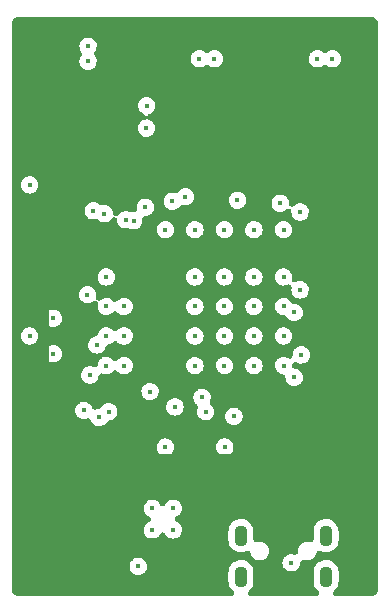
<source format=gbr>
%TF.GenerationSoftware,KiCad,Pcbnew,(6.0.1-0)*%
%TF.CreationDate,2022-02-09T14:27:11+08:00*%
%TF.ProjectId,usb_can,7573625f-6361-46e2-9e6b-696361645f70,rev?*%
%TF.SameCoordinates,Original*%
%TF.FileFunction,Copper,L3,Inr*%
%TF.FilePolarity,Positive*%
%FSLAX46Y46*%
G04 Gerber Fmt 4.6, Leading zero omitted, Abs format (unit mm)*
G04 Created by KiCad (PCBNEW (6.0.1-0)) date 2022-02-09 14:27:11*
%MOMM*%
%LPD*%
G01*
G04 APERTURE LIST*
%TA.AperFunction,ComponentPad*%
%ADD10O,1.100000X1.800000*%
%TD*%
%TA.AperFunction,ViaPad*%
%ADD11C,0.450000*%
%TD*%
%TA.AperFunction,Conductor*%
%ADD12C,0.450000*%
%TD*%
G04 APERTURE END LIST*
D10*
%TO.N,GND*%
%TO.C,J1*%
X103900000Y-124400000D03*
X111100000Y-127870000D03*
X103900000Y-127870000D03*
X111100000Y-124400000D03*
%TD*%
D11*
%TO.N,Net-(J1-Pad4)*%
X108150000Y-126700000D03*
X98150000Y-123912500D03*
%TO.N,GND*%
X102500000Y-110000000D03*
X105000000Y-105000000D03*
X88000000Y-109000000D03*
X91900000Y-114400000D03*
X102500000Y-105000000D03*
X105000000Y-98500000D03*
X97500000Y-98500000D03*
X102500000Y-102500000D03*
X107500000Y-98500000D03*
X91100000Y-110800000D03*
X107500000Y-105000000D03*
X92500000Y-105000000D03*
X86000000Y-107500000D03*
X102500000Y-107500000D03*
X100000000Y-98500000D03*
X94000000Y-105000000D03*
X94000000Y-110000000D03*
X105000000Y-107500000D03*
X100000000Y-105000000D03*
X100000000Y-102500000D03*
X107500000Y-107500000D03*
X108900000Y-97000000D03*
X92500000Y-107500000D03*
X88000000Y-106000000D03*
X108900000Y-103600000D03*
X107500000Y-102500000D03*
X92500000Y-110000000D03*
X99200000Y-95700000D03*
X100000000Y-107500000D03*
X97500000Y-116900000D03*
X105000000Y-110000000D03*
X103600000Y-96000000D03*
X90900000Y-104000000D03*
X94000000Y-107500000D03*
X109000000Y-109100000D03*
X107500000Y-110000000D03*
X105000000Y-102500000D03*
X102500000Y-98500000D03*
X100000000Y-110000000D03*
X102525000Y-116900000D03*
X92500000Y-102500000D03*
%TO.N,+3V3*%
X101635000Y-88975000D03*
X111635000Y-88975000D03*
X102520000Y-117640000D03*
X86000000Y-90500000D03*
X87500000Y-121000000D03*
X89500000Y-121000000D03*
X94800000Y-86800000D03*
X87500000Y-123000000D03*
X87362500Y-113300000D03*
X97410000Y-117640000D03*
X87500000Y-81300000D03*
X89500000Y-122000000D03*
X87362500Y-111700000D03*
X97887500Y-92500000D03*
X87500000Y-125000000D03*
X102900000Y-92450000D03*
X88500000Y-125000000D03*
X90500000Y-121000000D03*
X90500000Y-122000000D03*
X90500000Y-124000000D03*
X87362500Y-98750000D03*
X89500000Y-125000000D03*
X89500000Y-123000000D03*
X94000000Y-86100000D03*
X112637500Y-102750000D03*
X87362500Y-103300000D03*
X104700000Y-87387500D03*
X104100000Y-86100000D03*
X90500000Y-123000000D03*
X92250000Y-117637500D03*
X89500000Y-124000000D03*
X114700000Y-87387500D03*
X112637500Y-108250000D03*
X87500000Y-124000000D03*
X90500000Y-94300000D03*
X88500000Y-121000000D03*
X98360000Y-101030000D03*
X88500000Y-123000000D03*
X110250000Y-116387500D03*
X111100000Y-94862500D03*
X87500000Y-122000000D03*
X88500000Y-124000000D03*
X88500000Y-122000000D03*
%TO.N,SWDIO*%
X90950000Y-82960000D03*
X94800000Y-97750000D03*
%TO.N,SWCLK*%
X90950000Y-84230000D03*
X94140000Y-97660000D03*
%TO.N,SPI1_NSS*%
X107225000Y-96250000D03*
%TO.N,USART1_TX*%
X91400000Y-96900000D03*
%TO.N,SPI1_SCK*%
X98300000Y-113500000D03*
%TO.N,USART1_RX*%
X92325000Y-97150000D03*
%TO.N,SPI1_MOSI*%
X103300000Y-114300000D03*
%TO.N,SPI1_MISO*%
X100900000Y-113900000D03*
%TO.N,CAN1_H*%
X110365000Y-84025000D03*
%TO.N,CAN2_H*%
X100365000Y-84025000D03*
%TO.N,CAN1_L*%
X111635000Y-84025000D03*
%TO.N,CAN2_L*%
X101635000Y-84025000D03*
%TO.N,USB_OTG_HS_VBUS*%
X96400000Y-122087500D03*
X96200000Y-112200000D03*
%TO.N,USB_OTG_HS_ID*%
X100600000Y-112700000D03*
X98150000Y-122087500D03*
%TO.N,NRST*%
X91700000Y-108250000D03*
X86000000Y-94700000D03*
%TO.N,USART2_TX*%
X90600000Y-113800000D03*
%TO.N,USART2_RX*%
X92700000Y-113900000D03*
%TO.N,I2C1_SDA*%
X95912500Y-88000000D03*
X98100000Y-96100000D03*
%TO.N,I2C1_SCL*%
X95900000Y-89900000D03*
X95800000Y-96600000D03*
%TO.N,/VBUS*%
X95200000Y-127000000D03*
X96400000Y-123912500D03*
%TO.N,Net-(TP1-Pad1)*%
X108400000Y-105500000D03*
%TO.N,Net-(TP2-Pad1)*%
X108400000Y-111000000D03*
%TD*%
D12*
%TO.N,+3V3*%
X102900000Y-92450000D02*
X97937500Y-92450000D01*
X87362500Y-113300000D02*
X87362500Y-113862500D01*
X101635000Y-88140000D02*
X102387500Y-87387500D01*
X112637500Y-102750000D02*
X112637500Y-96400000D01*
X102900000Y-92450000D02*
X102900000Y-91175000D01*
X111635000Y-90415000D02*
X111635000Y-88975000D01*
X92250000Y-117637500D02*
X97407500Y-117637500D01*
X90500000Y-93800000D02*
X90500000Y-94300000D01*
X91800000Y-92500000D02*
X90500000Y-93800000D01*
X102900000Y-91175000D02*
X101635000Y-89910000D01*
X97887500Y-92500000D02*
X91800000Y-92500000D01*
X110250000Y-116387500D02*
X110250000Y-116350000D01*
X102387500Y-87387500D02*
X104700000Y-87387500D01*
X112637500Y-108250000D02*
X112637500Y-102750000D01*
X112637500Y-96400000D02*
X111100000Y-94862500D01*
X111100000Y-94862500D02*
X111100000Y-90950000D01*
X102520000Y-117640000D02*
X108997500Y-117640000D01*
X87362500Y-113862500D02*
X91137500Y-117637500D01*
X112412500Y-87387500D02*
X114700000Y-87387500D01*
X108687500Y-92450000D02*
X102900000Y-92450000D01*
X90500000Y-94300000D02*
X89900000Y-94300000D01*
X97407500Y-117637500D02*
X97410000Y-117640000D01*
X97410000Y-117640000D02*
X102520000Y-117640000D01*
X87362500Y-103300000D02*
X87362500Y-98750000D01*
X112637500Y-113962500D02*
X112637500Y-108250000D01*
X111100000Y-94862500D02*
X108687500Y-92450000D01*
X89900000Y-94300000D02*
X87362500Y-96837500D01*
X108997500Y-117640000D02*
X110250000Y-116387500D01*
X110250000Y-116350000D02*
X112637500Y-113962500D01*
X111635000Y-88165000D02*
X112412500Y-87387500D01*
X111635000Y-88975000D02*
X111635000Y-88165000D01*
X97937500Y-92450000D02*
X97887500Y-92500000D01*
X101635000Y-88975000D02*
X101635000Y-88140000D01*
X91137500Y-117637500D02*
X92250000Y-117637500D01*
X111100000Y-90950000D02*
X111635000Y-90415000D01*
X87362500Y-96837500D02*
X87362500Y-98750000D01*
X87362500Y-113300000D02*
X87362500Y-111700000D01*
X87362500Y-111700000D02*
X87362500Y-103300000D01*
X101635000Y-89910000D02*
X101635000Y-88975000D01*
%TD*%
%TA.AperFunction,Conductor*%
%TO.N,+3V3*%
G36*
X114971299Y-80510357D02*
G01*
X114975924Y-80510413D01*
X114993731Y-80513186D01*
X115011603Y-80510849D01*
X115014295Y-80510882D01*
X115039517Y-80512452D01*
X115081157Y-80517144D01*
X115136384Y-80529749D01*
X115186566Y-80547308D01*
X115237607Y-80571889D01*
X115282623Y-80600175D01*
X115326915Y-80635497D01*
X115364503Y-80673085D01*
X115399825Y-80717377D01*
X115428111Y-80762393D01*
X115452692Y-80813434D01*
X115470251Y-80863616D01*
X115482856Y-80918840D01*
X115487795Y-80962672D01*
X115488732Y-80981412D01*
X115486814Y-80993729D01*
X115489151Y-81011600D01*
X115489151Y-81011601D01*
X115489864Y-81017053D01*
X115492000Y-81049858D01*
X115492000Y-128940845D01*
X115489643Y-128971299D01*
X115489587Y-128975924D01*
X115486814Y-128993731D01*
X115489151Y-129011603D01*
X115489118Y-129014295D01*
X115487548Y-129039517D01*
X115482856Y-129081157D01*
X115470251Y-129136384D01*
X115468223Y-129142181D01*
X115452693Y-129186563D01*
X115428111Y-129237607D01*
X115399825Y-129282623D01*
X115364503Y-129326915D01*
X115326915Y-129364503D01*
X115282623Y-129399825D01*
X115237607Y-129428111D01*
X115186566Y-129452692D01*
X115136384Y-129470251D01*
X115081160Y-129482856D01*
X115037328Y-129487795D01*
X115018588Y-129488732D01*
X115006271Y-129486814D01*
X114988400Y-129489151D01*
X114988399Y-129489151D01*
X114982947Y-129489864D01*
X114950142Y-129492000D01*
X111925722Y-129492000D01*
X111828903Y-129472742D01*
X111746824Y-129417898D01*
X111691980Y-129335819D01*
X111672722Y-129239000D01*
X111691980Y-129142181D01*
X111746824Y-129060102D01*
X111767192Y-129041827D01*
X111834534Y-128987683D01*
X111834539Y-128987678D01*
X111844177Y-128979929D01*
X111977609Y-128820911D01*
X112077613Y-128639005D01*
X112140379Y-128441139D01*
X112158500Y-128279587D01*
X112158500Y-127467763D01*
X112143365Y-127313408D01*
X112083368Y-127114685D01*
X111985913Y-126931401D01*
X111968136Y-126909604D01*
X111862538Y-126780127D01*
X111862534Y-126780123D01*
X111854715Y-126770536D01*
X111694770Y-126638217D01*
X111512170Y-126539486D01*
X111482605Y-126530334D01*
X111325692Y-126481761D01*
X111325690Y-126481761D01*
X111313871Y-126478102D01*
X111107425Y-126456404D01*
X111095107Y-126457525D01*
X111095102Y-126457525D01*
X110969624Y-126468945D01*
X110900697Y-126475218D01*
X110701560Y-126533827D01*
X110690596Y-126539559D01*
X110690593Y-126539560D01*
X110561685Y-126606952D01*
X110517600Y-126629999D01*
X110355823Y-126760071D01*
X110222391Y-126919089D01*
X110216427Y-126929938D01*
X110216426Y-126929939D01*
X110183575Y-126989694D01*
X110122387Y-127100995D01*
X110118649Y-127112778D01*
X110118648Y-127112781D01*
X110095985Y-127184225D01*
X110059621Y-127298861D01*
X110056608Y-127325725D01*
X110046458Y-127416215D01*
X110041500Y-127460413D01*
X110041500Y-128272237D01*
X110056635Y-128426592D01*
X110116632Y-128625315D01*
X110214087Y-128808599D01*
X110221906Y-128818186D01*
X110221908Y-128818189D01*
X110337462Y-128959873D01*
X110337466Y-128959877D01*
X110345285Y-128969464D01*
X110435460Y-129044064D01*
X110497781Y-129120614D01*
X110526065Y-129215191D01*
X110516004Y-129313393D01*
X110469128Y-129400269D01*
X110392574Y-129462593D01*
X110297997Y-129490877D01*
X110274188Y-129492000D01*
X104725722Y-129492000D01*
X104628903Y-129472742D01*
X104546824Y-129417898D01*
X104491980Y-129335819D01*
X104472722Y-129239000D01*
X104491980Y-129142181D01*
X104546824Y-129060102D01*
X104567192Y-129041827D01*
X104634534Y-128987683D01*
X104634539Y-128987678D01*
X104644177Y-128979929D01*
X104777609Y-128820911D01*
X104877613Y-128639005D01*
X104940379Y-128441139D01*
X104958500Y-128279587D01*
X104958500Y-127467763D01*
X104943365Y-127313408D01*
X104883368Y-127114685D01*
X104785913Y-126931401D01*
X104768136Y-126909604D01*
X104662538Y-126780127D01*
X104662534Y-126780123D01*
X104654715Y-126770536D01*
X104556995Y-126689694D01*
X107411931Y-126689694D01*
X107427989Y-126853468D01*
X107479932Y-127009615D01*
X107487257Y-127021710D01*
X107487258Y-127021712D01*
X107491364Y-127028491D01*
X107565179Y-127150373D01*
X107679491Y-127268747D01*
X107817189Y-127358854D01*
X107830448Y-127363785D01*
X107894308Y-127387534D01*
X107971428Y-127416215D01*
X107985443Y-127418085D01*
X107985447Y-127418086D01*
X108079702Y-127430662D01*
X108134542Y-127437979D01*
X108148629Y-127436697D01*
X108148630Y-127436697D01*
X108284340Y-127424347D01*
X108284343Y-127424346D01*
X108298424Y-127423065D01*
X108311871Y-127418696D01*
X108311875Y-127418695D01*
X108441478Y-127376584D01*
X108441482Y-127376582D01*
X108454929Y-127372213D01*
X108477339Y-127358854D01*
X108584135Y-127295191D01*
X108584139Y-127295188D01*
X108596279Y-127287951D01*
X108616446Y-127268747D01*
X108705203Y-127184225D01*
X108715449Y-127174468D01*
X108806515Y-127037403D01*
X108811538Y-127024180D01*
X108811540Y-127024176D01*
X108859929Y-126896789D01*
X108859929Y-126896788D01*
X108864951Y-126883568D01*
X108887853Y-126720610D01*
X108888141Y-126700000D01*
X108888548Y-126700006D01*
X108902374Y-126606952D01*
X108953145Y-126522293D01*
X109032448Y-126463508D01*
X109128211Y-126439545D01*
X109227095Y-126454501D01*
X109301304Y-126481511D01*
X109301307Y-126481512D01*
X109314600Y-126486350D01*
X109450354Y-126503500D01*
X109544201Y-126503500D01*
X109551214Y-126502713D01*
X109551220Y-126502713D01*
X109616327Y-126495410D01*
X109674682Y-126488864D01*
X109703838Y-126478711D01*
X109747494Y-126463508D01*
X109840681Y-126431057D01*
X109861037Y-126418337D01*
X109977753Y-126345405D01*
X109989749Y-126337909D01*
X110114475Y-126214051D01*
X110127594Y-126193380D01*
X110201083Y-126077578D01*
X110208661Y-126065637D01*
X110213404Y-126052317D01*
X110213406Y-126052313D01*
X110262881Y-125913371D01*
X110262881Y-125913369D01*
X110267626Y-125900045D01*
X110269301Y-125886000D01*
X110272531Y-125872228D01*
X110275813Y-125872998D01*
X110298567Y-125803157D01*
X110362738Y-125728145D01*
X110450730Y-125683400D01*
X110549148Y-125675734D01*
X110639538Y-125704403D01*
X110687830Y-125730514D01*
X110699649Y-125734173D01*
X110699650Y-125734173D01*
X110874308Y-125788239D01*
X110874310Y-125788239D01*
X110886129Y-125791898D01*
X111092575Y-125813596D01*
X111104893Y-125812475D01*
X111104898Y-125812475D01*
X111230376Y-125801055D01*
X111299303Y-125794782D01*
X111498440Y-125736173D01*
X111509404Y-125730441D01*
X111509407Y-125730440D01*
X111671430Y-125645736D01*
X111682400Y-125640001D01*
X111844177Y-125509929D01*
X111977609Y-125350911D01*
X112077613Y-125169005D01*
X112095678Y-125112058D01*
X112136639Y-124982929D01*
X112140379Y-124971139D01*
X112149349Y-124891172D01*
X112157713Y-124816606D01*
X112157713Y-124816601D01*
X112158500Y-124809587D01*
X112158500Y-123997763D01*
X112149129Y-123902194D01*
X112144573Y-123855725D01*
X112144572Y-123855722D01*
X112143365Y-123843408D01*
X112083368Y-123644685D01*
X111985913Y-123461401D01*
X111975872Y-123449089D01*
X111862538Y-123310127D01*
X111862534Y-123310123D01*
X111854715Y-123300536D01*
X111694770Y-123168217D01*
X111512170Y-123069486D01*
X111482605Y-123060334D01*
X111325692Y-123011761D01*
X111325690Y-123011761D01*
X111313871Y-123008102D01*
X111107425Y-122986404D01*
X111095107Y-122987525D01*
X111095102Y-122987525D01*
X110969624Y-122998945D01*
X110900697Y-123005218D01*
X110701560Y-123063827D01*
X110690596Y-123069559D01*
X110690593Y-123069560D01*
X110679478Y-123075371D01*
X110517600Y-123159999D01*
X110355823Y-123290071D01*
X110222391Y-123449089D01*
X110122387Y-123630995D01*
X110118649Y-123642778D01*
X110118648Y-123642781D01*
X110092364Y-123725640D01*
X110059621Y-123828861D01*
X110058242Y-123841156D01*
X110047044Y-123940991D01*
X110041500Y-123990413D01*
X110041500Y-124721939D01*
X110022242Y-124818758D01*
X109967398Y-124900837D01*
X109885319Y-124955681D01*
X109788500Y-124974939D01*
X109712505Y-124961538D01*
X109712438Y-124961814D01*
X109708047Y-124960752D01*
X109701965Y-124959679D01*
X109685400Y-124953650D01*
X109549646Y-124936500D01*
X109455799Y-124936500D01*
X109448786Y-124937287D01*
X109448780Y-124937287D01*
X109386484Y-124944275D01*
X109325318Y-124951136D01*
X109311957Y-124955789D01*
X109311956Y-124955789D01*
X109294701Y-124961798D01*
X109159319Y-125008943D01*
X109010251Y-125102091D01*
X108885525Y-125225949D01*
X108877948Y-125237889D01*
X108877946Y-125237891D01*
X108820970Y-125327672D01*
X108791339Y-125374363D01*
X108786596Y-125387683D01*
X108786594Y-125387687D01*
X108737119Y-125526629D01*
X108732374Y-125539955D01*
X108730699Y-125553998D01*
X108730699Y-125554000D01*
X108721369Y-125632248D01*
X108711561Y-125714496D01*
X108713986Y-125737565D01*
X108704954Y-125835863D01*
X108658992Y-125923226D01*
X108583097Y-125986350D01*
X108488821Y-126015625D01*
X108390520Y-126006593D01*
X108377504Y-126002352D01*
X108318555Y-125981361D01*
X108304510Y-125979686D01*
X108304509Y-125979686D01*
X108169202Y-125963552D01*
X108169200Y-125963552D01*
X108155153Y-125961877D01*
X108073324Y-125970478D01*
X108005565Y-125977599D01*
X108005563Y-125977599D01*
X107991495Y-125979078D01*
X107970134Y-125986350D01*
X107849109Y-126027550D01*
X107849107Y-126027551D01*
X107835715Y-126032110D01*
X107823666Y-126039522D01*
X107823665Y-126039523D01*
X107777778Y-126067753D01*
X107695555Y-126118337D01*
X107685456Y-126128227D01*
X107685453Y-126128229D01*
X107588087Y-126223577D01*
X107577982Y-126233473D01*
X107570319Y-126245364D01*
X107570318Y-126245365D01*
X107505847Y-126345405D01*
X107488838Y-126371797D01*
X107483999Y-126385091D01*
X107483998Y-126385094D01*
X107464180Y-126439545D01*
X107432556Y-126526432D01*
X107422384Y-126606952D01*
X107414537Y-126669067D01*
X107411931Y-126689694D01*
X104556995Y-126689694D01*
X104494770Y-126638217D01*
X104312170Y-126539486D01*
X104282605Y-126530334D01*
X104125692Y-126481761D01*
X104125690Y-126481761D01*
X104113871Y-126478102D01*
X103907425Y-126456404D01*
X103895107Y-126457525D01*
X103895102Y-126457525D01*
X103769624Y-126468945D01*
X103700697Y-126475218D01*
X103501560Y-126533827D01*
X103490596Y-126539559D01*
X103490593Y-126539560D01*
X103361685Y-126606952D01*
X103317600Y-126629999D01*
X103155823Y-126760071D01*
X103022391Y-126919089D01*
X103016427Y-126929938D01*
X103016426Y-126929939D01*
X102983575Y-126989694D01*
X102922387Y-127100995D01*
X102918649Y-127112778D01*
X102918648Y-127112781D01*
X102895985Y-127184225D01*
X102859621Y-127298861D01*
X102856608Y-127325725D01*
X102846458Y-127416215D01*
X102841500Y-127460413D01*
X102841500Y-128272237D01*
X102856635Y-128426592D01*
X102916632Y-128625315D01*
X103014087Y-128808599D01*
X103021906Y-128818186D01*
X103021908Y-128818189D01*
X103137462Y-128959873D01*
X103137466Y-128959877D01*
X103145285Y-128969464D01*
X103235460Y-129044064D01*
X103297781Y-129120614D01*
X103326065Y-129215191D01*
X103316004Y-129313393D01*
X103269128Y-129400269D01*
X103192574Y-129462593D01*
X103097997Y-129490877D01*
X103074188Y-129492000D01*
X85059155Y-129492000D01*
X85028701Y-129489643D01*
X85024076Y-129489587D01*
X85006269Y-129486814D01*
X84988397Y-129489151D01*
X84985705Y-129489118D01*
X84960483Y-129487548D01*
X84918843Y-129482856D01*
X84863616Y-129470251D01*
X84813434Y-129452692D01*
X84762393Y-129428111D01*
X84717377Y-129399825D01*
X84673085Y-129364503D01*
X84635497Y-129326915D01*
X84600175Y-129282623D01*
X84571889Y-129237607D01*
X84547307Y-129186563D01*
X84531777Y-129142181D01*
X84529749Y-129136384D01*
X84517144Y-129081160D01*
X84512205Y-129037328D01*
X84511268Y-129018588D01*
X84513186Y-129006271D01*
X84510136Y-128982947D01*
X84508000Y-128950142D01*
X84508000Y-126989694D01*
X94461931Y-126989694D01*
X94465312Y-127024176D01*
X94473115Y-127103754D01*
X94477989Y-127153468D01*
X94529932Y-127309615D01*
X94537257Y-127321710D01*
X94537258Y-127321712D01*
X94599417Y-127424347D01*
X94615179Y-127450373D01*
X94729491Y-127568747D01*
X94867189Y-127658854D01*
X94880448Y-127663785D01*
X94944308Y-127687534D01*
X95021428Y-127716215D01*
X95035443Y-127718085D01*
X95035447Y-127718086D01*
X95129702Y-127730662D01*
X95184542Y-127737979D01*
X95198629Y-127736697D01*
X95198630Y-127736697D01*
X95334340Y-127724347D01*
X95334343Y-127724346D01*
X95348424Y-127723065D01*
X95361871Y-127718696D01*
X95361875Y-127718695D01*
X95491478Y-127676584D01*
X95491482Y-127676582D01*
X95504929Y-127672213D01*
X95527339Y-127658854D01*
X95634135Y-127595191D01*
X95634139Y-127595188D01*
X95646279Y-127587951D01*
X95666446Y-127568747D01*
X95755203Y-127484225D01*
X95765449Y-127474468D01*
X95856515Y-127337403D01*
X95861538Y-127324180D01*
X95861540Y-127324176D01*
X95909929Y-127196789D01*
X95909929Y-127196788D01*
X95914951Y-127183568D01*
X95937853Y-127020610D01*
X95938141Y-127000000D01*
X95919798Y-126836466D01*
X95865680Y-126681060D01*
X95778476Y-126541505D01*
X95662522Y-126424739D01*
X95587950Y-126377414D01*
X95535528Y-126344145D01*
X95535525Y-126344143D01*
X95523580Y-126336563D01*
X95507988Y-126331011D01*
X95381882Y-126286106D01*
X95381878Y-126286105D01*
X95368555Y-126281361D01*
X95354510Y-126279686D01*
X95354509Y-126279686D01*
X95219202Y-126263552D01*
X95219200Y-126263552D01*
X95205153Y-126261877D01*
X95123324Y-126270478D01*
X95055565Y-126277599D01*
X95055563Y-126277599D01*
X95041495Y-126279078D01*
X94963605Y-126305594D01*
X94899109Y-126327550D01*
X94899107Y-126327551D01*
X94885715Y-126332110D01*
X94745555Y-126418337D01*
X94735456Y-126428227D01*
X94735453Y-126428229D01*
X94638087Y-126523577D01*
X94627982Y-126533473D01*
X94620319Y-126545364D01*
X94620318Y-126545365D01*
X94560779Y-126637752D01*
X94538838Y-126671797D01*
X94533999Y-126685091D01*
X94533998Y-126685094D01*
X94506709Y-126760071D01*
X94482556Y-126826432D01*
X94461931Y-126989694D01*
X84508000Y-126989694D01*
X84508000Y-124802237D01*
X102841500Y-124802237D01*
X102842105Y-124808404D01*
X102854763Y-124937497D01*
X102856635Y-124956592D01*
X102916632Y-125155315D01*
X103014087Y-125338599D01*
X103021906Y-125348186D01*
X103021908Y-125348189D01*
X103137462Y-125489873D01*
X103137466Y-125489877D01*
X103145285Y-125499464D01*
X103305230Y-125631783D01*
X103487830Y-125730514D01*
X103499649Y-125734173D01*
X103499650Y-125734173D01*
X103674308Y-125788239D01*
X103674310Y-125788239D01*
X103686129Y-125791898D01*
X103892575Y-125813596D01*
X103904893Y-125812475D01*
X103904898Y-125812475D01*
X104030376Y-125801055D01*
X104099303Y-125794782D01*
X104298440Y-125736173D01*
X104309404Y-125730441D01*
X104309407Y-125730440D01*
X104363447Y-125702188D01*
X104458170Y-125674399D01*
X104556318Y-125684974D01*
X104642947Y-125732304D01*
X104704870Y-125809183D01*
X104727759Y-125872069D01*
X104728456Y-125875240D01*
X104729935Y-125889310D01*
X104786582Y-126055709D01*
X104878687Y-126205423D01*
X104888580Y-126215526D01*
X104888582Y-126215528D01*
X104896895Y-126224017D01*
X105001671Y-126331011D01*
X105149424Y-126426231D01*
X105162719Y-126431070D01*
X105162721Y-126431071D01*
X105301304Y-126481511D01*
X105301307Y-126481512D01*
X105314600Y-126486350D01*
X105450354Y-126503500D01*
X105544201Y-126503500D01*
X105551214Y-126502713D01*
X105551220Y-126502713D01*
X105616327Y-126495410D01*
X105674682Y-126488864D01*
X105703838Y-126478711D01*
X105747494Y-126463508D01*
X105840681Y-126431057D01*
X105861037Y-126418337D01*
X105977753Y-126345405D01*
X105989749Y-126337909D01*
X106114475Y-126214051D01*
X106127594Y-126193380D01*
X106201083Y-126077578D01*
X106208661Y-126065637D01*
X106213404Y-126052317D01*
X106213406Y-126052313D01*
X106262881Y-125913371D01*
X106262881Y-125913369D01*
X106267626Y-125900045D01*
X106270962Y-125872069D01*
X106286764Y-125739553D01*
X106286764Y-125739551D01*
X106288439Y-125725504D01*
X106270065Y-125550690D01*
X106213418Y-125384291D01*
X106121313Y-125234577D01*
X105998329Y-125108989D01*
X105850576Y-125013769D01*
X105837281Y-125008930D01*
X105837279Y-125008929D01*
X105698696Y-124958489D01*
X105698693Y-124958488D01*
X105685400Y-124953650D01*
X105549646Y-124936500D01*
X105455799Y-124936500D01*
X105448786Y-124937287D01*
X105448780Y-124937287D01*
X105386484Y-124944275D01*
X105325318Y-124951136D01*
X105309651Y-124956592D01*
X105294701Y-124961798D01*
X105196934Y-124975450D01*
X105101385Y-124950650D01*
X105022599Y-124891172D01*
X104972572Y-124806071D01*
X104958500Y-124722870D01*
X104958500Y-123997763D01*
X104949129Y-123902194D01*
X104944573Y-123855725D01*
X104944572Y-123855722D01*
X104943365Y-123843408D01*
X104883368Y-123644685D01*
X104785913Y-123461401D01*
X104775872Y-123449089D01*
X104662538Y-123310127D01*
X104662534Y-123310123D01*
X104654715Y-123300536D01*
X104494770Y-123168217D01*
X104312170Y-123069486D01*
X104282605Y-123060334D01*
X104125692Y-123011761D01*
X104125690Y-123011761D01*
X104113871Y-123008102D01*
X103907425Y-122986404D01*
X103895107Y-122987525D01*
X103895102Y-122987525D01*
X103769624Y-122998945D01*
X103700697Y-123005218D01*
X103501560Y-123063827D01*
X103490596Y-123069559D01*
X103490593Y-123069560D01*
X103479478Y-123075371D01*
X103317600Y-123159999D01*
X103155823Y-123290071D01*
X103022391Y-123449089D01*
X102922387Y-123630995D01*
X102918649Y-123642778D01*
X102918648Y-123642781D01*
X102892364Y-123725640D01*
X102859621Y-123828861D01*
X102858242Y-123841156D01*
X102847044Y-123940991D01*
X102841500Y-123990413D01*
X102841500Y-124802237D01*
X84508000Y-124802237D01*
X84508000Y-123902194D01*
X95661931Y-123902194D01*
X95663311Y-123916266D01*
X95671302Y-123997763D01*
X95677989Y-124065968D01*
X95682452Y-124079383D01*
X95682452Y-124079385D01*
X95704058Y-124144334D01*
X95729932Y-124222115D01*
X95737257Y-124234210D01*
X95737258Y-124234212D01*
X95742156Y-124242299D01*
X95815179Y-124362873D01*
X95929491Y-124481247D01*
X96067189Y-124571354D01*
X96080448Y-124576285D01*
X96144309Y-124600035D01*
X96221428Y-124628715D01*
X96235443Y-124630585D01*
X96235447Y-124630586D01*
X96329702Y-124643162D01*
X96384542Y-124650479D01*
X96398629Y-124649197D01*
X96398630Y-124649197D01*
X96534340Y-124636847D01*
X96534343Y-124636846D01*
X96548424Y-124635565D01*
X96561871Y-124631196D01*
X96561875Y-124631195D01*
X96691478Y-124589084D01*
X96691482Y-124589082D01*
X96704929Y-124584713D01*
X96727339Y-124571354D01*
X96834135Y-124507691D01*
X96834139Y-124507688D01*
X96846279Y-124500451D01*
X96866446Y-124481247D01*
X96955203Y-124396725D01*
X96965449Y-124386968D01*
X97056515Y-124249903D01*
X97056787Y-124250084D01*
X97112106Y-124180410D01*
X97198402Y-124132474D01*
X97296473Y-124121211D01*
X97391389Y-124148336D01*
X97468700Y-124209718D01*
X97492156Y-124242299D01*
X97565179Y-124362873D01*
X97679491Y-124481247D01*
X97817189Y-124571354D01*
X97830448Y-124576285D01*
X97894309Y-124600035D01*
X97971428Y-124628715D01*
X97985443Y-124630585D01*
X97985447Y-124630586D01*
X98079702Y-124643162D01*
X98134542Y-124650479D01*
X98148629Y-124649197D01*
X98148630Y-124649197D01*
X98284340Y-124636847D01*
X98284343Y-124636846D01*
X98298424Y-124635565D01*
X98311871Y-124631196D01*
X98311875Y-124631195D01*
X98441478Y-124589084D01*
X98441482Y-124589082D01*
X98454929Y-124584713D01*
X98477339Y-124571354D01*
X98584135Y-124507691D01*
X98584139Y-124507688D01*
X98596279Y-124500451D01*
X98616446Y-124481247D01*
X98705203Y-124396725D01*
X98715449Y-124386968D01*
X98806515Y-124249903D01*
X98811538Y-124236680D01*
X98811540Y-124236676D01*
X98859929Y-124109289D01*
X98859929Y-124109288D01*
X98864951Y-124096068D01*
X98887853Y-123933110D01*
X98888141Y-123912500D01*
X98869798Y-123748966D01*
X98815680Y-123593560D01*
X98728476Y-123454005D01*
X98612522Y-123337239D01*
X98537950Y-123289914D01*
X98485528Y-123256645D01*
X98485525Y-123256643D01*
X98473580Y-123249063D01*
X98446229Y-123239324D01*
X98361482Y-123188705D01*
X98302555Y-123109506D01*
X98278422Y-123013786D01*
X98292757Y-122916117D01*
X98343377Y-122831368D01*
X98422576Y-122772441D01*
X98428641Y-122770027D01*
X98428596Y-122769927D01*
X98441478Y-122764083D01*
X98454929Y-122759713D01*
X98467076Y-122752472D01*
X98584135Y-122682691D01*
X98584139Y-122682688D01*
X98596279Y-122675451D01*
X98616446Y-122656247D01*
X98705203Y-122571725D01*
X98715449Y-122561968D01*
X98806515Y-122424903D01*
X98811538Y-122411680D01*
X98811540Y-122411676D01*
X98859929Y-122284289D01*
X98859929Y-122284288D01*
X98864951Y-122271068D01*
X98887853Y-122108110D01*
X98888141Y-122087500D01*
X98869798Y-121923966D01*
X98815680Y-121768560D01*
X98728476Y-121629005D01*
X98612522Y-121512239D01*
X98537950Y-121464914D01*
X98485528Y-121431645D01*
X98485525Y-121431643D01*
X98473580Y-121424063D01*
X98448269Y-121415050D01*
X98331882Y-121373606D01*
X98331878Y-121373605D01*
X98318555Y-121368861D01*
X98304510Y-121367186D01*
X98304509Y-121367186D01*
X98169202Y-121351052D01*
X98169200Y-121351052D01*
X98155153Y-121349377D01*
X98073324Y-121357978D01*
X98005565Y-121365099D01*
X98005563Y-121365099D01*
X97991495Y-121366578D01*
X97913605Y-121393094D01*
X97849109Y-121415050D01*
X97849107Y-121415051D01*
X97835715Y-121419610D01*
X97695555Y-121505837D01*
X97685456Y-121515727D01*
X97685453Y-121515729D01*
X97588087Y-121611077D01*
X97577982Y-121620973D01*
X97488838Y-121759297D01*
X97486092Y-121757528D01*
X97440876Y-121816120D01*
X97355251Y-121865243D01*
X97257345Y-121877859D01*
X97162063Y-121852048D01*
X97083912Y-121791738D01*
X97060029Y-121759517D01*
X97058186Y-121756567D01*
X96978476Y-121629005D01*
X96862522Y-121512239D01*
X96787950Y-121464914D01*
X96735528Y-121431645D01*
X96735525Y-121431643D01*
X96723580Y-121424063D01*
X96698269Y-121415050D01*
X96581882Y-121373606D01*
X96581878Y-121373605D01*
X96568555Y-121368861D01*
X96554510Y-121367186D01*
X96554509Y-121367186D01*
X96419202Y-121351052D01*
X96419200Y-121351052D01*
X96405153Y-121349377D01*
X96323324Y-121357978D01*
X96255565Y-121365099D01*
X96255563Y-121365099D01*
X96241495Y-121366578D01*
X96163605Y-121393094D01*
X96099109Y-121415050D01*
X96099107Y-121415051D01*
X96085715Y-121419610D01*
X95945555Y-121505837D01*
X95935456Y-121515727D01*
X95935453Y-121515729D01*
X95838087Y-121611077D01*
X95827982Y-121620973D01*
X95738838Y-121759297D01*
X95733999Y-121772591D01*
X95733998Y-121772594D01*
X95718156Y-121816120D01*
X95682556Y-121913932D01*
X95661931Y-122077194D01*
X95677989Y-122240968D01*
X95682452Y-122254383D01*
X95682452Y-122254385D01*
X95704058Y-122319334D01*
X95729932Y-122397115D01*
X95737257Y-122409210D01*
X95737258Y-122409212D01*
X95742156Y-122417299D01*
X95815179Y-122537873D01*
X95929491Y-122656247D01*
X96067189Y-122746354D01*
X96109578Y-122762118D01*
X96193610Y-122813915D01*
X96251425Y-122893929D01*
X96274219Y-122989977D01*
X96258522Y-123087437D01*
X96206724Y-123171471D01*
X96126710Y-123229286D01*
X96102925Y-123238751D01*
X96101536Y-123239224D01*
X96085715Y-123244610D01*
X95945555Y-123330837D01*
X95935456Y-123340727D01*
X95935453Y-123340729D01*
X95838087Y-123436077D01*
X95827982Y-123445973D01*
X95820319Y-123457864D01*
X95820318Y-123457865D01*
X95818982Y-123459939D01*
X95738838Y-123584297D01*
X95733999Y-123597591D01*
X95733998Y-123597594D01*
X95721841Y-123630995D01*
X95682556Y-123738932D01*
X95661931Y-123902194D01*
X84508000Y-123902194D01*
X84508000Y-116889694D01*
X96761931Y-116889694D01*
X96777989Y-117053468D01*
X96829932Y-117209615D01*
X96837257Y-117221710D01*
X96837258Y-117221712D01*
X96846761Y-117237403D01*
X96915179Y-117350373D01*
X97029491Y-117468747D01*
X97167189Y-117558854D01*
X97180448Y-117563785D01*
X97244308Y-117587534D01*
X97321428Y-117616215D01*
X97335443Y-117618085D01*
X97335447Y-117618086D01*
X97429702Y-117630662D01*
X97484542Y-117637979D01*
X97498629Y-117636697D01*
X97498630Y-117636697D01*
X97634340Y-117624347D01*
X97634343Y-117624346D01*
X97648424Y-117623065D01*
X97661871Y-117618696D01*
X97661875Y-117618695D01*
X97791478Y-117576584D01*
X97791482Y-117576582D01*
X97804929Y-117572213D01*
X97827339Y-117558854D01*
X97934135Y-117495191D01*
X97934139Y-117495188D01*
X97946279Y-117487951D01*
X97966446Y-117468747D01*
X98055203Y-117384225D01*
X98065449Y-117374468D01*
X98156515Y-117237403D01*
X98161538Y-117224180D01*
X98161540Y-117224176D01*
X98209929Y-117096789D01*
X98209929Y-117096788D01*
X98214951Y-117083568D01*
X98237853Y-116920610D01*
X98238141Y-116900000D01*
X98236985Y-116889694D01*
X101786931Y-116889694D01*
X101802989Y-117053468D01*
X101854932Y-117209615D01*
X101862257Y-117221710D01*
X101862258Y-117221712D01*
X101871761Y-117237403D01*
X101940179Y-117350373D01*
X102054491Y-117468747D01*
X102192189Y-117558854D01*
X102205448Y-117563785D01*
X102269308Y-117587534D01*
X102346428Y-117616215D01*
X102360443Y-117618085D01*
X102360447Y-117618086D01*
X102454702Y-117630662D01*
X102509542Y-117637979D01*
X102523629Y-117636697D01*
X102523630Y-117636697D01*
X102659340Y-117624347D01*
X102659343Y-117624346D01*
X102673424Y-117623065D01*
X102686871Y-117618696D01*
X102686875Y-117618695D01*
X102816478Y-117576584D01*
X102816482Y-117576582D01*
X102829929Y-117572213D01*
X102852339Y-117558854D01*
X102959135Y-117495191D01*
X102959139Y-117495188D01*
X102971279Y-117487951D01*
X102991446Y-117468747D01*
X103080203Y-117384225D01*
X103090449Y-117374468D01*
X103181515Y-117237403D01*
X103186538Y-117224180D01*
X103186540Y-117224176D01*
X103234929Y-117096789D01*
X103234929Y-117096788D01*
X103239951Y-117083568D01*
X103262853Y-116920610D01*
X103263141Y-116900000D01*
X103244798Y-116736466D01*
X103190680Y-116581060D01*
X103103476Y-116441505D01*
X102987522Y-116324739D01*
X102912950Y-116277414D01*
X102860528Y-116244145D01*
X102860525Y-116244143D01*
X102848580Y-116236563D01*
X102823269Y-116227550D01*
X102706882Y-116186106D01*
X102706878Y-116186105D01*
X102693555Y-116181361D01*
X102679510Y-116179686D01*
X102679509Y-116179686D01*
X102544202Y-116163552D01*
X102544200Y-116163552D01*
X102530153Y-116161877D01*
X102448324Y-116170478D01*
X102380565Y-116177599D01*
X102380563Y-116177599D01*
X102366495Y-116179078D01*
X102288605Y-116205594D01*
X102224109Y-116227550D01*
X102224107Y-116227551D01*
X102210715Y-116232110D01*
X102070555Y-116318337D01*
X102060456Y-116328227D01*
X102060453Y-116328229D01*
X101963087Y-116423577D01*
X101952982Y-116433473D01*
X101863838Y-116571797D01*
X101807556Y-116726432D01*
X101786931Y-116889694D01*
X98236985Y-116889694D01*
X98219798Y-116736466D01*
X98165680Y-116581060D01*
X98078476Y-116441505D01*
X97962522Y-116324739D01*
X97887950Y-116277414D01*
X97835528Y-116244145D01*
X97835525Y-116244143D01*
X97823580Y-116236563D01*
X97798269Y-116227550D01*
X97681882Y-116186106D01*
X97681878Y-116186105D01*
X97668555Y-116181361D01*
X97654510Y-116179686D01*
X97654509Y-116179686D01*
X97519202Y-116163552D01*
X97519200Y-116163552D01*
X97505153Y-116161877D01*
X97423324Y-116170478D01*
X97355565Y-116177599D01*
X97355563Y-116177599D01*
X97341495Y-116179078D01*
X97263605Y-116205594D01*
X97199109Y-116227550D01*
X97199107Y-116227551D01*
X97185715Y-116232110D01*
X97045555Y-116318337D01*
X97035456Y-116328227D01*
X97035453Y-116328229D01*
X96938087Y-116423577D01*
X96927982Y-116433473D01*
X96838838Y-116571797D01*
X96782556Y-116726432D01*
X96761931Y-116889694D01*
X84508000Y-116889694D01*
X84508000Y-113789694D01*
X89861931Y-113789694D01*
X89865253Y-113823577D01*
X89873527Y-113907956D01*
X89877989Y-113953468D01*
X89882452Y-113966883D01*
X89882452Y-113966885D01*
X89891611Y-113994417D01*
X89929932Y-114109615D01*
X89937257Y-114121710D01*
X89937258Y-114121712D01*
X89999313Y-114224176D01*
X90015179Y-114250373D01*
X90025007Y-114260550D01*
X90111748Y-114350373D01*
X90129491Y-114368747D01*
X90267189Y-114458854D01*
X90421428Y-114516215D01*
X90435443Y-114518085D01*
X90435447Y-114518086D01*
X90529702Y-114530662D01*
X90584542Y-114537979D01*
X90598629Y-114536697D01*
X90598630Y-114536697D01*
X90734340Y-114524347D01*
X90734343Y-114524346D01*
X90748424Y-114523065D01*
X90888019Y-114477708D01*
X90986047Y-114466105D01*
X91081056Y-114492900D01*
X91158580Y-114554014D01*
X91206264Y-114638466D01*
X91229932Y-114709615D01*
X91237257Y-114721710D01*
X91237258Y-114721712D01*
X91262071Y-114762683D01*
X91315179Y-114850373D01*
X91429491Y-114968747D01*
X91567189Y-115058854D01*
X91580448Y-115063785D01*
X91644308Y-115087534D01*
X91721428Y-115116215D01*
X91735443Y-115118085D01*
X91735447Y-115118086D01*
X91829702Y-115130662D01*
X91884542Y-115137979D01*
X91898629Y-115136697D01*
X91898630Y-115136697D01*
X92034340Y-115124347D01*
X92034343Y-115124346D01*
X92048424Y-115123065D01*
X92061871Y-115118696D01*
X92061875Y-115118695D01*
X92191478Y-115076584D01*
X92191482Y-115076582D01*
X92204929Y-115072213D01*
X92227339Y-115058854D01*
X92334135Y-114995191D01*
X92334139Y-114995188D01*
X92346279Y-114987951D01*
X92366446Y-114968747D01*
X92455203Y-114884225D01*
X92465449Y-114874468D01*
X92551504Y-114744945D01*
X92621122Y-114674961D01*
X92712224Y-114636945D01*
X92739297Y-114632996D01*
X92794842Y-114627941D01*
X92834340Y-114624347D01*
X92834343Y-114624346D01*
X92848424Y-114623065D01*
X92861871Y-114618696D01*
X92861875Y-114618695D01*
X92991478Y-114576584D01*
X92991482Y-114576582D01*
X93004929Y-114572213D01*
X93036374Y-114553468D01*
X93134135Y-114495191D01*
X93134139Y-114495188D01*
X93146279Y-114487951D01*
X93157036Y-114477708D01*
X93255203Y-114384225D01*
X93265449Y-114374468D01*
X93356515Y-114237403D01*
X93361538Y-114224180D01*
X93361540Y-114224176D01*
X93409929Y-114096789D01*
X93409929Y-114096788D01*
X93414951Y-114083568D01*
X93437853Y-113920610D01*
X93438141Y-113900000D01*
X93419798Y-113736466D01*
X93365680Y-113581060D01*
X93356045Y-113565640D01*
X93308588Y-113489694D01*
X97561931Y-113489694D01*
X97577989Y-113653468D01*
X97629932Y-113809615D01*
X97637257Y-113821710D01*
X97637258Y-113821712D01*
X97643167Y-113831468D01*
X97715179Y-113950373D01*
X97829491Y-114068747D01*
X97967189Y-114158854D01*
X97980448Y-114163785D01*
X98044308Y-114187534D01*
X98121428Y-114216215D01*
X98135443Y-114218085D01*
X98135447Y-114218086D01*
X98229702Y-114230662D01*
X98284542Y-114237979D01*
X98298629Y-114236697D01*
X98298630Y-114236697D01*
X98434340Y-114224347D01*
X98434343Y-114224346D01*
X98448424Y-114223065D01*
X98461871Y-114218696D01*
X98461875Y-114218695D01*
X98591478Y-114176584D01*
X98591482Y-114176582D01*
X98604929Y-114172213D01*
X98627339Y-114158854D01*
X98734135Y-114095191D01*
X98734139Y-114095188D01*
X98746279Y-114087951D01*
X98765588Y-114069564D01*
X98855203Y-113984225D01*
X98865449Y-113974468D01*
X98956515Y-113837403D01*
X98961538Y-113824180D01*
X98961540Y-113824176D01*
X99009929Y-113696789D01*
X99009929Y-113696788D01*
X99014951Y-113683568D01*
X99037853Y-113520610D01*
X99038141Y-113500000D01*
X99019798Y-113336466D01*
X98965680Y-113181060D01*
X98878476Y-113041505D01*
X98762522Y-112924739D01*
X98687950Y-112877414D01*
X98635528Y-112844145D01*
X98635525Y-112844143D01*
X98623580Y-112836563D01*
X98598269Y-112827550D01*
X98481882Y-112786106D01*
X98481878Y-112786105D01*
X98468555Y-112781361D01*
X98454510Y-112779686D01*
X98454509Y-112779686D01*
X98319202Y-112763552D01*
X98319200Y-112763552D01*
X98305153Y-112761877D01*
X98239789Y-112768747D01*
X98155565Y-112777599D01*
X98155563Y-112777599D01*
X98141495Y-112779078D01*
X98094164Y-112795191D01*
X97999109Y-112827550D01*
X97999107Y-112827551D01*
X97985715Y-112832110D01*
X97973666Y-112839522D01*
X97973665Y-112839523D01*
X97902720Y-112883169D01*
X97845555Y-112918337D01*
X97835456Y-112928227D01*
X97835453Y-112928229D01*
X97739761Y-113021938D01*
X97727982Y-113033473D01*
X97720319Y-113045364D01*
X97720318Y-113045365D01*
X97656659Y-113144145D01*
X97638838Y-113171797D01*
X97633999Y-113185091D01*
X97633998Y-113185094D01*
X97603551Y-113268747D01*
X97582556Y-113326432D01*
X97572243Y-113408063D01*
X97564537Y-113469067D01*
X97561931Y-113489694D01*
X93308588Y-113489694D01*
X93278476Y-113441505D01*
X93162522Y-113324739D01*
X93087950Y-113277414D01*
X93035528Y-113244145D01*
X93035525Y-113244143D01*
X93023580Y-113236563D01*
X93010249Y-113231816D01*
X92881882Y-113186106D01*
X92881878Y-113186105D01*
X92868555Y-113181361D01*
X92854510Y-113179686D01*
X92854509Y-113179686D01*
X92719202Y-113163552D01*
X92719200Y-113163552D01*
X92705153Y-113161877D01*
X92636744Y-113169067D01*
X92555565Y-113177599D01*
X92555563Y-113177599D01*
X92541495Y-113179078D01*
X92466534Y-113204597D01*
X92399109Y-113227550D01*
X92399107Y-113227551D01*
X92385715Y-113232110D01*
X92245555Y-113318337D01*
X92235456Y-113328227D01*
X92235453Y-113328229D01*
X92138087Y-113423577D01*
X92127982Y-113433473D01*
X92120319Y-113445364D01*
X92120318Y-113445365D01*
X92051945Y-113551459D01*
X91983309Y-113622410D01*
X91892747Y-113661693D01*
X91865731Y-113666020D01*
X91810634Y-113671811D01*
X91755565Y-113677599D01*
X91755563Y-113677599D01*
X91741495Y-113679078D01*
X91674648Y-113701835D01*
X91615594Y-113721938D01*
X91517734Y-113734909D01*
X91422360Y-113709442D01*
X91343991Y-113649416D01*
X91295134Y-113565640D01*
X91282197Y-113528491D01*
X91265680Y-113481060D01*
X91178476Y-113341505D01*
X91165293Y-113328229D01*
X91072489Y-113234776D01*
X91062522Y-113224739D01*
X90983308Y-113174468D01*
X90935528Y-113144145D01*
X90935525Y-113144143D01*
X90923580Y-113136563D01*
X90898269Y-113127550D01*
X90781882Y-113086106D01*
X90781878Y-113086105D01*
X90768555Y-113081361D01*
X90754510Y-113079686D01*
X90754509Y-113079686D01*
X90619202Y-113063552D01*
X90619200Y-113063552D01*
X90605153Y-113061877D01*
X90523324Y-113070478D01*
X90455565Y-113077599D01*
X90455563Y-113077599D01*
X90441495Y-113079078D01*
X90363605Y-113105594D01*
X90299109Y-113127550D01*
X90299107Y-113127551D01*
X90285715Y-113132110D01*
X90145555Y-113218337D01*
X90135456Y-113228227D01*
X90135453Y-113228229D01*
X90076962Y-113285508D01*
X90027982Y-113333473D01*
X90020319Y-113345364D01*
X90020318Y-113345365D01*
X89950630Y-113453500D01*
X89938838Y-113471797D01*
X89933999Y-113485091D01*
X89933998Y-113485094D01*
X89918203Y-113528491D01*
X89882556Y-113626432D01*
X89876092Y-113677599D01*
X89868151Y-113740462D01*
X89861931Y-113789694D01*
X84508000Y-113789694D01*
X84508000Y-112189694D01*
X95461931Y-112189694D01*
X95477989Y-112353468D01*
X95482452Y-112366883D01*
X95482452Y-112366885D01*
X95491611Y-112394417D01*
X95529932Y-112509615D01*
X95537257Y-112521710D01*
X95537258Y-112521712D01*
X95546761Y-112537403D01*
X95615179Y-112650373D01*
X95729491Y-112768747D01*
X95741330Y-112776494D01*
X95741331Y-112776495D01*
X95748767Y-112781361D01*
X95867189Y-112858854D01*
X95880448Y-112863785D01*
X95933643Y-112883568D01*
X96021428Y-112916215D01*
X96035443Y-112918085D01*
X96035447Y-112918086D01*
X96129702Y-112930662D01*
X96184542Y-112937979D01*
X96198629Y-112936697D01*
X96198630Y-112936697D01*
X96334340Y-112924347D01*
X96334343Y-112924346D01*
X96348424Y-112923065D01*
X96361871Y-112918696D01*
X96361875Y-112918695D01*
X96491478Y-112876584D01*
X96491482Y-112876582D01*
X96504929Y-112872213D01*
X96536374Y-112853468D01*
X96634135Y-112795191D01*
X96634139Y-112795188D01*
X96646279Y-112787951D01*
X96666446Y-112768747D01*
X96749460Y-112689694D01*
X99861931Y-112689694D01*
X99877989Y-112853468D01*
X99882452Y-112866883D01*
X99882452Y-112866885D01*
X99888002Y-112883568D01*
X99929932Y-113009615D01*
X99937257Y-113021710D01*
X99937258Y-113021712D01*
X99943167Y-113031468D01*
X100015179Y-113150373D01*
X100129491Y-113268747D01*
X100141330Y-113276494D01*
X100152226Y-113285508D01*
X100151128Y-113286835D01*
X100209568Y-113344166D01*
X100248217Y-113435001D01*
X100249162Y-113533712D01*
X100238307Y-113573257D01*
X100182556Y-113726432D01*
X100161931Y-113889694D01*
X100177989Y-114053468D01*
X100182452Y-114066883D01*
X100182452Y-114066885D01*
X100197839Y-114113140D01*
X100229932Y-114209615D01*
X100237257Y-114221710D01*
X100237258Y-114221712D01*
X100269209Y-114274468D01*
X100315179Y-114350373D01*
X100429491Y-114468747D01*
X100567189Y-114558854D01*
X100580448Y-114563785D01*
X100644309Y-114587535D01*
X100721428Y-114616215D01*
X100735443Y-114618085D01*
X100735447Y-114618086D01*
X100829702Y-114630662D01*
X100884542Y-114637979D01*
X100898629Y-114636697D01*
X100898630Y-114636697D01*
X101034340Y-114624347D01*
X101034343Y-114624346D01*
X101048424Y-114623065D01*
X101061871Y-114618696D01*
X101061875Y-114618695D01*
X101191478Y-114576584D01*
X101191482Y-114576582D01*
X101204929Y-114572213D01*
X101236374Y-114553468D01*
X101334135Y-114495191D01*
X101334139Y-114495188D01*
X101346279Y-114487951D01*
X101357036Y-114477708D01*
X101455203Y-114384225D01*
X101465449Y-114374468D01*
X101521773Y-114289694D01*
X102561931Y-114289694D01*
X102577989Y-114453468D01*
X102582452Y-114466883D01*
X102582452Y-114466885D01*
X102586216Y-114478200D01*
X102629932Y-114609615D01*
X102637257Y-114621710D01*
X102637258Y-114621712D01*
X102646484Y-114636945D01*
X102715179Y-114750373D01*
X102725007Y-114760550D01*
X102811748Y-114850373D01*
X102829491Y-114868747D01*
X102967189Y-114958854D01*
X102980448Y-114963785D01*
X103019209Y-114978200D01*
X103121428Y-115016215D01*
X103135443Y-115018085D01*
X103135447Y-115018086D01*
X103229702Y-115030662D01*
X103284542Y-115037979D01*
X103298629Y-115036697D01*
X103298630Y-115036697D01*
X103434340Y-115024347D01*
X103434343Y-115024346D01*
X103448424Y-115023065D01*
X103461871Y-115018696D01*
X103461875Y-115018695D01*
X103591478Y-114976584D01*
X103591482Y-114976582D01*
X103604929Y-114972213D01*
X103627815Y-114958570D01*
X103734135Y-114895191D01*
X103734139Y-114895188D01*
X103746279Y-114887951D01*
X103766446Y-114868747D01*
X103855203Y-114784225D01*
X103865449Y-114774468D01*
X103956515Y-114637403D01*
X103961538Y-114624180D01*
X103961540Y-114624176D01*
X104009929Y-114496789D01*
X104009929Y-114496788D01*
X104014951Y-114483568D01*
X104037853Y-114320610D01*
X104038141Y-114300000D01*
X104019798Y-114136466D01*
X103965680Y-113981060D01*
X103956823Y-113966885D01*
X103885971Y-113853500D01*
X103878476Y-113841505D01*
X103841000Y-113803766D01*
X103788130Y-113750526D01*
X103762522Y-113724739D01*
X103675581Y-113669564D01*
X103635528Y-113644145D01*
X103635525Y-113644143D01*
X103623580Y-113636563D01*
X103557801Y-113613140D01*
X103481882Y-113586106D01*
X103481878Y-113586105D01*
X103468555Y-113581361D01*
X103454510Y-113579686D01*
X103454509Y-113579686D01*
X103319202Y-113563552D01*
X103319200Y-113563552D01*
X103305153Y-113561877D01*
X103236744Y-113569067D01*
X103155565Y-113577599D01*
X103155563Y-113577599D01*
X103141495Y-113579078D01*
X103063605Y-113605594D01*
X102999109Y-113627550D01*
X102999107Y-113627551D01*
X102985715Y-113632110D01*
X102973666Y-113639522D01*
X102973665Y-113639523D01*
X102937329Y-113661877D01*
X102845555Y-113718337D01*
X102835456Y-113728227D01*
X102835453Y-113728229D01*
X102738087Y-113823577D01*
X102727982Y-113833473D01*
X102720319Y-113845364D01*
X102720318Y-113845365D01*
X102660442Y-113938275D01*
X102638838Y-113971797D01*
X102633999Y-113985091D01*
X102633998Y-113985094D01*
X102604229Y-114066885D01*
X102582556Y-114126432D01*
X102576220Y-114176584D01*
X102563855Y-114274468D01*
X102561931Y-114289694D01*
X101521773Y-114289694D01*
X101556515Y-114237403D01*
X101561538Y-114224180D01*
X101561540Y-114224176D01*
X101609929Y-114096789D01*
X101609929Y-114096788D01*
X101614951Y-114083568D01*
X101637853Y-113920610D01*
X101638141Y-113900000D01*
X101619798Y-113736466D01*
X101565680Y-113581060D01*
X101556045Y-113565640D01*
X101508588Y-113489694D01*
X101478476Y-113441505D01*
X101362522Y-113324739D01*
X101350576Y-113317157D01*
X101340370Y-113308952D01*
X101276983Y-113233276D01*
X101247381Y-113139103D01*
X101256070Y-113040771D01*
X101262390Y-113021938D01*
X101309929Y-112896789D01*
X101309929Y-112896788D01*
X101314951Y-112883568D01*
X101337853Y-112720610D01*
X101338141Y-112700000D01*
X101319798Y-112536466D01*
X101265680Y-112381060D01*
X101256823Y-112366885D01*
X101185971Y-112253500D01*
X101178476Y-112241505D01*
X101141000Y-112203766D01*
X101072489Y-112134776D01*
X101062522Y-112124739D01*
X100987950Y-112077414D01*
X100935528Y-112044145D01*
X100935525Y-112044143D01*
X100923580Y-112036563D01*
X100857801Y-112013140D01*
X100781882Y-111986106D01*
X100781878Y-111986105D01*
X100768555Y-111981361D01*
X100754510Y-111979686D01*
X100754509Y-111979686D01*
X100619202Y-111963552D01*
X100619200Y-111963552D01*
X100605153Y-111961877D01*
X100523324Y-111970478D01*
X100455565Y-111977599D01*
X100455563Y-111977599D01*
X100441495Y-111979078D01*
X100363605Y-112005594D01*
X100299109Y-112027550D01*
X100299107Y-112027551D01*
X100285715Y-112032110D01*
X100145555Y-112118337D01*
X100135456Y-112128227D01*
X100135453Y-112128229D01*
X100041117Y-112220610D01*
X100027982Y-112233473D01*
X99938838Y-112371797D01*
X99933999Y-112385091D01*
X99933998Y-112385094D01*
X99902090Y-112472763D01*
X99882556Y-112526432D01*
X99872244Y-112608063D01*
X99863855Y-112674468D01*
X99861931Y-112689694D01*
X96749460Y-112689694D01*
X96755203Y-112684225D01*
X96765449Y-112674468D01*
X96856515Y-112537403D01*
X96861538Y-112524180D01*
X96861540Y-112524176D01*
X96909929Y-112396789D01*
X96909929Y-112396788D01*
X96914951Y-112383568D01*
X96937853Y-112220610D01*
X96938141Y-112200000D01*
X96919798Y-112036466D01*
X96865680Y-111881060D01*
X96778476Y-111741505D01*
X96662522Y-111624739D01*
X96586502Y-111576495D01*
X96535528Y-111544145D01*
X96535525Y-111544143D01*
X96523580Y-111536563D01*
X96489274Y-111524347D01*
X96381882Y-111486106D01*
X96381878Y-111486105D01*
X96368555Y-111481361D01*
X96354510Y-111479686D01*
X96354509Y-111479686D01*
X96219202Y-111463552D01*
X96219200Y-111463552D01*
X96205153Y-111461877D01*
X96123324Y-111470477D01*
X96055565Y-111477599D01*
X96055563Y-111477599D01*
X96041495Y-111479078D01*
X95963605Y-111505594D01*
X95899109Y-111527550D01*
X95899107Y-111527551D01*
X95885715Y-111532110D01*
X95745555Y-111618337D01*
X95735456Y-111628227D01*
X95735453Y-111628229D01*
X95638610Y-111723065D01*
X95627982Y-111733473D01*
X95538838Y-111871797D01*
X95482556Y-112026432D01*
X95461931Y-112189694D01*
X84508000Y-112189694D01*
X84508000Y-110789694D01*
X90361931Y-110789694D01*
X90377989Y-110953468D01*
X90382452Y-110966883D01*
X90382452Y-110966885D01*
X90396115Y-111007956D01*
X90429932Y-111109615D01*
X90437257Y-111121710D01*
X90437258Y-111121712D01*
X90464616Y-111166885D01*
X90515179Y-111250373D01*
X90525007Y-111260550D01*
X90599223Y-111337403D01*
X90629491Y-111368747D01*
X90767189Y-111458854D01*
X90780448Y-111463785D01*
X90817593Y-111477599D01*
X90921428Y-111516215D01*
X90935443Y-111518085D01*
X90935447Y-111518086D01*
X91029702Y-111530662D01*
X91084542Y-111537979D01*
X91098629Y-111536697D01*
X91098630Y-111536697D01*
X91234340Y-111524347D01*
X91234343Y-111524346D01*
X91248424Y-111523065D01*
X91261871Y-111518696D01*
X91261875Y-111518695D01*
X91391478Y-111476584D01*
X91391482Y-111476582D01*
X91404929Y-111472213D01*
X91427339Y-111458854D01*
X91534135Y-111395191D01*
X91534139Y-111395188D01*
X91546279Y-111387951D01*
X91566446Y-111368747D01*
X91655203Y-111284225D01*
X91665449Y-111274468D01*
X91756515Y-111137403D01*
X91761538Y-111124180D01*
X91761540Y-111124176D01*
X91809929Y-110996789D01*
X91809929Y-110996788D01*
X91814951Y-110983568D01*
X91832022Y-110862100D01*
X91864568Y-110768903D01*
X91930300Y-110695255D01*
X92019213Y-110652369D01*
X92117770Y-110646772D01*
X92170749Y-110660178D01*
X92226899Y-110681060D01*
X92321428Y-110716215D01*
X92335443Y-110718085D01*
X92335447Y-110718086D01*
X92429702Y-110730662D01*
X92484542Y-110737979D01*
X92498629Y-110736697D01*
X92498630Y-110736697D01*
X92634340Y-110724347D01*
X92634343Y-110724346D01*
X92648424Y-110723065D01*
X92661871Y-110718696D01*
X92661875Y-110718695D01*
X92791478Y-110676584D01*
X92791482Y-110676582D01*
X92804929Y-110672213D01*
X92827339Y-110658854D01*
X92934135Y-110595191D01*
X92934139Y-110595188D01*
X92946279Y-110587951D01*
X92966446Y-110568747D01*
X93055200Y-110484228D01*
X93055203Y-110484225D01*
X93065449Y-110474468D01*
X93065867Y-110474907D01*
X93134137Y-110420115D01*
X93228908Y-110392491D01*
X93327037Y-110403237D01*
X93413585Y-110450717D01*
X93432948Y-110468773D01*
X93529491Y-110568747D01*
X93667189Y-110658854D01*
X93680448Y-110663785D01*
X93726899Y-110681060D01*
X93821428Y-110716215D01*
X93835443Y-110718085D01*
X93835447Y-110718086D01*
X93929702Y-110730662D01*
X93984542Y-110737979D01*
X93998629Y-110736697D01*
X93998630Y-110736697D01*
X94134340Y-110724347D01*
X94134343Y-110724346D01*
X94148424Y-110723065D01*
X94161871Y-110718696D01*
X94161875Y-110718695D01*
X94291478Y-110676584D01*
X94291482Y-110676582D01*
X94304929Y-110672213D01*
X94327339Y-110658854D01*
X94434135Y-110595191D01*
X94434139Y-110595188D01*
X94446279Y-110587951D01*
X94466446Y-110568747D01*
X94555203Y-110484225D01*
X94565449Y-110474468D01*
X94656515Y-110337403D01*
X94661538Y-110324180D01*
X94661540Y-110324176D01*
X94709929Y-110196789D01*
X94709929Y-110196788D01*
X94714951Y-110183568D01*
X94737853Y-110020610D01*
X94738141Y-110000000D01*
X94736985Y-109989694D01*
X99261931Y-109989694D01*
X99277989Y-110153468D01*
X99329932Y-110309615D01*
X99337257Y-110321710D01*
X99337258Y-110321712D01*
X99344381Y-110333473D01*
X99415179Y-110450373D01*
X99529491Y-110568747D01*
X99667189Y-110658854D01*
X99680448Y-110663785D01*
X99726899Y-110681060D01*
X99821428Y-110716215D01*
X99835443Y-110718085D01*
X99835447Y-110718086D01*
X99929702Y-110730662D01*
X99984542Y-110737979D01*
X99998629Y-110736697D01*
X99998630Y-110736697D01*
X100134340Y-110724347D01*
X100134343Y-110724346D01*
X100148424Y-110723065D01*
X100161871Y-110718696D01*
X100161875Y-110718695D01*
X100291478Y-110676584D01*
X100291482Y-110676582D01*
X100304929Y-110672213D01*
X100327339Y-110658854D01*
X100434135Y-110595191D01*
X100434139Y-110595188D01*
X100446279Y-110587951D01*
X100466446Y-110568747D01*
X100555203Y-110484225D01*
X100565449Y-110474468D01*
X100656515Y-110337403D01*
X100661538Y-110324180D01*
X100661540Y-110324176D01*
X100709929Y-110196789D01*
X100709929Y-110196788D01*
X100714951Y-110183568D01*
X100737853Y-110020610D01*
X100738141Y-110000000D01*
X100736985Y-109989694D01*
X101761931Y-109989694D01*
X101777989Y-110153468D01*
X101829932Y-110309615D01*
X101837257Y-110321710D01*
X101837258Y-110321712D01*
X101844381Y-110333473D01*
X101915179Y-110450373D01*
X102029491Y-110568747D01*
X102167189Y-110658854D01*
X102180448Y-110663785D01*
X102226899Y-110681060D01*
X102321428Y-110716215D01*
X102335443Y-110718085D01*
X102335447Y-110718086D01*
X102429702Y-110730662D01*
X102484542Y-110737979D01*
X102498629Y-110736697D01*
X102498630Y-110736697D01*
X102634340Y-110724347D01*
X102634343Y-110724346D01*
X102648424Y-110723065D01*
X102661871Y-110718696D01*
X102661875Y-110718695D01*
X102791478Y-110676584D01*
X102791482Y-110676582D01*
X102804929Y-110672213D01*
X102827339Y-110658854D01*
X102934135Y-110595191D01*
X102934139Y-110595188D01*
X102946279Y-110587951D01*
X102966446Y-110568747D01*
X103055203Y-110484225D01*
X103065449Y-110474468D01*
X103156515Y-110337403D01*
X103161538Y-110324180D01*
X103161540Y-110324176D01*
X103209929Y-110196789D01*
X103209929Y-110196788D01*
X103214951Y-110183568D01*
X103237853Y-110020610D01*
X103238141Y-110000000D01*
X103236985Y-109989694D01*
X104261931Y-109989694D01*
X104277989Y-110153468D01*
X104329932Y-110309615D01*
X104337257Y-110321710D01*
X104337258Y-110321712D01*
X104344381Y-110333473D01*
X104415179Y-110450373D01*
X104529491Y-110568747D01*
X104667189Y-110658854D01*
X104680448Y-110663785D01*
X104726899Y-110681060D01*
X104821428Y-110716215D01*
X104835443Y-110718085D01*
X104835447Y-110718086D01*
X104929702Y-110730662D01*
X104984542Y-110737979D01*
X104998629Y-110736697D01*
X104998630Y-110736697D01*
X105134340Y-110724347D01*
X105134343Y-110724346D01*
X105148424Y-110723065D01*
X105161871Y-110718696D01*
X105161875Y-110718695D01*
X105291478Y-110676584D01*
X105291482Y-110676582D01*
X105304929Y-110672213D01*
X105327339Y-110658854D01*
X105434135Y-110595191D01*
X105434139Y-110595188D01*
X105446279Y-110587951D01*
X105466446Y-110568747D01*
X105555203Y-110484225D01*
X105565449Y-110474468D01*
X105656515Y-110337403D01*
X105661538Y-110324180D01*
X105661540Y-110324176D01*
X105709929Y-110196789D01*
X105709929Y-110196788D01*
X105714951Y-110183568D01*
X105737853Y-110020610D01*
X105738141Y-110000000D01*
X105736985Y-109989694D01*
X106761931Y-109989694D01*
X106777989Y-110153468D01*
X106829932Y-110309615D01*
X106837257Y-110321710D01*
X106837258Y-110321712D01*
X106844381Y-110333473D01*
X106915179Y-110450373D01*
X107029491Y-110568747D01*
X107167189Y-110658854D01*
X107180448Y-110663785D01*
X107226899Y-110681060D01*
X107321428Y-110716215D01*
X107335443Y-110718085D01*
X107335447Y-110718086D01*
X107444033Y-110732574D01*
X107537454Y-110764469D01*
X107611559Y-110829686D01*
X107655065Y-110918297D01*
X107662923Y-110981843D01*
X107661931Y-110989694D01*
X107677989Y-111153468D01*
X107729932Y-111309615D01*
X107737257Y-111321710D01*
X107737258Y-111321712D01*
X107765744Y-111368747D01*
X107815179Y-111450373D01*
X107827906Y-111463552D01*
X107881157Y-111518695D01*
X107929491Y-111568747D01*
X108067189Y-111658854D01*
X108080448Y-111663785D01*
X108144308Y-111687534D01*
X108221428Y-111716215D01*
X108235443Y-111718085D01*
X108235447Y-111718086D01*
X108329702Y-111730662D01*
X108384542Y-111737979D01*
X108398629Y-111736697D01*
X108398630Y-111736697D01*
X108534340Y-111724347D01*
X108534343Y-111724346D01*
X108548424Y-111723065D01*
X108561871Y-111718696D01*
X108561875Y-111718695D01*
X108691478Y-111676584D01*
X108691482Y-111676582D01*
X108704929Y-111672213D01*
X108727339Y-111658854D01*
X108834135Y-111595191D01*
X108834139Y-111595188D01*
X108846279Y-111587951D01*
X108866446Y-111568747D01*
X108955203Y-111484225D01*
X108965449Y-111474468D01*
X108973815Y-111461877D01*
X108989496Y-111438275D01*
X109056515Y-111337403D01*
X109061538Y-111324180D01*
X109061540Y-111324176D01*
X109109929Y-111196789D01*
X109109929Y-111196788D01*
X109114951Y-111183568D01*
X109137853Y-111020610D01*
X109138141Y-111000000D01*
X109119798Y-110836466D01*
X109065680Y-110681060D01*
X108978476Y-110541505D01*
X108862522Y-110424739D01*
X108787950Y-110377414D01*
X108735528Y-110344145D01*
X108735525Y-110344143D01*
X108723580Y-110336563D01*
X108710249Y-110331816D01*
X108581882Y-110286106D01*
X108581878Y-110286105D01*
X108568555Y-110281361D01*
X108554510Y-110279686D01*
X108554509Y-110279686D01*
X108460967Y-110268532D01*
X108367109Y-110237945D01*
X108292101Y-110173769D01*
X108247362Y-110085774D01*
X108237949Y-110013772D01*
X108238141Y-110000000D01*
X108234893Y-109971045D01*
X108243241Y-109872686D01*
X108288594Y-109785006D01*
X108364049Y-109721355D01*
X108458118Y-109691425D01*
X108556480Y-109699773D01*
X108624847Y-109731146D01*
X108667189Y-109758854D01*
X108680448Y-109763785D01*
X108737510Y-109785006D01*
X108821428Y-109816215D01*
X108835443Y-109818085D01*
X108835447Y-109818086D01*
X108929702Y-109830662D01*
X108984542Y-109837979D01*
X108998629Y-109836697D01*
X108998630Y-109836697D01*
X109134340Y-109824347D01*
X109134343Y-109824346D01*
X109148424Y-109823065D01*
X109161871Y-109818696D01*
X109161875Y-109818695D01*
X109291478Y-109776584D01*
X109291482Y-109776582D01*
X109304929Y-109772213D01*
X109327339Y-109758854D01*
X109434135Y-109695191D01*
X109434139Y-109695188D01*
X109446279Y-109687951D01*
X109466110Y-109669067D01*
X109555203Y-109584225D01*
X109565449Y-109574468D01*
X109656515Y-109437403D01*
X109661538Y-109424180D01*
X109661540Y-109424176D01*
X109709929Y-109296789D01*
X109709929Y-109296788D01*
X109714951Y-109283568D01*
X109737853Y-109120610D01*
X109738141Y-109100000D01*
X109719798Y-108936466D01*
X109665680Y-108781060D01*
X109578476Y-108641505D01*
X109462522Y-108524739D01*
X109387950Y-108477414D01*
X109335528Y-108444145D01*
X109335525Y-108444143D01*
X109323580Y-108436563D01*
X109310249Y-108431816D01*
X109181882Y-108386106D01*
X109181878Y-108386105D01*
X109168555Y-108381361D01*
X109154510Y-108379686D01*
X109154509Y-108379686D01*
X109019202Y-108363552D01*
X109019200Y-108363552D01*
X109005153Y-108361877D01*
X108923324Y-108370477D01*
X108855565Y-108377599D01*
X108855563Y-108377599D01*
X108841495Y-108379078D01*
X108769850Y-108403468D01*
X108699109Y-108427550D01*
X108699107Y-108427551D01*
X108685715Y-108432110D01*
X108673666Y-108439522D01*
X108673665Y-108439523D01*
X108602720Y-108483169D01*
X108545555Y-108518337D01*
X108535456Y-108528227D01*
X108535453Y-108528229D01*
X108438087Y-108623577D01*
X108427982Y-108633473D01*
X108420319Y-108645364D01*
X108420318Y-108645365D01*
X108363052Y-108734225D01*
X108338838Y-108771797D01*
X108333999Y-108785091D01*
X108333998Y-108785094D01*
X108314760Y-108837951D01*
X108282556Y-108926432D01*
X108275296Y-108983903D01*
X108267624Y-109044632D01*
X108261931Y-109089694D01*
X108263311Y-109103767D01*
X108266210Y-109133339D01*
X108256490Y-109231575D01*
X108209917Y-109318614D01*
X108133581Y-109381205D01*
X108039104Y-109409819D01*
X107940868Y-109400099D01*
X107878852Y-109371640D01*
X107835528Y-109344145D01*
X107835525Y-109344143D01*
X107823580Y-109336563D01*
X107798269Y-109327550D01*
X107681882Y-109286106D01*
X107681878Y-109286105D01*
X107668555Y-109281361D01*
X107654510Y-109279686D01*
X107654509Y-109279686D01*
X107519202Y-109263552D01*
X107519200Y-109263552D01*
X107505153Y-109261877D01*
X107423324Y-109270477D01*
X107355565Y-109277599D01*
X107355563Y-109277599D01*
X107341495Y-109279078D01*
X107263605Y-109305594D01*
X107199109Y-109327550D01*
X107199107Y-109327551D01*
X107185715Y-109332110D01*
X107173666Y-109339522D01*
X107173665Y-109339523D01*
X107139400Y-109360603D01*
X107045555Y-109418337D01*
X107035456Y-109428227D01*
X107035453Y-109428229D01*
X106978272Y-109484225D01*
X106927982Y-109533473D01*
X106920319Y-109545364D01*
X106920318Y-109545365D01*
X106916890Y-109550685D01*
X106838838Y-109671797D01*
X106833999Y-109685091D01*
X106833998Y-109685094D01*
X106814750Y-109737979D01*
X106782556Y-109826432D01*
X106776713Y-109872686D01*
X106764287Y-109971048D01*
X106761931Y-109989694D01*
X105736985Y-109989694D01*
X105719798Y-109836466D01*
X105665680Y-109681060D01*
X105578476Y-109541505D01*
X105462522Y-109424739D01*
X105361461Y-109360603D01*
X105335528Y-109344145D01*
X105335525Y-109344143D01*
X105323580Y-109336563D01*
X105298269Y-109327550D01*
X105181882Y-109286106D01*
X105181878Y-109286105D01*
X105168555Y-109281361D01*
X105154510Y-109279686D01*
X105154509Y-109279686D01*
X105019202Y-109263552D01*
X105019200Y-109263552D01*
X105005153Y-109261877D01*
X104923324Y-109270477D01*
X104855565Y-109277599D01*
X104855563Y-109277599D01*
X104841495Y-109279078D01*
X104763605Y-109305594D01*
X104699109Y-109327550D01*
X104699107Y-109327551D01*
X104685715Y-109332110D01*
X104673666Y-109339522D01*
X104673665Y-109339523D01*
X104639400Y-109360603D01*
X104545555Y-109418337D01*
X104535456Y-109428227D01*
X104535453Y-109428229D01*
X104478272Y-109484225D01*
X104427982Y-109533473D01*
X104420319Y-109545364D01*
X104420318Y-109545365D01*
X104416890Y-109550685D01*
X104338838Y-109671797D01*
X104333999Y-109685091D01*
X104333998Y-109685094D01*
X104314750Y-109737979D01*
X104282556Y-109826432D01*
X104276713Y-109872686D01*
X104264287Y-109971048D01*
X104261931Y-109989694D01*
X103236985Y-109989694D01*
X103219798Y-109836466D01*
X103165680Y-109681060D01*
X103078476Y-109541505D01*
X102962522Y-109424739D01*
X102861461Y-109360603D01*
X102835528Y-109344145D01*
X102835525Y-109344143D01*
X102823580Y-109336563D01*
X102798269Y-109327550D01*
X102681882Y-109286106D01*
X102681878Y-109286105D01*
X102668555Y-109281361D01*
X102654510Y-109279686D01*
X102654509Y-109279686D01*
X102519202Y-109263552D01*
X102519200Y-109263552D01*
X102505153Y-109261877D01*
X102423324Y-109270477D01*
X102355565Y-109277599D01*
X102355563Y-109277599D01*
X102341495Y-109279078D01*
X102263605Y-109305594D01*
X102199109Y-109327550D01*
X102199107Y-109327551D01*
X102185715Y-109332110D01*
X102173666Y-109339522D01*
X102173665Y-109339523D01*
X102139400Y-109360603D01*
X102045555Y-109418337D01*
X102035456Y-109428227D01*
X102035453Y-109428229D01*
X101978272Y-109484225D01*
X101927982Y-109533473D01*
X101920319Y-109545364D01*
X101920318Y-109545365D01*
X101916890Y-109550685D01*
X101838838Y-109671797D01*
X101833999Y-109685091D01*
X101833998Y-109685094D01*
X101814750Y-109737979D01*
X101782556Y-109826432D01*
X101776713Y-109872686D01*
X101764287Y-109971048D01*
X101761931Y-109989694D01*
X100736985Y-109989694D01*
X100719798Y-109836466D01*
X100665680Y-109681060D01*
X100578476Y-109541505D01*
X100462522Y-109424739D01*
X100361461Y-109360603D01*
X100335528Y-109344145D01*
X100335525Y-109344143D01*
X100323580Y-109336563D01*
X100298269Y-109327550D01*
X100181882Y-109286106D01*
X100181878Y-109286105D01*
X100168555Y-109281361D01*
X100154510Y-109279686D01*
X100154509Y-109279686D01*
X100019202Y-109263552D01*
X100019200Y-109263552D01*
X100005153Y-109261877D01*
X99923324Y-109270477D01*
X99855565Y-109277599D01*
X99855563Y-109277599D01*
X99841495Y-109279078D01*
X99763605Y-109305594D01*
X99699109Y-109327550D01*
X99699107Y-109327551D01*
X99685715Y-109332110D01*
X99673666Y-109339522D01*
X99673665Y-109339523D01*
X99639400Y-109360603D01*
X99545555Y-109418337D01*
X99535456Y-109428227D01*
X99535453Y-109428229D01*
X99478272Y-109484225D01*
X99427982Y-109533473D01*
X99420319Y-109545364D01*
X99420318Y-109545365D01*
X99416890Y-109550685D01*
X99338838Y-109671797D01*
X99333999Y-109685091D01*
X99333998Y-109685094D01*
X99314750Y-109737979D01*
X99282556Y-109826432D01*
X99276713Y-109872686D01*
X99264287Y-109971048D01*
X99261931Y-109989694D01*
X94736985Y-109989694D01*
X94719798Y-109836466D01*
X94665680Y-109681060D01*
X94578476Y-109541505D01*
X94462522Y-109424739D01*
X94361461Y-109360603D01*
X94335528Y-109344145D01*
X94335525Y-109344143D01*
X94323580Y-109336563D01*
X94298269Y-109327550D01*
X94181882Y-109286106D01*
X94181878Y-109286105D01*
X94168555Y-109281361D01*
X94154510Y-109279686D01*
X94154509Y-109279686D01*
X94019202Y-109263552D01*
X94019200Y-109263552D01*
X94005153Y-109261877D01*
X93923324Y-109270477D01*
X93855565Y-109277599D01*
X93855563Y-109277599D01*
X93841495Y-109279078D01*
X93763605Y-109305594D01*
X93699109Y-109327550D01*
X93699107Y-109327551D01*
X93685715Y-109332110D01*
X93673666Y-109339522D01*
X93673665Y-109339523D01*
X93639400Y-109360603D01*
X93545555Y-109418337D01*
X93535456Y-109428227D01*
X93535453Y-109428229D01*
X93427982Y-109533473D01*
X93425537Y-109530976D01*
X93369402Y-109577345D01*
X93275029Y-109606302D01*
X93176758Y-109596940D01*
X93089550Y-109550685D01*
X93069905Y-109532874D01*
X92972489Y-109434776D01*
X92962522Y-109424739D01*
X92861461Y-109360603D01*
X92835528Y-109344145D01*
X92835525Y-109344143D01*
X92823580Y-109336563D01*
X92798269Y-109327550D01*
X92681882Y-109286106D01*
X92681878Y-109286105D01*
X92668555Y-109281361D01*
X92654510Y-109279686D01*
X92654509Y-109279686D01*
X92519202Y-109263552D01*
X92519200Y-109263552D01*
X92505153Y-109261877D01*
X92341495Y-109279078D01*
X92341157Y-109275858D01*
X92267034Y-109277347D01*
X92175092Y-109241409D01*
X92137372Y-109205175D01*
X92137764Y-109269172D01*
X92100546Y-109360603D01*
X92049523Y-109415896D01*
X92045555Y-109418337D01*
X92035456Y-109428227D01*
X92035453Y-109428229D01*
X91978272Y-109484225D01*
X91927982Y-109533473D01*
X91920319Y-109545364D01*
X91920318Y-109545365D01*
X91916890Y-109550685D01*
X91838838Y-109671797D01*
X91833999Y-109685091D01*
X91833998Y-109685094D01*
X91814750Y-109737979D01*
X91782556Y-109826432D01*
X91780784Y-109840459D01*
X91780783Y-109840463D01*
X91768899Y-109934538D01*
X91737658Y-110028180D01*
X91672960Y-110102738D01*
X91584654Y-110146862D01*
X91486185Y-110153834D01*
X91424028Y-110135306D01*
X91423580Y-110136563D01*
X91281882Y-110086106D01*
X91281878Y-110086105D01*
X91268555Y-110081361D01*
X91254510Y-110079686D01*
X91254509Y-110079686D01*
X91119202Y-110063552D01*
X91119200Y-110063552D01*
X91105153Y-110061877D01*
X91023324Y-110070478D01*
X90955565Y-110077599D01*
X90955563Y-110077599D01*
X90941495Y-110079078D01*
X90863605Y-110105594D01*
X90799109Y-110127550D01*
X90799107Y-110127551D01*
X90785715Y-110132110D01*
X90645555Y-110218337D01*
X90635456Y-110228227D01*
X90635453Y-110228229D01*
X90538087Y-110323577D01*
X90527982Y-110333473D01*
X90520319Y-110345364D01*
X90520318Y-110345365D01*
X90460442Y-110438275D01*
X90438838Y-110471797D01*
X90433999Y-110485091D01*
X90433998Y-110485094D01*
X90407254Y-110558573D01*
X90382556Y-110626432D01*
X90376220Y-110676584D01*
X90364558Y-110768903D01*
X90361931Y-110789694D01*
X84508000Y-110789694D01*
X84508000Y-108989694D01*
X87261931Y-108989694D01*
X87264182Y-109012649D01*
X87273527Y-109107956D01*
X87277989Y-109153468D01*
X87282452Y-109166883D01*
X87282452Y-109166885D01*
X87303972Y-109231575D01*
X87329932Y-109309615D01*
X87337257Y-109321710D01*
X87337258Y-109321712D01*
X87390495Y-109409615D01*
X87415179Y-109450373D01*
X87425007Y-109460550D01*
X87511748Y-109550373D01*
X87529491Y-109568747D01*
X87667189Y-109658854D01*
X87680448Y-109663785D01*
X87719209Y-109678200D01*
X87821428Y-109716215D01*
X87835443Y-109718085D01*
X87835447Y-109718086D01*
X87929702Y-109730662D01*
X87984542Y-109737979D01*
X87998629Y-109736697D01*
X87998630Y-109736697D01*
X88134340Y-109724347D01*
X88134343Y-109724346D01*
X88148424Y-109723065D01*
X88161871Y-109718696D01*
X88161875Y-109718695D01*
X88291478Y-109676584D01*
X88291482Y-109676582D01*
X88304929Y-109672213D01*
X88327339Y-109658854D01*
X88434135Y-109595191D01*
X88434139Y-109595188D01*
X88446279Y-109587951D01*
X88466446Y-109568747D01*
X88555203Y-109484225D01*
X88565449Y-109474468D01*
X88656515Y-109337403D01*
X88661538Y-109324180D01*
X88661540Y-109324176D01*
X88709929Y-109196789D01*
X88709929Y-109196788D01*
X88714951Y-109183568D01*
X88737853Y-109020610D01*
X88738141Y-109000000D01*
X88719798Y-108836466D01*
X88665680Y-108681060D01*
X88578476Y-108541505D01*
X88565293Y-108528229D01*
X88520499Y-108483122D01*
X88462522Y-108424739D01*
X88365799Y-108363356D01*
X88335528Y-108344145D01*
X88335525Y-108344143D01*
X88323580Y-108336563D01*
X88287771Y-108323812D01*
X88181882Y-108286106D01*
X88181878Y-108286105D01*
X88168555Y-108281361D01*
X88154510Y-108279686D01*
X88154509Y-108279686D01*
X88019202Y-108263552D01*
X88019200Y-108263552D01*
X88005153Y-108261877D01*
X87923324Y-108270478D01*
X87855565Y-108277599D01*
X87855563Y-108277599D01*
X87841495Y-108279078D01*
X87763605Y-108305594D01*
X87699109Y-108327550D01*
X87699107Y-108327551D01*
X87685715Y-108332110D01*
X87545555Y-108418337D01*
X87535456Y-108428227D01*
X87535453Y-108428229D01*
X87451005Y-108510927D01*
X87427982Y-108533473D01*
X87420319Y-108545364D01*
X87420318Y-108545365D01*
X87350630Y-108653500D01*
X87338838Y-108671797D01*
X87333999Y-108685091D01*
X87333998Y-108685094D01*
X87316116Y-108734225D01*
X87282556Y-108826432D01*
X87274278Y-108891961D01*
X87263870Y-108974347D01*
X87261931Y-108989694D01*
X84508000Y-108989694D01*
X84508000Y-108239694D01*
X90961931Y-108239694D01*
X90966240Y-108283638D01*
X90976287Y-108386106D01*
X90977989Y-108403468D01*
X91029932Y-108559615D01*
X91037257Y-108571710D01*
X91037258Y-108571712D01*
X91107852Y-108688275D01*
X91115179Y-108700373D01*
X91229491Y-108818747D01*
X91367189Y-108908854D01*
X91521428Y-108966215D01*
X91535443Y-108968085D01*
X91535447Y-108968086D01*
X91629702Y-108980662D01*
X91684542Y-108987979D01*
X91698629Y-108986697D01*
X91698630Y-108986697D01*
X91740081Y-108982925D01*
X91848424Y-108973065D01*
X91848458Y-108973441D01*
X91937166Y-108972898D01*
X92028597Y-109010116D01*
X92063538Y-109044632D01*
X92062318Y-108983903D01*
X92098256Y-108891961D01*
X92147201Y-108838919D01*
X92146279Y-108837951D01*
X92255203Y-108734225D01*
X92265449Y-108724468D01*
X92356515Y-108587403D01*
X92361538Y-108574180D01*
X92361540Y-108574176D01*
X92409928Y-108446792D01*
X92409929Y-108446790D01*
X92414951Y-108433568D01*
X92416919Y-108419563D01*
X92418656Y-108412799D01*
X92461388Y-108323812D01*
X92534922Y-108257951D01*
X92620616Y-108227859D01*
X92620479Y-108227192D01*
X92625379Y-108226186D01*
X92628062Y-108225244D01*
X92632476Y-108224729D01*
X92634338Y-108224347D01*
X92648424Y-108223065D01*
X92661871Y-108218696D01*
X92661875Y-108218695D01*
X92791478Y-108176584D01*
X92791482Y-108176582D01*
X92804929Y-108172213D01*
X92827339Y-108158854D01*
X92934135Y-108095191D01*
X92934139Y-108095188D01*
X92946279Y-108087951D01*
X92958376Y-108076432D01*
X93055200Y-107984228D01*
X93055203Y-107984225D01*
X93065449Y-107974468D01*
X93065867Y-107974907D01*
X93134137Y-107920115D01*
X93228908Y-107892491D01*
X93327037Y-107903237D01*
X93413585Y-107950717D01*
X93432948Y-107968773D01*
X93529491Y-108068747D01*
X93667189Y-108158854D01*
X93680448Y-108163785D01*
X93744309Y-108187535D01*
X93821428Y-108216215D01*
X93835443Y-108218085D01*
X93835447Y-108218086D01*
X93929702Y-108230662D01*
X93984542Y-108237979D01*
X93998629Y-108236697D01*
X93998630Y-108236697D01*
X94134340Y-108224347D01*
X94134343Y-108224346D01*
X94148424Y-108223065D01*
X94161871Y-108218696D01*
X94161875Y-108218695D01*
X94291478Y-108176584D01*
X94291482Y-108176582D01*
X94304929Y-108172213D01*
X94327339Y-108158854D01*
X94434135Y-108095191D01*
X94434139Y-108095188D01*
X94446279Y-108087951D01*
X94458376Y-108076432D01*
X94555203Y-107984225D01*
X94565449Y-107974468D01*
X94656515Y-107837403D01*
X94661538Y-107824180D01*
X94661540Y-107824176D01*
X94709929Y-107696789D01*
X94709929Y-107696788D01*
X94714951Y-107683568D01*
X94737853Y-107520610D01*
X94738141Y-107500000D01*
X94736985Y-107489694D01*
X99261931Y-107489694D01*
X99277989Y-107653468D01*
X99329932Y-107809615D01*
X99337257Y-107821710D01*
X99337258Y-107821712D01*
X99407852Y-107938275D01*
X99415179Y-107950373D01*
X99529491Y-108068747D01*
X99667189Y-108158854D01*
X99680448Y-108163785D01*
X99744309Y-108187535D01*
X99821428Y-108216215D01*
X99835443Y-108218085D01*
X99835447Y-108218086D01*
X99929702Y-108230662D01*
X99984542Y-108237979D01*
X99998629Y-108236697D01*
X99998630Y-108236697D01*
X100134340Y-108224347D01*
X100134343Y-108224346D01*
X100148424Y-108223065D01*
X100161871Y-108218696D01*
X100161875Y-108218695D01*
X100291478Y-108176584D01*
X100291482Y-108176582D01*
X100304929Y-108172213D01*
X100327339Y-108158854D01*
X100434135Y-108095191D01*
X100434139Y-108095188D01*
X100446279Y-108087951D01*
X100458376Y-108076432D01*
X100555203Y-107984225D01*
X100565449Y-107974468D01*
X100656515Y-107837403D01*
X100661538Y-107824180D01*
X100661540Y-107824176D01*
X100709929Y-107696789D01*
X100709929Y-107696788D01*
X100714951Y-107683568D01*
X100737853Y-107520610D01*
X100738141Y-107500000D01*
X100736985Y-107489694D01*
X101761931Y-107489694D01*
X101777989Y-107653468D01*
X101829932Y-107809615D01*
X101837257Y-107821710D01*
X101837258Y-107821712D01*
X101907852Y-107938275D01*
X101915179Y-107950373D01*
X102029491Y-108068747D01*
X102167189Y-108158854D01*
X102180448Y-108163785D01*
X102244309Y-108187535D01*
X102321428Y-108216215D01*
X102335443Y-108218085D01*
X102335447Y-108218086D01*
X102429702Y-108230662D01*
X102484542Y-108237979D01*
X102498629Y-108236697D01*
X102498630Y-108236697D01*
X102634340Y-108224347D01*
X102634343Y-108224346D01*
X102648424Y-108223065D01*
X102661871Y-108218696D01*
X102661875Y-108218695D01*
X102791478Y-108176584D01*
X102791482Y-108176582D01*
X102804929Y-108172213D01*
X102827339Y-108158854D01*
X102934135Y-108095191D01*
X102934139Y-108095188D01*
X102946279Y-108087951D01*
X102958376Y-108076432D01*
X103055203Y-107984225D01*
X103065449Y-107974468D01*
X103156515Y-107837403D01*
X103161538Y-107824180D01*
X103161540Y-107824176D01*
X103209929Y-107696789D01*
X103209929Y-107696788D01*
X103214951Y-107683568D01*
X103237853Y-107520610D01*
X103238141Y-107500000D01*
X103236985Y-107489694D01*
X104261931Y-107489694D01*
X104277989Y-107653468D01*
X104329932Y-107809615D01*
X104337257Y-107821710D01*
X104337258Y-107821712D01*
X104407852Y-107938275D01*
X104415179Y-107950373D01*
X104529491Y-108068747D01*
X104667189Y-108158854D01*
X104680448Y-108163785D01*
X104744309Y-108187535D01*
X104821428Y-108216215D01*
X104835443Y-108218085D01*
X104835447Y-108218086D01*
X104929702Y-108230662D01*
X104984542Y-108237979D01*
X104998629Y-108236697D01*
X104998630Y-108236697D01*
X105134340Y-108224347D01*
X105134343Y-108224346D01*
X105148424Y-108223065D01*
X105161871Y-108218696D01*
X105161875Y-108218695D01*
X105291478Y-108176584D01*
X105291482Y-108176582D01*
X105304929Y-108172213D01*
X105327339Y-108158854D01*
X105434135Y-108095191D01*
X105434139Y-108095188D01*
X105446279Y-108087951D01*
X105458376Y-108076432D01*
X105555203Y-107984225D01*
X105565449Y-107974468D01*
X105656515Y-107837403D01*
X105661538Y-107824180D01*
X105661540Y-107824176D01*
X105709929Y-107696789D01*
X105709929Y-107696788D01*
X105714951Y-107683568D01*
X105737853Y-107520610D01*
X105738141Y-107500000D01*
X105736985Y-107489694D01*
X106761931Y-107489694D01*
X106777989Y-107653468D01*
X106829932Y-107809615D01*
X106837257Y-107821710D01*
X106837258Y-107821712D01*
X106907852Y-107938275D01*
X106915179Y-107950373D01*
X107029491Y-108068747D01*
X107167189Y-108158854D01*
X107180448Y-108163785D01*
X107244309Y-108187535D01*
X107321428Y-108216215D01*
X107335443Y-108218085D01*
X107335447Y-108218086D01*
X107429702Y-108230662D01*
X107484542Y-108237979D01*
X107498629Y-108236697D01*
X107498630Y-108236697D01*
X107634340Y-108224347D01*
X107634343Y-108224346D01*
X107648424Y-108223065D01*
X107661871Y-108218696D01*
X107661875Y-108218695D01*
X107791478Y-108176584D01*
X107791482Y-108176582D01*
X107804929Y-108172213D01*
X107827339Y-108158854D01*
X107934135Y-108095191D01*
X107934139Y-108095188D01*
X107946279Y-108087951D01*
X107958376Y-108076432D01*
X108055203Y-107984225D01*
X108065449Y-107974468D01*
X108156515Y-107837403D01*
X108161538Y-107824180D01*
X108161540Y-107824176D01*
X108209929Y-107696789D01*
X108209929Y-107696788D01*
X108214951Y-107683568D01*
X108237853Y-107520610D01*
X108238141Y-107500000D01*
X108219798Y-107336466D01*
X108165680Y-107181060D01*
X108078476Y-107041505D01*
X107962522Y-106924739D01*
X107887950Y-106877414D01*
X107835528Y-106844145D01*
X107835525Y-106844143D01*
X107823580Y-106836563D01*
X107798269Y-106827550D01*
X107681882Y-106786106D01*
X107681878Y-106786105D01*
X107668555Y-106781361D01*
X107654510Y-106779686D01*
X107654509Y-106779686D01*
X107519202Y-106763552D01*
X107519200Y-106763552D01*
X107505153Y-106761877D01*
X107423324Y-106770478D01*
X107355565Y-106777599D01*
X107355563Y-106777599D01*
X107341495Y-106779078D01*
X107263605Y-106805594D01*
X107199109Y-106827550D01*
X107199107Y-106827551D01*
X107185715Y-106832110D01*
X107045555Y-106918337D01*
X107035456Y-106928227D01*
X107035453Y-106928229D01*
X106938087Y-107023577D01*
X106927982Y-107033473D01*
X106920319Y-107045364D01*
X106920318Y-107045365D01*
X106916890Y-107050685D01*
X106838838Y-107171797D01*
X106782556Y-107326432D01*
X106761931Y-107489694D01*
X105736985Y-107489694D01*
X105719798Y-107336466D01*
X105665680Y-107181060D01*
X105578476Y-107041505D01*
X105462522Y-106924739D01*
X105387950Y-106877414D01*
X105335528Y-106844145D01*
X105335525Y-106844143D01*
X105323580Y-106836563D01*
X105298269Y-106827550D01*
X105181882Y-106786106D01*
X105181878Y-106786105D01*
X105168555Y-106781361D01*
X105154510Y-106779686D01*
X105154509Y-106779686D01*
X105019202Y-106763552D01*
X105019200Y-106763552D01*
X105005153Y-106761877D01*
X104923324Y-106770478D01*
X104855565Y-106777599D01*
X104855563Y-106777599D01*
X104841495Y-106779078D01*
X104763605Y-106805594D01*
X104699109Y-106827550D01*
X104699107Y-106827551D01*
X104685715Y-106832110D01*
X104545555Y-106918337D01*
X104535456Y-106928227D01*
X104535453Y-106928229D01*
X104438087Y-107023577D01*
X104427982Y-107033473D01*
X104420319Y-107045364D01*
X104420318Y-107045365D01*
X104416890Y-107050685D01*
X104338838Y-107171797D01*
X104282556Y-107326432D01*
X104261931Y-107489694D01*
X103236985Y-107489694D01*
X103219798Y-107336466D01*
X103165680Y-107181060D01*
X103078476Y-107041505D01*
X102962522Y-106924739D01*
X102887950Y-106877414D01*
X102835528Y-106844145D01*
X102835525Y-106844143D01*
X102823580Y-106836563D01*
X102798269Y-106827550D01*
X102681882Y-106786106D01*
X102681878Y-106786105D01*
X102668555Y-106781361D01*
X102654510Y-106779686D01*
X102654509Y-106779686D01*
X102519202Y-106763552D01*
X102519200Y-106763552D01*
X102505153Y-106761877D01*
X102423324Y-106770478D01*
X102355565Y-106777599D01*
X102355563Y-106777599D01*
X102341495Y-106779078D01*
X102263605Y-106805594D01*
X102199109Y-106827550D01*
X102199107Y-106827551D01*
X102185715Y-106832110D01*
X102045555Y-106918337D01*
X102035456Y-106928227D01*
X102035453Y-106928229D01*
X101938087Y-107023577D01*
X101927982Y-107033473D01*
X101920319Y-107045364D01*
X101920318Y-107045365D01*
X101916890Y-107050685D01*
X101838838Y-107171797D01*
X101782556Y-107326432D01*
X101761931Y-107489694D01*
X100736985Y-107489694D01*
X100719798Y-107336466D01*
X100665680Y-107181060D01*
X100578476Y-107041505D01*
X100462522Y-106924739D01*
X100387950Y-106877414D01*
X100335528Y-106844145D01*
X100335525Y-106844143D01*
X100323580Y-106836563D01*
X100298269Y-106827550D01*
X100181882Y-106786106D01*
X100181878Y-106786105D01*
X100168555Y-106781361D01*
X100154510Y-106779686D01*
X100154509Y-106779686D01*
X100019202Y-106763552D01*
X100019200Y-106763552D01*
X100005153Y-106761877D01*
X99923324Y-106770478D01*
X99855565Y-106777599D01*
X99855563Y-106777599D01*
X99841495Y-106779078D01*
X99763605Y-106805594D01*
X99699109Y-106827550D01*
X99699107Y-106827551D01*
X99685715Y-106832110D01*
X99545555Y-106918337D01*
X99535456Y-106928227D01*
X99535453Y-106928229D01*
X99438087Y-107023577D01*
X99427982Y-107033473D01*
X99420319Y-107045364D01*
X99420318Y-107045365D01*
X99416890Y-107050685D01*
X99338838Y-107171797D01*
X99282556Y-107326432D01*
X99261931Y-107489694D01*
X94736985Y-107489694D01*
X94719798Y-107336466D01*
X94665680Y-107181060D01*
X94578476Y-107041505D01*
X94462522Y-106924739D01*
X94387950Y-106877414D01*
X94335528Y-106844145D01*
X94335525Y-106844143D01*
X94323580Y-106836563D01*
X94298269Y-106827550D01*
X94181882Y-106786106D01*
X94181878Y-106786105D01*
X94168555Y-106781361D01*
X94154510Y-106779686D01*
X94154509Y-106779686D01*
X94019202Y-106763552D01*
X94019200Y-106763552D01*
X94005153Y-106761877D01*
X93923324Y-106770478D01*
X93855565Y-106777599D01*
X93855563Y-106777599D01*
X93841495Y-106779078D01*
X93763605Y-106805594D01*
X93699109Y-106827550D01*
X93699107Y-106827551D01*
X93685715Y-106832110D01*
X93545555Y-106918337D01*
X93535456Y-106928227D01*
X93535453Y-106928229D01*
X93427982Y-107033473D01*
X93425537Y-107030976D01*
X93369402Y-107077345D01*
X93275029Y-107106302D01*
X93176758Y-107096940D01*
X93089550Y-107050685D01*
X93069905Y-107032874D01*
X92972489Y-106934776D01*
X92962522Y-106924739D01*
X92887950Y-106877414D01*
X92835528Y-106844145D01*
X92835525Y-106844143D01*
X92823580Y-106836563D01*
X92798269Y-106827550D01*
X92681882Y-106786106D01*
X92681878Y-106786105D01*
X92668555Y-106781361D01*
X92654510Y-106779686D01*
X92654509Y-106779686D01*
X92519202Y-106763552D01*
X92519200Y-106763552D01*
X92505153Y-106761877D01*
X92423324Y-106770478D01*
X92355565Y-106777599D01*
X92355563Y-106777599D01*
X92341495Y-106779078D01*
X92263605Y-106805594D01*
X92199109Y-106827550D01*
X92199107Y-106827551D01*
X92185715Y-106832110D01*
X92045555Y-106918337D01*
X92035456Y-106928227D01*
X92035453Y-106928229D01*
X91938087Y-107023577D01*
X91927982Y-107033473D01*
X91920319Y-107045364D01*
X91920318Y-107045365D01*
X91916890Y-107050685D01*
X91838838Y-107171797D01*
X91782556Y-107326432D01*
X91781259Y-107336698D01*
X91740686Y-107424302D01*
X91668080Y-107491183D01*
X91575406Y-107525188D01*
X91562716Y-107526848D01*
X91561178Y-107527009D01*
X91555564Y-107527599D01*
X91555561Y-107527600D01*
X91541495Y-107529078D01*
X91463605Y-107555594D01*
X91399109Y-107577550D01*
X91399107Y-107577551D01*
X91385715Y-107582110D01*
X91245555Y-107668337D01*
X91235456Y-107678227D01*
X91235453Y-107678229D01*
X91138087Y-107773577D01*
X91127982Y-107783473D01*
X91120319Y-107795364D01*
X91120318Y-107795365D01*
X91103339Y-107821712D01*
X91038838Y-107921797D01*
X91033999Y-107935091D01*
X91033998Y-107935094D01*
X91019508Y-107974907D01*
X90982556Y-108076432D01*
X90973122Y-108151107D01*
X90963822Y-108224729D01*
X90961931Y-108239694D01*
X84508000Y-108239694D01*
X84508000Y-107489694D01*
X85261931Y-107489694D01*
X85277989Y-107653468D01*
X85329932Y-107809615D01*
X85337257Y-107821710D01*
X85337258Y-107821712D01*
X85407852Y-107938275D01*
X85415179Y-107950373D01*
X85529491Y-108068747D01*
X85667189Y-108158854D01*
X85680448Y-108163785D01*
X85744309Y-108187535D01*
X85821428Y-108216215D01*
X85835443Y-108218085D01*
X85835447Y-108218086D01*
X85929702Y-108230662D01*
X85984542Y-108237979D01*
X85998629Y-108236697D01*
X85998630Y-108236697D01*
X86134340Y-108224347D01*
X86134343Y-108224346D01*
X86148424Y-108223065D01*
X86161871Y-108218696D01*
X86161875Y-108218695D01*
X86291478Y-108176584D01*
X86291482Y-108176582D01*
X86304929Y-108172213D01*
X86327339Y-108158854D01*
X86434135Y-108095191D01*
X86434139Y-108095188D01*
X86446279Y-108087951D01*
X86458376Y-108076432D01*
X86555203Y-107984225D01*
X86565449Y-107974468D01*
X86656515Y-107837403D01*
X86661538Y-107824180D01*
X86661540Y-107824176D01*
X86709929Y-107696789D01*
X86709929Y-107696788D01*
X86714951Y-107683568D01*
X86737853Y-107520610D01*
X86738141Y-107500000D01*
X86719798Y-107336466D01*
X86665680Y-107181060D01*
X86578476Y-107041505D01*
X86462522Y-106924739D01*
X86387950Y-106877414D01*
X86335528Y-106844145D01*
X86335525Y-106844143D01*
X86323580Y-106836563D01*
X86298269Y-106827550D01*
X86181882Y-106786106D01*
X86181878Y-106786105D01*
X86168555Y-106781361D01*
X86154510Y-106779686D01*
X86154509Y-106779686D01*
X86019202Y-106763552D01*
X86019200Y-106763552D01*
X86005153Y-106761877D01*
X85923324Y-106770478D01*
X85855565Y-106777599D01*
X85855563Y-106777599D01*
X85841495Y-106779078D01*
X85763605Y-106805594D01*
X85699109Y-106827550D01*
X85699107Y-106827551D01*
X85685715Y-106832110D01*
X85545555Y-106918337D01*
X85535456Y-106928227D01*
X85535453Y-106928229D01*
X85438087Y-107023577D01*
X85427982Y-107033473D01*
X85420319Y-107045364D01*
X85420318Y-107045365D01*
X85416890Y-107050685D01*
X85338838Y-107171797D01*
X85282556Y-107326432D01*
X85261931Y-107489694D01*
X84508000Y-107489694D01*
X84508000Y-105989694D01*
X87261931Y-105989694D01*
X87277989Y-106153468D01*
X87282452Y-106166883D01*
X87282452Y-106166885D01*
X87288002Y-106183568D01*
X87329932Y-106309615D01*
X87337257Y-106321710D01*
X87337258Y-106321712D01*
X87346761Y-106337403D01*
X87415179Y-106450373D01*
X87529491Y-106568747D01*
X87667189Y-106658854D01*
X87680448Y-106663785D01*
X87744308Y-106687534D01*
X87821428Y-106716215D01*
X87835443Y-106718085D01*
X87835447Y-106718086D01*
X87929702Y-106730662D01*
X87984542Y-106737979D01*
X87998629Y-106736697D01*
X87998630Y-106736697D01*
X88134340Y-106724347D01*
X88134343Y-106724346D01*
X88148424Y-106723065D01*
X88161871Y-106718696D01*
X88161875Y-106718695D01*
X88291478Y-106676584D01*
X88291482Y-106676582D01*
X88304929Y-106672213D01*
X88327339Y-106658854D01*
X88434135Y-106595191D01*
X88434139Y-106595188D01*
X88446279Y-106587951D01*
X88466446Y-106568747D01*
X88555203Y-106484225D01*
X88565449Y-106474468D01*
X88656515Y-106337403D01*
X88661538Y-106324180D01*
X88661540Y-106324176D01*
X88709929Y-106196789D01*
X88709929Y-106196788D01*
X88714951Y-106183568D01*
X88737853Y-106020610D01*
X88738141Y-106000000D01*
X88719798Y-105836466D01*
X88665680Y-105681060D01*
X88578476Y-105541505D01*
X88462522Y-105424739D01*
X88387950Y-105377414D01*
X88335528Y-105344145D01*
X88335525Y-105344143D01*
X88323580Y-105336563D01*
X88298269Y-105327550D01*
X88181882Y-105286106D01*
X88181878Y-105286105D01*
X88168555Y-105281361D01*
X88154510Y-105279686D01*
X88154509Y-105279686D01*
X88019202Y-105263552D01*
X88019200Y-105263552D01*
X88005153Y-105261877D01*
X87923324Y-105270478D01*
X87855565Y-105277599D01*
X87855563Y-105277599D01*
X87841495Y-105279078D01*
X87763605Y-105305594D01*
X87699109Y-105327550D01*
X87699107Y-105327551D01*
X87685715Y-105332110D01*
X87673666Y-105339522D01*
X87673665Y-105339523D01*
X87655780Y-105350526D01*
X87545555Y-105418337D01*
X87535456Y-105428227D01*
X87535453Y-105428229D01*
X87441117Y-105520610D01*
X87427982Y-105533473D01*
X87338838Y-105671797D01*
X87333999Y-105685091D01*
X87333998Y-105685094D01*
X87314750Y-105737979D01*
X87282556Y-105826432D01*
X87272243Y-105908063D01*
X87263855Y-105974468D01*
X87261931Y-105989694D01*
X84508000Y-105989694D01*
X84508000Y-103989694D01*
X90161931Y-103989694D01*
X90177989Y-104153468D01*
X90182452Y-104166883D01*
X90182452Y-104166885D01*
X90189460Y-104187951D01*
X90229932Y-104309615D01*
X90237257Y-104321710D01*
X90237258Y-104321712D01*
X90307045Y-104436943D01*
X90315179Y-104450373D01*
X90429491Y-104568747D01*
X90567189Y-104658854D01*
X90580448Y-104663785D01*
X90626899Y-104681060D01*
X90721428Y-104716215D01*
X90735443Y-104718085D01*
X90735447Y-104718086D01*
X90829702Y-104730662D01*
X90884542Y-104737979D01*
X90898629Y-104736697D01*
X90898630Y-104736697D01*
X91034340Y-104724347D01*
X91034343Y-104724346D01*
X91048424Y-104723065D01*
X91061871Y-104718696D01*
X91061875Y-104718695D01*
X91191478Y-104676584D01*
X91191482Y-104676582D01*
X91204929Y-104672213D01*
X91227339Y-104658854D01*
X91334135Y-104595191D01*
X91334139Y-104595188D01*
X91346279Y-104587951D01*
X91367716Y-104567537D01*
X91451111Y-104514715D01*
X91548371Y-104497829D01*
X91644691Y-104519447D01*
X91725405Y-104576280D01*
X91778227Y-104659675D01*
X91795113Y-104756935D01*
X91788094Y-104810248D01*
X91787395Y-104813136D01*
X91782556Y-104826432D01*
X91780784Y-104840462D01*
X91780783Y-104840465D01*
X91768869Y-104934776D01*
X91761931Y-104989694D01*
X91777989Y-105153468D01*
X91782452Y-105166883D01*
X91782452Y-105166885D01*
X91788002Y-105183568D01*
X91829932Y-105309615D01*
X91837257Y-105321710D01*
X91837258Y-105321712D01*
X91846252Y-105336563D01*
X91915179Y-105450373D01*
X92029491Y-105568747D01*
X92167189Y-105658854D01*
X92180448Y-105663785D01*
X92226899Y-105681060D01*
X92321428Y-105716215D01*
X92335443Y-105718085D01*
X92335447Y-105718086D01*
X92429702Y-105730662D01*
X92484542Y-105737979D01*
X92498629Y-105736697D01*
X92498630Y-105736697D01*
X92634340Y-105724347D01*
X92634343Y-105724346D01*
X92648424Y-105723065D01*
X92661871Y-105718696D01*
X92661875Y-105718695D01*
X92791478Y-105676584D01*
X92791482Y-105676582D01*
X92804929Y-105672213D01*
X92827339Y-105658854D01*
X92934135Y-105595191D01*
X92934139Y-105595188D01*
X92946279Y-105587951D01*
X92966446Y-105568747D01*
X93055200Y-105484228D01*
X93055203Y-105484225D01*
X93065449Y-105474468D01*
X93065867Y-105474907D01*
X93134137Y-105420115D01*
X93228908Y-105392491D01*
X93327037Y-105403237D01*
X93413585Y-105450717D01*
X93432948Y-105468773D01*
X93529491Y-105568747D01*
X93667189Y-105658854D01*
X93680448Y-105663785D01*
X93726899Y-105681060D01*
X93821428Y-105716215D01*
X93835443Y-105718085D01*
X93835447Y-105718086D01*
X93929702Y-105730662D01*
X93984542Y-105737979D01*
X93998629Y-105736697D01*
X93998630Y-105736697D01*
X94134340Y-105724347D01*
X94134343Y-105724346D01*
X94148424Y-105723065D01*
X94161871Y-105718696D01*
X94161875Y-105718695D01*
X94291478Y-105676584D01*
X94291482Y-105676582D01*
X94304929Y-105672213D01*
X94327339Y-105658854D01*
X94434135Y-105595191D01*
X94434139Y-105595188D01*
X94446279Y-105587951D01*
X94466446Y-105568747D01*
X94555203Y-105484225D01*
X94565449Y-105474468D01*
X94656515Y-105337403D01*
X94661538Y-105324180D01*
X94661540Y-105324176D01*
X94709929Y-105196789D01*
X94709929Y-105196788D01*
X94714951Y-105183568D01*
X94737853Y-105020610D01*
X94738141Y-105000000D01*
X94736985Y-104989694D01*
X99261931Y-104989694D01*
X99277989Y-105153468D01*
X99282452Y-105166883D01*
X99282452Y-105166885D01*
X99288002Y-105183568D01*
X99329932Y-105309615D01*
X99337257Y-105321710D01*
X99337258Y-105321712D01*
X99346252Y-105336563D01*
X99415179Y-105450373D01*
X99529491Y-105568747D01*
X99667189Y-105658854D01*
X99680448Y-105663785D01*
X99726899Y-105681060D01*
X99821428Y-105716215D01*
X99835443Y-105718085D01*
X99835447Y-105718086D01*
X99929702Y-105730662D01*
X99984542Y-105737979D01*
X99998629Y-105736697D01*
X99998630Y-105736697D01*
X100134340Y-105724347D01*
X100134343Y-105724346D01*
X100148424Y-105723065D01*
X100161871Y-105718696D01*
X100161875Y-105718695D01*
X100291478Y-105676584D01*
X100291482Y-105676582D01*
X100304929Y-105672213D01*
X100327339Y-105658854D01*
X100434135Y-105595191D01*
X100434139Y-105595188D01*
X100446279Y-105587951D01*
X100466446Y-105568747D01*
X100555203Y-105484225D01*
X100565449Y-105474468D01*
X100656515Y-105337403D01*
X100661538Y-105324180D01*
X100661540Y-105324176D01*
X100709929Y-105196789D01*
X100709929Y-105196788D01*
X100714951Y-105183568D01*
X100737853Y-105020610D01*
X100738141Y-105000000D01*
X100736985Y-104989694D01*
X101761931Y-104989694D01*
X101777989Y-105153468D01*
X101782452Y-105166883D01*
X101782452Y-105166885D01*
X101788002Y-105183568D01*
X101829932Y-105309615D01*
X101837257Y-105321710D01*
X101837258Y-105321712D01*
X101846252Y-105336563D01*
X101915179Y-105450373D01*
X102029491Y-105568747D01*
X102167189Y-105658854D01*
X102180448Y-105663785D01*
X102226899Y-105681060D01*
X102321428Y-105716215D01*
X102335443Y-105718085D01*
X102335447Y-105718086D01*
X102429702Y-105730662D01*
X102484542Y-105737979D01*
X102498629Y-105736697D01*
X102498630Y-105736697D01*
X102634340Y-105724347D01*
X102634343Y-105724346D01*
X102648424Y-105723065D01*
X102661871Y-105718696D01*
X102661875Y-105718695D01*
X102791478Y-105676584D01*
X102791482Y-105676582D01*
X102804929Y-105672213D01*
X102827339Y-105658854D01*
X102934135Y-105595191D01*
X102934139Y-105595188D01*
X102946279Y-105587951D01*
X102966446Y-105568747D01*
X103055203Y-105484225D01*
X103065449Y-105474468D01*
X103156515Y-105337403D01*
X103161538Y-105324180D01*
X103161540Y-105324176D01*
X103209929Y-105196789D01*
X103209929Y-105196788D01*
X103214951Y-105183568D01*
X103237853Y-105020610D01*
X103238141Y-105000000D01*
X103236985Y-104989694D01*
X104261931Y-104989694D01*
X104277989Y-105153468D01*
X104282452Y-105166883D01*
X104282452Y-105166885D01*
X104288002Y-105183568D01*
X104329932Y-105309615D01*
X104337257Y-105321710D01*
X104337258Y-105321712D01*
X104346252Y-105336563D01*
X104415179Y-105450373D01*
X104529491Y-105568747D01*
X104667189Y-105658854D01*
X104680448Y-105663785D01*
X104726899Y-105681060D01*
X104821428Y-105716215D01*
X104835443Y-105718085D01*
X104835447Y-105718086D01*
X104929702Y-105730662D01*
X104984542Y-105737979D01*
X104998629Y-105736697D01*
X104998630Y-105736697D01*
X105134340Y-105724347D01*
X105134343Y-105724346D01*
X105148424Y-105723065D01*
X105161871Y-105718696D01*
X105161875Y-105718695D01*
X105291478Y-105676584D01*
X105291482Y-105676582D01*
X105304929Y-105672213D01*
X105327339Y-105658854D01*
X105434135Y-105595191D01*
X105434139Y-105595188D01*
X105446279Y-105587951D01*
X105466446Y-105568747D01*
X105555203Y-105484225D01*
X105565449Y-105474468D01*
X105656515Y-105337403D01*
X105661538Y-105324180D01*
X105661540Y-105324176D01*
X105709929Y-105196789D01*
X105709929Y-105196788D01*
X105714951Y-105183568D01*
X105737853Y-105020610D01*
X105738141Y-105000000D01*
X105736985Y-104989694D01*
X106761931Y-104989694D01*
X106777989Y-105153468D01*
X106782452Y-105166883D01*
X106782452Y-105166885D01*
X106788002Y-105183568D01*
X106829932Y-105309615D01*
X106837257Y-105321710D01*
X106837258Y-105321712D01*
X106846252Y-105336563D01*
X106915179Y-105450373D01*
X107029491Y-105568747D01*
X107167189Y-105658854D01*
X107180448Y-105663785D01*
X107226899Y-105681060D01*
X107321428Y-105716215D01*
X107335443Y-105718085D01*
X107335447Y-105718086D01*
X107429702Y-105730662D01*
X107484542Y-105737979D01*
X107498630Y-105736697D01*
X107498633Y-105736697D01*
X107518557Y-105734884D01*
X107616723Y-105745289D01*
X107703434Y-105792469D01*
X107757890Y-105855780D01*
X107807850Y-105938272D01*
X107815179Y-105950373D01*
X107929491Y-106068747D01*
X108067189Y-106158854D01*
X108080448Y-106163785D01*
X108133643Y-106183568D01*
X108221428Y-106216215D01*
X108235443Y-106218085D01*
X108235447Y-106218086D01*
X108329702Y-106230662D01*
X108384542Y-106237979D01*
X108398629Y-106236697D01*
X108398630Y-106236697D01*
X108534340Y-106224347D01*
X108534343Y-106224346D01*
X108548424Y-106223065D01*
X108561871Y-106218696D01*
X108561875Y-106218695D01*
X108691478Y-106176584D01*
X108691482Y-106176582D01*
X108704929Y-106172213D01*
X108736374Y-106153468D01*
X108834135Y-106095191D01*
X108834139Y-106095188D01*
X108846279Y-106087951D01*
X108866446Y-106068747D01*
X108955203Y-105984225D01*
X108965449Y-105974468D01*
X109056515Y-105837403D01*
X109061538Y-105824180D01*
X109061540Y-105824176D01*
X109109929Y-105696789D01*
X109109929Y-105696788D01*
X109114951Y-105683568D01*
X109137853Y-105520610D01*
X109138141Y-105500000D01*
X109119798Y-105336466D01*
X109065680Y-105181060D01*
X109056823Y-105166885D01*
X108985971Y-105053500D01*
X108978476Y-105041505D01*
X108941000Y-105003766D01*
X108872489Y-104934776D01*
X108862522Y-104924739D01*
X108787950Y-104877414D01*
X108735528Y-104844145D01*
X108735525Y-104844143D01*
X108723580Y-104836563D01*
X108655516Y-104812327D01*
X108589372Y-104772818D01*
X108567050Y-104778115D01*
X108527833Y-104776505D01*
X108422874Y-104763990D01*
X108419201Y-104763552D01*
X108419200Y-104763552D01*
X108405153Y-104761877D01*
X108385052Y-104763990D01*
X108377090Y-104763258D01*
X108376941Y-104763257D01*
X108376941Y-104763244D01*
X108286755Y-104754958D01*
X108199392Y-104708996D01*
X108144051Y-104646446D01*
X108085972Y-104553500D01*
X108085969Y-104553496D01*
X108078476Y-104541505D01*
X108056572Y-104519447D01*
X107972489Y-104434776D01*
X107962522Y-104424739D01*
X107887950Y-104377414D01*
X107835528Y-104344145D01*
X107835525Y-104344143D01*
X107823580Y-104336563D01*
X107789274Y-104324347D01*
X107681882Y-104286106D01*
X107681878Y-104286105D01*
X107668555Y-104281361D01*
X107654510Y-104279686D01*
X107654509Y-104279686D01*
X107519202Y-104263552D01*
X107519200Y-104263552D01*
X107505153Y-104261877D01*
X107423324Y-104270478D01*
X107355565Y-104277599D01*
X107355563Y-104277599D01*
X107341495Y-104279078D01*
X107263605Y-104305594D01*
X107199109Y-104327550D01*
X107199107Y-104327551D01*
X107185715Y-104332110D01*
X107173666Y-104339522D01*
X107173665Y-104339523D01*
X107166152Y-104344145D01*
X107045555Y-104418337D01*
X107035456Y-104428227D01*
X107035453Y-104428229D01*
X106938087Y-104523577D01*
X106927982Y-104533473D01*
X106920319Y-104545364D01*
X106920318Y-104545365D01*
X106855176Y-104646446D01*
X106838838Y-104671797D01*
X106833999Y-104685091D01*
X106833998Y-104685094D01*
X106814750Y-104737979D01*
X106782556Y-104826432D01*
X106761931Y-104989694D01*
X105736985Y-104989694D01*
X105719798Y-104836466D01*
X105665680Y-104681060D01*
X105578476Y-104541505D01*
X105556572Y-104519447D01*
X105472489Y-104434776D01*
X105462522Y-104424739D01*
X105387950Y-104377414D01*
X105335528Y-104344145D01*
X105335525Y-104344143D01*
X105323580Y-104336563D01*
X105289274Y-104324347D01*
X105181882Y-104286106D01*
X105181878Y-104286105D01*
X105168555Y-104281361D01*
X105154510Y-104279686D01*
X105154509Y-104279686D01*
X105019202Y-104263552D01*
X105019200Y-104263552D01*
X105005153Y-104261877D01*
X104923324Y-104270478D01*
X104855565Y-104277599D01*
X104855563Y-104277599D01*
X104841495Y-104279078D01*
X104763605Y-104305594D01*
X104699109Y-104327550D01*
X104699107Y-104327551D01*
X104685715Y-104332110D01*
X104673666Y-104339522D01*
X104673665Y-104339523D01*
X104666152Y-104344145D01*
X104545555Y-104418337D01*
X104535456Y-104428227D01*
X104535453Y-104428229D01*
X104438087Y-104523577D01*
X104427982Y-104533473D01*
X104420319Y-104545364D01*
X104420318Y-104545365D01*
X104355176Y-104646446D01*
X104338838Y-104671797D01*
X104333999Y-104685091D01*
X104333998Y-104685094D01*
X104314750Y-104737979D01*
X104282556Y-104826432D01*
X104261931Y-104989694D01*
X103236985Y-104989694D01*
X103219798Y-104836466D01*
X103165680Y-104681060D01*
X103078476Y-104541505D01*
X103056572Y-104519447D01*
X102972489Y-104434776D01*
X102962522Y-104424739D01*
X102887950Y-104377414D01*
X102835528Y-104344145D01*
X102835525Y-104344143D01*
X102823580Y-104336563D01*
X102789274Y-104324347D01*
X102681882Y-104286106D01*
X102681878Y-104286105D01*
X102668555Y-104281361D01*
X102654510Y-104279686D01*
X102654509Y-104279686D01*
X102519202Y-104263552D01*
X102519200Y-104263552D01*
X102505153Y-104261877D01*
X102423324Y-104270478D01*
X102355565Y-104277599D01*
X102355563Y-104277599D01*
X102341495Y-104279078D01*
X102263605Y-104305594D01*
X102199109Y-104327550D01*
X102199107Y-104327551D01*
X102185715Y-104332110D01*
X102173666Y-104339522D01*
X102173665Y-104339523D01*
X102166152Y-104344145D01*
X102045555Y-104418337D01*
X102035456Y-104428227D01*
X102035453Y-104428229D01*
X101938087Y-104523577D01*
X101927982Y-104533473D01*
X101920319Y-104545364D01*
X101920318Y-104545365D01*
X101855176Y-104646446D01*
X101838838Y-104671797D01*
X101833999Y-104685091D01*
X101833998Y-104685094D01*
X101814750Y-104737979D01*
X101782556Y-104826432D01*
X101761931Y-104989694D01*
X100736985Y-104989694D01*
X100719798Y-104836466D01*
X100665680Y-104681060D01*
X100578476Y-104541505D01*
X100556572Y-104519447D01*
X100472489Y-104434776D01*
X100462522Y-104424739D01*
X100387950Y-104377414D01*
X100335528Y-104344145D01*
X100335525Y-104344143D01*
X100323580Y-104336563D01*
X100289274Y-104324347D01*
X100181882Y-104286106D01*
X100181878Y-104286105D01*
X100168555Y-104281361D01*
X100154510Y-104279686D01*
X100154509Y-104279686D01*
X100019202Y-104263552D01*
X100019200Y-104263552D01*
X100005153Y-104261877D01*
X99923324Y-104270478D01*
X99855565Y-104277599D01*
X99855563Y-104277599D01*
X99841495Y-104279078D01*
X99763605Y-104305594D01*
X99699109Y-104327550D01*
X99699107Y-104327551D01*
X99685715Y-104332110D01*
X99673666Y-104339522D01*
X99673665Y-104339523D01*
X99666152Y-104344145D01*
X99545555Y-104418337D01*
X99535456Y-104428227D01*
X99535453Y-104428229D01*
X99438087Y-104523577D01*
X99427982Y-104533473D01*
X99420319Y-104545364D01*
X99420318Y-104545365D01*
X99355176Y-104646446D01*
X99338838Y-104671797D01*
X99333999Y-104685091D01*
X99333998Y-104685094D01*
X99314750Y-104737979D01*
X99282556Y-104826432D01*
X99261931Y-104989694D01*
X94736985Y-104989694D01*
X94719798Y-104836466D01*
X94665680Y-104681060D01*
X94578476Y-104541505D01*
X94556572Y-104519447D01*
X94472489Y-104434776D01*
X94462522Y-104424739D01*
X94387950Y-104377414D01*
X94335528Y-104344145D01*
X94335525Y-104344143D01*
X94323580Y-104336563D01*
X94289274Y-104324347D01*
X94181882Y-104286106D01*
X94181878Y-104286105D01*
X94168555Y-104281361D01*
X94154510Y-104279686D01*
X94154509Y-104279686D01*
X94019202Y-104263552D01*
X94019200Y-104263552D01*
X94005153Y-104261877D01*
X93923324Y-104270478D01*
X93855565Y-104277599D01*
X93855563Y-104277599D01*
X93841495Y-104279078D01*
X93763605Y-104305594D01*
X93699109Y-104327550D01*
X93699107Y-104327551D01*
X93685715Y-104332110D01*
X93673666Y-104339522D01*
X93673665Y-104339523D01*
X93666152Y-104344145D01*
X93545555Y-104418337D01*
X93535456Y-104428227D01*
X93535453Y-104428229D01*
X93427982Y-104533473D01*
X93425537Y-104530976D01*
X93369402Y-104577345D01*
X93275029Y-104606302D01*
X93176758Y-104596940D01*
X93089550Y-104550685D01*
X93069905Y-104532874D01*
X93020002Y-104482622D01*
X92962522Y-104424739D01*
X92887950Y-104377414D01*
X92835528Y-104344145D01*
X92835525Y-104344143D01*
X92823580Y-104336563D01*
X92789274Y-104324347D01*
X92681882Y-104286106D01*
X92681878Y-104286105D01*
X92668555Y-104281361D01*
X92654510Y-104279686D01*
X92654509Y-104279686D01*
X92519202Y-104263552D01*
X92519200Y-104263552D01*
X92505153Y-104261877D01*
X92423324Y-104270478D01*
X92355565Y-104277599D01*
X92355563Y-104277599D01*
X92341495Y-104279078D01*
X92263605Y-104305594D01*
X92199109Y-104327550D01*
X92199107Y-104327551D01*
X92185715Y-104332110D01*
X92173666Y-104339522D01*
X92173665Y-104339523D01*
X92166152Y-104344145D01*
X92045555Y-104418337D01*
X92035454Y-104428229D01*
X92035033Y-104428641D01*
X92034383Y-104429066D01*
X92024300Y-104436943D01*
X92023632Y-104436088D01*
X91952384Y-104482622D01*
X91855369Y-104500866D01*
X91758757Y-104480595D01*
X91677256Y-104424896D01*
X91623275Y-104342247D01*
X91605031Y-104245232D01*
X91612193Y-104190830D01*
X91614951Y-104183568D01*
X91637853Y-104020610D01*
X91638141Y-104000000D01*
X91619798Y-103836466D01*
X91565680Y-103681060D01*
X91478476Y-103541505D01*
X91362522Y-103424739D01*
X91287950Y-103377414D01*
X91235528Y-103344145D01*
X91235525Y-103344143D01*
X91223580Y-103336563D01*
X91198269Y-103327550D01*
X91081882Y-103286106D01*
X91081878Y-103286105D01*
X91068555Y-103281361D01*
X91054510Y-103279686D01*
X91054509Y-103279686D01*
X90919202Y-103263552D01*
X90919200Y-103263552D01*
X90905153Y-103261877D01*
X90836744Y-103269067D01*
X90755565Y-103277599D01*
X90755563Y-103277599D01*
X90741495Y-103279078D01*
X90663605Y-103305594D01*
X90599109Y-103327550D01*
X90599107Y-103327551D01*
X90585715Y-103332110D01*
X90445555Y-103418337D01*
X90435456Y-103428227D01*
X90435453Y-103428229D01*
X90338087Y-103523577D01*
X90327982Y-103533473D01*
X90238838Y-103671797D01*
X90182556Y-103826432D01*
X90161931Y-103989694D01*
X84508000Y-103989694D01*
X84508000Y-102489694D01*
X91761931Y-102489694D01*
X91777989Y-102653468D01*
X91829932Y-102809615D01*
X91837257Y-102821710D01*
X91837258Y-102821712D01*
X91846761Y-102837403D01*
X91915179Y-102950373D01*
X92029491Y-103068747D01*
X92167189Y-103158854D01*
X92180448Y-103163785D01*
X92244309Y-103187535D01*
X92321428Y-103216215D01*
X92335443Y-103218085D01*
X92335447Y-103218086D01*
X92429702Y-103230662D01*
X92484542Y-103237979D01*
X92498629Y-103236697D01*
X92498630Y-103236697D01*
X92634340Y-103224347D01*
X92634343Y-103224346D01*
X92648424Y-103223065D01*
X92661871Y-103218696D01*
X92661875Y-103218695D01*
X92791478Y-103176584D01*
X92791482Y-103176582D01*
X92804929Y-103172213D01*
X92819067Y-103163785D01*
X92934135Y-103095191D01*
X92934139Y-103095188D01*
X92946279Y-103087951D01*
X92966446Y-103068747D01*
X93055203Y-102984225D01*
X93065449Y-102974468D01*
X93156515Y-102837403D01*
X93161538Y-102824180D01*
X93161540Y-102824176D01*
X93209929Y-102696789D01*
X93209929Y-102696788D01*
X93214951Y-102683568D01*
X93237853Y-102520610D01*
X93238141Y-102500000D01*
X93236985Y-102489694D01*
X99261931Y-102489694D01*
X99277989Y-102653468D01*
X99329932Y-102809615D01*
X99337257Y-102821710D01*
X99337258Y-102821712D01*
X99346761Y-102837403D01*
X99415179Y-102950373D01*
X99529491Y-103068747D01*
X99667189Y-103158854D01*
X99680448Y-103163785D01*
X99744309Y-103187535D01*
X99821428Y-103216215D01*
X99835443Y-103218085D01*
X99835447Y-103218086D01*
X99929702Y-103230662D01*
X99984542Y-103237979D01*
X99998629Y-103236697D01*
X99998630Y-103236697D01*
X100134340Y-103224347D01*
X100134343Y-103224346D01*
X100148424Y-103223065D01*
X100161871Y-103218696D01*
X100161875Y-103218695D01*
X100291478Y-103176584D01*
X100291482Y-103176582D01*
X100304929Y-103172213D01*
X100319067Y-103163785D01*
X100434135Y-103095191D01*
X100434139Y-103095188D01*
X100446279Y-103087951D01*
X100466446Y-103068747D01*
X100555203Y-102984225D01*
X100565449Y-102974468D01*
X100656515Y-102837403D01*
X100661538Y-102824180D01*
X100661540Y-102824176D01*
X100709929Y-102696789D01*
X100709929Y-102696788D01*
X100714951Y-102683568D01*
X100737853Y-102520610D01*
X100738141Y-102500000D01*
X100736985Y-102489694D01*
X101761931Y-102489694D01*
X101777989Y-102653468D01*
X101829932Y-102809615D01*
X101837257Y-102821710D01*
X101837258Y-102821712D01*
X101846761Y-102837403D01*
X101915179Y-102950373D01*
X102029491Y-103068747D01*
X102167189Y-103158854D01*
X102180448Y-103163785D01*
X102244309Y-103187535D01*
X102321428Y-103216215D01*
X102335443Y-103218085D01*
X102335447Y-103218086D01*
X102429702Y-103230662D01*
X102484542Y-103237979D01*
X102498629Y-103236697D01*
X102498630Y-103236697D01*
X102634340Y-103224347D01*
X102634343Y-103224346D01*
X102648424Y-103223065D01*
X102661871Y-103218696D01*
X102661875Y-103218695D01*
X102791478Y-103176584D01*
X102791482Y-103176582D01*
X102804929Y-103172213D01*
X102819067Y-103163785D01*
X102934135Y-103095191D01*
X102934139Y-103095188D01*
X102946279Y-103087951D01*
X102966446Y-103068747D01*
X103055203Y-102984225D01*
X103065449Y-102974468D01*
X103156515Y-102837403D01*
X103161538Y-102824180D01*
X103161540Y-102824176D01*
X103209929Y-102696789D01*
X103209929Y-102696788D01*
X103214951Y-102683568D01*
X103237853Y-102520610D01*
X103238141Y-102500000D01*
X103236985Y-102489694D01*
X104261931Y-102489694D01*
X104277989Y-102653468D01*
X104329932Y-102809615D01*
X104337257Y-102821710D01*
X104337258Y-102821712D01*
X104346761Y-102837403D01*
X104415179Y-102950373D01*
X104529491Y-103068747D01*
X104667189Y-103158854D01*
X104680448Y-103163785D01*
X104744309Y-103187535D01*
X104821428Y-103216215D01*
X104835443Y-103218085D01*
X104835447Y-103218086D01*
X104929702Y-103230662D01*
X104984542Y-103237979D01*
X104998629Y-103236697D01*
X104998630Y-103236697D01*
X105134340Y-103224347D01*
X105134343Y-103224346D01*
X105148424Y-103223065D01*
X105161871Y-103218696D01*
X105161875Y-103218695D01*
X105291478Y-103176584D01*
X105291482Y-103176582D01*
X105304929Y-103172213D01*
X105319067Y-103163785D01*
X105434135Y-103095191D01*
X105434139Y-103095188D01*
X105446279Y-103087951D01*
X105466446Y-103068747D01*
X105555203Y-102984225D01*
X105565449Y-102974468D01*
X105656515Y-102837403D01*
X105661538Y-102824180D01*
X105661540Y-102824176D01*
X105709929Y-102696789D01*
X105709929Y-102696788D01*
X105714951Y-102683568D01*
X105737853Y-102520610D01*
X105738141Y-102500000D01*
X105736985Y-102489694D01*
X106761931Y-102489694D01*
X106777989Y-102653468D01*
X106829932Y-102809615D01*
X106837257Y-102821710D01*
X106837258Y-102821712D01*
X106846761Y-102837403D01*
X106915179Y-102950373D01*
X107029491Y-103068747D01*
X107167189Y-103158854D01*
X107180448Y-103163785D01*
X107244309Y-103187535D01*
X107321428Y-103216215D01*
X107335443Y-103218085D01*
X107335447Y-103218086D01*
X107429702Y-103230662D01*
X107484542Y-103237979D01*
X107498629Y-103236697D01*
X107498630Y-103236697D01*
X107634340Y-103224347D01*
X107634343Y-103224346D01*
X107648424Y-103223065D01*
X107661871Y-103218696D01*
X107661875Y-103218695D01*
X107791478Y-103176584D01*
X107791482Y-103176582D01*
X107804929Y-103172213D01*
X107817077Y-103164971D01*
X107828084Y-103159978D01*
X107924211Y-103137519D01*
X108021616Y-103153556D01*
X108105468Y-103205648D01*
X108163003Y-103285863D01*
X108185462Y-103381990D01*
X108180932Y-103426227D01*
X108182556Y-103426432D01*
X108168019Y-103541505D01*
X108161931Y-103589694D01*
X108177989Y-103753468D01*
X108229932Y-103909615D01*
X108237257Y-103921710D01*
X108237258Y-103921712D01*
X108246761Y-103937403D01*
X108315179Y-104050373D01*
X108429491Y-104168747D01*
X108567189Y-104258854D01*
X108580444Y-104263783D01*
X108580445Y-104263784D01*
X108645971Y-104288153D01*
X108707840Y-104326290D01*
X108727590Y-104321311D01*
X108773850Y-104323210D01*
X108870514Y-104336108D01*
X108870520Y-104336108D01*
X108884542Y-104337979D01*
X108898629Y-104336697D01*
X108898630Y-104336697D01*
X109034340Y-104324347D01*
X109034343Y-104324346D01*
X109048424Y-104323065D01*
X109061871Y-104318696D01*
X109061875Y-104318695D01*
X109191478Y-104276584D01*
X109191482Y-104276582D01*
X109204929Y-104272213D01*
X109227339Y-104258854D01*
X109334135Y-104195191D01*
X109334139Y-104195188D01*
X109346279Y-104187951D01*
X109366446Y-104168747D01*
X109455203Y-104084225D01*
X109465449Y-104074468D01*
X109556515Y-103937403D01*
X109561538Y-103924180D01*
X109561540Y-103924176D01*
X109609929Y-103796789D01*
X109609929Y-103796788D01*
X109614951Y-103783568D01*
X109637853Y-103620610D01*
X109638141Y-103600000D01*
X109619798Y-103436466D01*
X109565680Y-103281060D01*
X109478476Y-103141505D01*
X109362522Y-103024739D01*
X109283308Y-102974468D01*
X109235528Y-102944145D01*
X109235525Y-102944143D01*
X109223580Y-102936563D01*
X109198274Y-102927552D01*
X109081882Y-102886106D01*
X109081878Y-102886105D01*
X109068555Y-102881361D01*
X109054510Y-102879686D01*
X109054509Y-102879686D01*
X108919202Y-102863552D01*
X108919200Y-102863552D01*
X108905153Y-102861877D01*
X108823324Y-102870477D01*
X108755565Y-102877599D01*
X108755563Y-102877599D01*
X108741495Y-102879078D01*
X108585715Y-102932110D01*
X108574116Y-102939246D01*
X108478600Y-102962970D01*
X108380982Y-102948292D01*
X108296412Y-102897375D01*
X108237764Y-102817969D01*
X108213968Y-102722164D01*
X108216149Y-102675046D01*
X108231699Y-102564399D01*
X108236746Y-102528488D01*
X108236746Y-102528485D01*
X108237853Y-102520610D01*
X108238141Y-102500000D01*
X108219798Y-102336466D01*
X108165680Y-102181060D01*
X108078476Y-102041505D01*
X107962522Y-101924739D01*
X107887950Y-101877414D01*
X107835528Y-101844145D01*
X107835525Y-101844143D01*
X107823580Y-101836563D01*
X107798269Y-101827550D01*
X107681882Y-101786106D01*
X107681878Y-101786105D01*
X107668555Y-101781361D01*
X107654510Y-101779686D01*
X107654509Y-101779686D01*
X107519202Y-101763552D01*
X107519200Y-101763552D01*
X107505153Y-101761877D01*
X107423324Y-101770477D01*
X107355565Y-101777599D01*
X107355563Y-101777599D01*
X107341495Y-101779078D01*
X107263605Y-101805594D01*
X107199109Y-101827550D01*
X107199107Y-101827551D01*
X107185715Y-101832110D01*
X107045555Y-101918337D01*
X107035456Y-101928227D01*
X107035453Y-101928229D01*
X106938087Y-102023577D01*
X106927982Y-102033473D01*
X106838838Y-102171797D01*
X106782556Y-102326432D01*
X106761931Y-102489694D01*
X105736985Y-102489694D01*
X105719798Y-102336466D01*
X105665680Y-102181060D01*
X105578476Y-102041505D01*
X105462522Y-101924739D01*
X105387950Y-101877414D01*
X105335528Y-101844145D01*
X105335525Y-101844143D01*
X105323580Y-101836563D01*
X105298269Y-101827550D01*
X105181882Y-101786106D01*
X105181878Y-101786105D01*
X105168555Y-101781361D01*
X105154510Y-101779686D01*
X105154509Y-101779686D01*
X105019202Y-101763552D01*
X105019200Y-101763552D01*
X105005153Y-101761877D01*
X104923324Y-101770477D01*
X104855565Y-101777599D01*
X104855563Y-101777599D01*
X104841495Y-101779078D01*
X104763605Y-101805594D01*
X104699109Y-101827550D01*
X104699107Y-101827551D01*
X104685715Y-101832110D01*
X104545555Y-101918337D01*
X104535456Y-101928227D01*
X104535453Y-101928229D01*
X104438087Y-102023577D01*
X104427982Y-102033473D01*
X104338838Y-102171797D01*
X104282556Y-102326432D01*
X104261931Y-102489694D01*
X103236985Y-102489694D01*
X103219798Y-102336466D01*
X103165680Y-102181060D01*
X103078476Y-102041505D01*
X102962522Y-101924739D01*
X102887950Y-101877414D01*
X102835528Y-101844145D01*
X102835525Y-101844143D01*
X102823580Y-101836563D01*
X102798269Y-101827550D01*
X102681882Y-101786106D01*
X102681878Y-101786105D01*
X102668555Y-101781361D01*
X102654510Y-101779686D01*
X102654509Y-101779686D01*
X102519202Y-101763552D01*
X102519200Y-101763552D01*
X102505153Y-101761877D01*
X102423324Y-101770477D01*
X102355565Y-101777599D01*
X102355563Y-101777599D01*
X102341495Y-101779078D01*
X102263605Y-101805594D01*
X102199109Y-101827550D01*
X102199107Y-101827551D01*
X102185715Y-101832110D01*
X102045555Y-101918337D01*
X102035456Y-101928227D01*
X102035453Y-101928229D01*
X101938087Y-102023577D01*
X101927982Y-102033473D01*
X101838838Y-102171797D01*
X101782556Y-102326432D01*
X101761931Y-102489694D01*
X100736985Y-102489694D01*
X100719798Y-102336466D01*
X100665680Y-102181060D01*
X100578476Y-102041505D01*
X100462522Y-101924739D01*
X100387950Y-101877414D01*
X100335528Y-101844145D01*
X100335525Y-101844143D01*
X100323580Y-101836563D01*
X100298269Y-101827550D01*
X100181882Y-101786106D01*
X100181878Y-101786105D01*
X100168555Y-101781361D01*
X100154510Y-101779686D01*
X100154509Y-101779686D01*
X100019202Y-101763552D01*
X100019200Y-101763552D01*
X100005153Y-101761877D01*
X99923324Y-101770477D01*
X99855565Y-101777599D01*
X99855563Y-101777599D01*
X99841495Y-101779078D01*
X99763605Y-101805594D01*
X99699109Y-101827550D01*
X99699107Y-101827551D01*
X99685715Y-101832110D01*
X99545555Y-101918337D01*
X99535456Y-101928227D01*
X99535453Y-101928229D01*
X99438087Y-102023577D01*
X99427982Y-102033473D01*
X99338838Y-102171797D01*
X99282556Y-102326432D01*
X99261931Y-102489694D01*
X93236985Y-102489694D01*
X93219798Y-102336466D01*
X93165680Y-102181060D01*
X93078476Y-102041505D01*
X92962522Y-101924739D01*
X92887950Y-101877414D01*
X92835528Y-101844145D01*
X92835525Y-101844143D01*
X92823580Y-101836563D01*
X92798269Y-101827550D01*
X92681882Y-101786106D01*
X92681878Y-101786105D01*
X92668555Y-101781361D01*
X92654510Y-101779686D01*
X92654509Y-101779686D01*
X92519202Y-101763552D01*
X92519200Y-101763552D01*
X92505153Y-101761877D01*
X92423324Y-101770477D01*
X92355565Y-101777599D01*
X92355563Y-101777599D01*
X92341495Y-101779078D01*
X92263605Y-101805594D01*
X92199109Y-101827550D01*
X92199107Y-101827551D01*
X92185715Y-101832110D01*
X92045555Y-101918337D01*
X92035456Y-101928227D01*
X92035453Y-101928229D01*
X91938087Y-102023577D01*
X91927982Y-102033473D01*
X91838838Y-102171797D01*
X91782556Y-102326432D01*
X91761931Y-102489694D01*
X84508000Y-102489694D01*
X84508000Y-98489694D01*
X96761931Y-98489694D01*
X96777989Y-98653468D01*
X96829932Y-98809615D01*
X96837257Y-98821710D01*
X96837258Y-98821712D01*
X96846761Y-98837403D01*
X96915179Y-98950373D01*
X97029491Y-99068747D01*
X97167189Y-99158854D01*
X97180448Y-99163785D01*
X97244309Y-99187535D01*
X97321428Y-99216215D01*
X97335443Y-99218085D01*
X97335447Y-99218086D01*
X97429702Y-99230662D01*
X97484542Y-99237979D01*
X97498629Y-99236697D01*
X97498630Y-99236697D01*
X97634340Y-99224347D01*
X97634343Y-99224346D01*
X97648424Y-99223065D01*
X97661871Y-99218696D01*
X97661875Y-99218695D01*
X97791478Y-99176584D01*
X97791482Y-99176582D01*
X97804929Y-99172213D01*
X97827339Y-99158854D01*
X97934135Y-99095191D01*
X97934139Y-99095188D01*
X97946279Y-99087951D01*
X97966446Y-99068747D01*
X98055203Y-98984225D01*
X98065449Y-98974468D01*
X98156515Y-98837403D01*
X98161538Y-98824180D01*
X98161540Y-98824176D01*
X98209929Y-98696789D01*
X98209929Y-98696788D01*
X98214951Y-98683568D01*
X98237853Y-98520610D01*
X98238141Y-98500000D01*
X98236985Y-98489694D01*
X99261931Y-98489694D01*
X99277989Y-98653468D01*
X99329932Y-98809615D01*
X99337257Y-98821710D01*
X99337258Y-98821712D01*
X99346761Y-98837403D01*
X99415179Y-98950373D01*
X99529491Y-99068747D01*
X99667189Y-99158854D01*
X99680448Y-99163785D01*
X99744309Y-99187535D01*
X99821428Y-99216215D01*
X99835443Y-99218085D01*
X99835447Y-99218086D01*
X99929702Y-99230662D01*
X99984542Y-99237979D01*
X99998629Y-99236697D01*
X99998630Y-99236697D01*
X100134340Y-99224347D01*
X100134343Y-99224346D01*
X100148424Y-99223065D01*
X100161871Y-99218696D01*
X100161875Y-99218695D01*
X100291478Y-99176584D01*
X100291482Y-99176582D01*
X100304929Y-99172213D01*
X100327339Y-99158854D01*
X100434135Y-99095191D01*
X100434139Y-99095188D01*
X100446279Y-99087951D01*
X100466446Y-99068747D01*
X100555203Y-98984225D01*
X100565449Y-98974468D01*
X100656515Y-98837403D01*
X100661538Y-98824180D01*
X100661540Y-98824176D01*
X100709929Y-98696789D01*
X100709929Y-98696788D01*
X100714951Y-98683568D01*
X100737853Y-98520610D01*
X100738141Y-98500000D01*
X100736985Y-98489694D01*
X101761931Y-98489694D01*
X101777989Y-98653468D01*
X101829932Y-98809615D01*
X101837257Y-98821710D01*
X101837258Y-98821712D01*
X101846761Y-98837403D01*
X101915179Y-98950373D01*
X102029491Y-99068747D01*
X102167189Y-99158854D01*
X102180448Y-99163785D01*
X102244309Y-99187535D01*
X102321428Y-99216215D01*
X102335443Y-99218085D01*
X102335447Y-99218086D01*
X102429702Y-99230662D01*
X102484542Y-99237979D01*
X102498629Y-99236697D01*
X102498630Y-99236697D01*
X102634340Y-99224347D01*
X102634343Y-99224346D01*
X102648424Y-99223065D01*
X102661871Y-99218696D01*
X102661875Y-99218695D01*
X102791478Y-99176584D01*
X102791482Y-99176582D01*
X102804929Y-99172213D01*
X102827339Y-99158854D01*
X102934135Y-99095191D01*
X102934139Y-99095188D01*
X102946279Y-99087951D01*
X102966446Y-99068747D01*
X103055203Y-98984225D01*
X103065449Y-98974468D01*
X103156515Y-98837403D01*
X103161538Y-98824180D01*
X103161540Y-98824176D01*
X103209929Y-98696789D01*
X103209929Y-98696788D01*
X103214951Y-98683568D01*
X103237853Y-98520610D01*
X103238141Y-98500000D01*
X103236985Y-98489694D01*
X104261931Y-98489694D01*
X104277989Y-98653468D01*
X104329932Y-98809615D01*
X104337257Y-98821710D01*
X104337258Y-98821712D01*
X104346761Y-98837403D01*
X104415179Y-98950373D01*
X104529491Y-99068747D01*
X104667189Y-99158854D01*
X104680448Y-99163785D01*
X104744309Y-99187535D01*
X104821428Y-99216215D01*
X104835443Y-99218085D01*
X104835447Y-99218086D01*
X104929702Y-99230662D01*
X104984542Y-99237979D01*
X104998629Y-99236697D01*
X104998630Y-99236697D01*
X105134340Y-99224347D01*
X105134343Y-99224346D01*
X105148424Y-99223065D01*
X105161871Y-99218696D01*
X105161875Y-99218695D01*
X105291478Y-99176584D01*
X105291482Y-99176582D01*
X105304929Y-99172213D01*
X105327339Y-99158854D01*
X105434135Y-99095191D01*
X105434139Y-99095188D01*
X105446279Y-99087951D01*
X105466446Y-99068747D01*
X105555203Y-98984225D01*
X105565449Y-98974468D01*
X105656515Y-98837403D01*
X105661538Y-98824180D01*
X105661540Y-98824176D01*
X105709929Y-98696789D01*
X105709929Y-98696788D01*
X105714951Y-98683568D01*
X105737853Y-98520610D01*
X105738141Y-98500000D01*
X105736985Y-98489694D01*
X106761931Y-98489694D01*
X106777989Y-98653468D01*
X106829932Y-98809615D01*
X106837257Y-98821710D01*
X106837258Y-98821712D01*
X106846761Y-98837403D01*
X106915179Y-98950373D01*
X107029491Y-99068747D01*
X107167189Y-99158854D01*
X107180448Y-99163785D01*
X107244309Y-99187535D01*
X107321428Y-99216215D01*
X107335443Y-99218085D01*
X107335447Y-99218086D01*
X107429702Y-99230662D01*
X107484542Y-99237979D01*
X107498629Y-99236697D01*
X107498630Y-99236697D01*
X107634340Y-99224347D01*
X107634343Y-99224346D01*
X107648424Y-99223065D01*
X107661871Y-99218696D01*
X107661875Y-99218695D01*
X107791478Y-99176584D01*
X107791482Y-99176582D01*
X107804929Y-99172213D01*
X107827339Y-99158854D01*
X107934135Y-99095191D01*
X107934139Y-99095188D01*
X107946279Y-99087951D01*
X107966446Y-99068747D01*
X108055203Y-98984225D01*
X108065449Y-98974468D01*
X108156515Y-98837403D01*
X108161538Y-98824180D01*
X108161540Y-98824176D01*
X108209929Y-98696789D01*
X108209929Y-98696788D01*
X108214951Y-98683568D01*
X108237853Y-98520610D01*
X108238141Y-98500000D01*
X108219798Y-98336466D01*
X108165680Y-98181060D01*
X108078476Y-98041505D01*
X107962522Y-97924739D01*
X107883118Y-97874347D01*
X107835528Y-97844145D01*
X107835525Y-97844143D01*
X107823580Y-97836563D01*
X107762946Y-97814972D01*
X107681882Y-97786106D01*
X107681878Y-97786105D01*
X107668555Y-97781361D01*
X107654510Y-97779686D01*
X107654509Y-97779686D01*
X107519202Y-97763552D01*
X107519200Y-97763552D01*
X107505153Y-97761877D01*
X107423324Y-97770478D01*
X107355565Y-97777599D01*
X107355563Y-97777599D01*
X107341495Y-97779078D01*
X107263605Y-97805594D01*
X107199109Y-97827550D01*
X107199107Y-97827551D01*
X107185715Y-97832110D01*
X107045555Y-97918337D01*
X107035456Y-97928227D01*
X107035453Y-97928229D01*
X106938087Y-98023577D01*
X106927982Y-98033473D01*
X106920319Y-98045364D01*
X106920318Y-98045365D01*
X106871865Y-98120550D01*
X106838838Y-98171797D01*
X106833999Y-98185091D01*
X106833998Y-98185094D01*
X106818110Y-98228747D01*
X106782556Y-98326432D01*
X106775402Y-98383065D01*
X106763870Y-98474347D01*
X106761931Y-98489694D01*
X105736985Y-98489694D01*
X105719798Y-98336466D01*
X105665680Y-98181060D01*
X105578476Y-98041505D01*
X105462522Y-97924739D01*
X105383118Y-97874347D01*
X105335528Y-97844145D01*
X105335525Y-97844143D01*
X105323580Y-97836563D01*
X105262946Y-97814972D01*
X105181882Y-97786106D01*
X105181878Y-97786105D01*
X105168555Y-97781361D01*
X105154510Y-97779686D01*
X105154509Y-97779686D01*
X105019202Y-97763552D01*
X105019200Y-97763552D01*
X105005153Y-97761877D01*
X104923324Y-97770478D01*
X104855565Y-97777599D01*
X104855563Y-97777599D01*
X104841495Y-97779078D01*
X104763605Y-97805594D01*
X104699109Y-97827550D01*
X104699107Y-97827551D01*
X104685715Y-97832110D01*
X104545555Y-97918337D01*
X104535456Y-97928227D01*
X104535453Y-97928229D01*
X104438087Y-98023577D01*
X104427982Y-98033473D01*
X104420319Y-98045364D01*
X104420318Y-98045365D01*
X104371865Y-98120550D01*
X104338838Y-98171797D01*
X104333999Y-98185091D01*
X104333998Y-98185094D01*
X104318110Y-98228747D01*
X104282556Y-98326432D01*
X104275402Y-98383065D01*
X104263870Y-98474347D01*
X104261931Y-98489694D01*
X103236985Y-98489694D01*
X103219798Y-98336466D01*
X103165680Y-98181060D01*
X103078476Y-98041505D01*
X102962522Y-97924739D01*
X102883118Y-97874347D01*
X102835528Y-97844145D01*
X102835525Y-97844143D01*
X102823580Y-97836563D01*
X102762946Y-97814972D01*
X102681882Y-97786106D01*
X102681878Y-97786105D01*
X102668555Y-97781361D01*
X102654510Y-97779686D01*
X102654509Y-97779686D01*
X102519202Y-97763552D01*
X102519200Y-97763552D01*
X102505153Y-97761877D01*
X102423324Y-97770478D01*
X102355565Y-97777599D01*
X102355563Y-97777599D01*
X102341495Y-97779078D01*
X102263605Y-97805594D01*
X102199109Y-97827550D01*
X102199107Y-97827551D01*
X102185715Y-97832110D01*
X102045555Y-97918337D01*
X102035456Y-97928227D01*
X102035453Y-97928229D01*
X101938087Y-98023577D01*
X101927982Y-98033473D01*
X101920319Y-98045364D01*
X101920318Y-98045365D01*
X101871865Y-98120550D01*
X101838838Y-98171797D01*
X101833999Y-98185091D01*
X101833998Y-98185094D01*
X101818110Y-98228747D01*
X101782556Y-98326432D01*
X101775402Y-98383065D01*
X101763870Y-98474347D01*
X101761931Y-98489694D01*
X100736985Y-98489694D01*
X100719798Y-98336466D01*
X100665680Y-98181060D01*
X100578476Y-98041505D01*
X100462522Y-97924739D01*
X100383118Y-97874347D01*
X100335528Y-97844145D01*
X100335525Y-97844143D01*
X100323580Y-97836563D01*
X100262946Y-97814972D01*
X100181882Y-97786106D01*
X100181878Y-97786105D01*
X100168555Y-97781361D01*
X100154510Y-97779686D01*
X100154509Y-97779686D01*
X100019202Y-97763552D01*
X100019200Y-97763552D01*
X100005153Y-97761877D01*
X99923324Y-97770478D01*
X99855565Y-97777599D01*
X99855563Y-97777599D01*
X99841495Y-97779078D01*
X99763605Y-97805594D01*
X99699109Y-97827550D01*
X99699107Y-97827551D01*
X99685715Y-97832110D01*
X99545555Y-97918337D01*
X99535456Y-97928227D01*
X99535453Y-97928229D01*
X99438087Y-98023577D01*
X99427982Y-98033473D01*
X99420319Y-98045364D01*
X99420318Y-98045365D01*
X99371865Y-98120550D01*
X99338838Y-98171797D01*
X99333999Y-98185091D01*
X99333998Y-98185094D01*
X99318110Y-98228747D01*
X99282556Y-98326432D01*
X99275402Y-98383065D01*
X99263870Y-98474347D01*
X99261931Y-98489694D01*
X98236985Y-98489694D01*
X98219798Y-98336466D01*
X98165680Y-98181060D01*
X98078476Y-98041505D01*
X97962522Y-97924739D01*
X97883118Y-97874347D01*
X97835528Y-97844145D01*
X97835525Y-97844143D01*
X97823580Y-97836563D01*
X97762946Y-97814972D01*
X97681882Y-97786106D01*
X97681878Y-97786105D01*
X97668555Y-97781361D01*
X97654510Y-97779686D01*
X97654509Y-97779686D01*
X97519202Y-97763552D01*
X97519200Y-97763552D01*
X97505153Y-97761877D01*
X97423324Y-97770478D01*
X97355565Y-97777599D01*
X97355563Y-97777599D01*
X97341495Y-97779078D01*
X97263605Y-97805594D01*
X97199109Y-97827550D01*
X97199107Y-97827551D01*
X97185715Y-97832110D01*
X97045555Y-97918337D01*
X97035456Y-97928227D01*
X97035453Y-97928229D01*
X96938087Y-98023577D01*
X96927982Y-98033473D01*
X96920319Y-98045364D01*
X96920318Y-98045365D01*
X96871865Y-98120550D01*
X96838838Y-98171797D01*
X96833999Y-98185091D01*
X96833998Y-98185094D01*
X96818110Y-98228747D01*
X96782556Y-98326432D01*
X96775402Y-98383065D01*
X96763870Y-98474347D01*
X96761931Y-98489694D01*
X84508000Y-98489694D01*
X84508000Y-96889694D01*
X90661931Y-96889694D01*
X90665232Y-96923356D01*
X90675753Y-97030659D01*
X90677989Y-97053468D01*
X90729932Y-97209615D01*
X90737257Y-97221710D01*
X90737258Y-97221712D01*
X90803929Y-97331797D01*
X90815179Y-97350373D01*
X90833070Y-97368900D01*
X90911748Y-97450373D01*
X90929491Y-97468747D01*
X90941330Y-97476494D01*
X90941331Y-97476495D01*
X90958000Y-97487403D01*
X91067189Y-97558854D01*
X91221428Y-97616215D01*
X91235443Y-97618085D01*
X91235447Y-97618086D01*
X91329702Y-97630662D01*
X91384542Y-97637979D01*
X91398629Y-97636697D01*
X91398630Y-97636697D01*
X91534340Y-97624347D01*
X91534343Y-97624346D01*
X91548424Y-97623065D01*
X91561874Y-97618695D01*
X91575732Y-97615850D01*
X91576022Y-97617262D01*
X91658732Y-97607470D01*
X91753742Y-97634264D01*
X91820879Y-97683940D01*
X91854491Y-97718747D01*
X91992189Y-97808854D01*
X92005448Y-97813785D01*
X92040673Y-97826885D01*
X92146428Y-97866215D01*
X92160443Y-97868085D01*
X92160447Y-97868086D01*
X92254702Y-97880662D01*
X92309542Y-97887979D01*
X92323629Y-97886697D01*
X92323630Y-97886697D01*
X92459340Y-97874347D01*
X92459343Y-97874346D01*
X92473424Y-97873065D01*
X92486871Y-97868696D01*
X92486875Y-97868695D01*
X92616478Y-97826584D01*
X92616482Y-97826582D01*
X92629929Y-97822213D01*
X92652339Y-97808854D01*
X92759135Y-97745191D01*
X92759139Y-97745188D01*
X92771279Y-97737951D01*
X92791446Y-97718747D01*
X92880203Y-97634225D01*
X92890449Y-97624468D01*
X92898278Y-97612685D01*
X92898281Y-97612681D01*
X92940812Y-97548667D01*
X93010432Y-97478682D01*
X93101534Y-97440667D01*
X93200249Y-97440409D01*
X93291549Y-97477948D01*
X93361534Y-97547568D01*
X93399549Y-97638670D01*
X93403332Y-97663982D01*
X93410404Y-97736108D01*
X93414560Y-97778491D01*
X93417989Y-97813468D01*
X93422452Y-97826883D01*
X93422452Y-97826885D01*
X93437814Y-97873065D01*
X93469932Y-97969615D01*
X93477257Y-97981710D01*
X93477258Y-97981712D01*
X93515808Y-98045365D01*
X93555179Y-98110373D01*
X93669491Y-98228747D01*
X93807189Y-98318854D01*
X93961428Y-98376215D01*
X93975443Y-98378085D01*
X93975447Y-98378086D01*
X94069702Y-98390662D01*
X94124542Y-98397979D01*
X94138629Y-98396697D01*
X94138630Y-98396697D01*
X94161941Y-98394576D01*
X94288424Y-98383065D01*
X94296426Y-98380465D01*
X94391863Y-98379882D01*
X94456786Y-98402046D01*
X94467189Y-98408854D01*
X94621428Y-98466215D01*
X94635443Y-98468085D01*
X94635447Y-98468086D01*
X94729702Y-98480662D01*
X94784542Y-98487979D01*
X94798629Y-98486697D01*
X94798630Y-98486697D01*
X94934340Y-98474347D01*
X94934343Y-98474346D01*
X94948424Y-98473065D01*
X94961871Y-98468696D01*
X94961875Y-98468695D01*
X95091478Y-98426584D01*
X95091482Y-98426582D01*
X95104929Y-98422213D01*
X95145582Y-98397979D01*
X95234135Y-98345191D01*
X95234139Y-98345188D01*
X95246279Y-98337951D01*
X95258376Y-98326432D01*
X95355203Y-98234225D01*
X95365449Y-98224468D01*
X95456515Y-98087403D01*
X95461538Y-98074180D01*
X95461540Y-98074176D01*
X95509929Y-97946789D01*
X95509929Y-97946788D01*
X95514951Y-97933568D01*
X95537853Y-97770610D01*
X95538141Y-97750000D01*
X95528604Y-97664972D01*
X95523274Y-97617453D01*
X95531620Y-97519090D01*
X95576973Y-97431410D01*
X95652427Y-97367759D01*
X95746496Y-97337829D01*
X95774038Y-97336577D01*
X95784542Y-97337979D01*
X95835849Y-97333310D01*
X95934340Y-97324347D01*
X95934343Y-97324346D01*
X95948424Y-97323065D01*
X95961871Y-97318696D01*
X95961875Y-97318695D01*
X96091478Y-97276584D01*
X96091482Y-97276582D01*
X96104929Y-97272213D01*
X96127339Y-97258854D01*
X96234135Y-97195191D01*
X96234139Y-97195188D01*
X96246279Y-97187951D01*
X96265588Y-97169564D01*
X96355203Y-97084225D01*
X96365449Y-97074468D01*
X96456515Y-96937403D01*
X96461538Y-96924180D01*
X96461540Y-96924176D01*
X96509929Y-96796789D01*
X96509929Y-96796788D01*
X96514951Y-96783568D01*
X96537853Y-96620610D01*
X96538141Y-96600000D01*
X96519798Y-96436466D01*
X96465680Y-96281060D01*
X96456823Y-96266885D01*
X96437875Y-96236563D01*
X96378476Y-96141505D01*
X96341000Y-96103766D01*
X96327025Y-96089694D01*
X97361931Y-96089694D01*
X97377989Y-96253468D01*
X97382452Y-96266883D01*
X97382452Y-96266885D01*
X97399176Y-96317159D01*
X97429932Y-96409615D01*
X97437257Y-96421710D01*
X97437258Y-96421712D01*
X97504944Y-96533473D01*
X97515179Y-96550373D01*
X97629491Y-96668747D01*
X97767189Y-96758854D01*
X97780448Y-96763785D01*
X97833643Y-96783568D01*
X97921428Y-96816215D01*
X97935443Y-96818085D01*
X97935447Y-96818086D01*
X98029702Y-96830662D01*
X98084542Y-96837979D01*
X98098629Y-96836697D01*
X98098630Y-96836697D01*
X98234340Y-96824347D01*
X98234343Y-96824346D01*
X98248424Y-96823065D01*
X98261871Y-96818696D01*
X98261875Y-96818695D01*
X98391478Y-96776584D01*
X98391482Y-96776582D01*
X98404929Y-96772213D01*
X98436374Y-96753468D01*
X98534135Y-96695191D01*
X98534139Y-96695188D01*
X98546279Y-96687951D01*
X98566110Y-96669067D01*
X98655203Y-96584225D01*
X98665449Y-96574468D01*
X98709322Y-96508434D01*
X98778942Y-96438449D01*
X98870044Y-96400433D01*
X98968759Y-96400175D01*
X99007976Y-96411236D01*
X99008170Y-96411284D01*
X99021428Y-96416215D01*
X99035443Y-96418085D01*
X99035447Y-96418086D01*
X99129702Y-96430662D01*
X99184542Y-96437979D01*
X99198629Y-96436697D01*
X99198630Y-96436697D01*
X99334340Y-96424347D01*
X99334343Y-96424346D01*
X99348424Y-96423065D01*
X99361871Y-96418696D01*
X99361875Y-96418695D01*
X99491478Y-96376584D01*
X99491482Y-96376582D01*
X99504929Y-96372213D01*
X99527339Y-96358854D01*
X99634135Y-96295191D01*
X99634139Y-96295188D01*
X99646279Y-96287951D01*
X99666110Y-96269067D01*
X99755203Y-96184225D01*
X99765449Y-96174468D01*
X99773815Y-96161877D01*
X99814576Y-96100526D01*
X99856515Y-96037403D01*
X99861538Y-96024180D01*
X99861540Y-96024176D01*
X99874638Y-95989694D01*
X102861931Y-95989694D01*
X102877989Y-96153468D01*
X102882452Y-96166883D01*
X102882452Y-96166885D01*
X102887268Y-96181361D01*
X102929932Y-96309615D01*
X102937257Y-96321710D01*
X102937258Y-96321712D01*
X103006896Y-96436697D01*
X103015179Y-96450373D01*
X103035274Y-96471182D01*
X103111748Y-96550373D01*
X103129491Y-96568747D01*
X103267189Y-96658854D01*
X103280448Y-96663785D01*
X103319209Y-96678200D01*
X103421428Y-96716215D01*
X103435443Y-96718085D01*
X103435447Y-96718086D01*
X103529702Y-96730662D01*
X103584542Y-96737979D01*
X103598629Y-96736697D01*
X103598630Y-96736697D01*
X103734340Y-96724347D01*
X103734343Y-96724346D01*
X103748424Y-96723065D01*
X103761871Y-96718696D01*
X103761875Y-96718695D01*
X103891478Y-96676584D01*
X103891482Y-96676582D01*
X103904929Y-96672213D01*
X103927815Y-96658570D01*
X104034135Y-96595191D01*
X104034139Y-96595188D01*
X104046279Y-96587951D01*
X104066446Y-96568747D01*
X104155203Y-96484225D01*
X104165449Y-96474468D01*
X104256515Y-96337403D01*
X104261538Y-96324180D01*
X104261540Y-96324176D01*
X104293631Y-96239694D01*
X106486931Y-96239694D01*
X106492471Y-96296195D01*
X106498615Y-96358854D01*
X106502989Y-96403468D01*
X106507452Y-96416883D01*
X106507452Y-96416885D01*
X106515295Y-96440462D01*
X106554932Y-96559615D01*
X106562257Y-96571710D01*
X106562258Y-96571712D01*
X106632656Y-96687951D01*
X106640179Y-96700373D01*
X106754491Y-96818747D01*
X106892189Y-96908854D01*
X106905448Y-96913785D01*
X106968955Y-96937403D01*
X107046428Y-96966215D01*
X107060443Y-96968085D01*
X107060447Y-96968086D01*
X107154702Y-96980662D01*
X107209542Y-96987979D01*
X107223629Y-96986697D01*
X107223630Y-96986697D01*
X107359340Y-96974347D01*
X107359343Y-96974346D01*
X107373424Y-96973065D01*
X107386871Y-96968696D01*
X107386875Y-96968695D01*
X107516478Y-96926584D01*
X107516482Y-96926582D01*
X107529929Y-96922213D01*
X107560874Y-96903766D01*
X107659135Y-96845191D01*
X107659139Y-96845188D01*
X107671279Y-96837951D01*
X107736440Y-96775899D01*
X107819831Y-96723081D01*
X107917092Y-96706194D01*
X108013411Y-96727812D01*
X108094126Y-96784644D01*
X108146947Y-96868039D01*
X108163885Y-96962652D01*
X108163703Y-96975665D01*
X108161931Y-96989694D01*
X108177989Y-97153468D01*
X108182452Y-97166883D01*
X108182452Y-97166885D01*
X108200691Y-97221712D01*
X108229932Y-97309615D01*
X108237257Y-97321710D01*
X108237258Y-97321712D01*
X108303694Y-97431410D01*
X108315179Y-97450373D01*
X108429491Y-97568747D01*
X108567189Y-97658854D01*
X108580448Y-97663785D01*
X108634649Y-97683942D01*
X108721428Y-97716215D01*
X108735443Y-97718085D01*
X108735447Y-97718086D01*
X108829702Y-97730662D01*
X108884542Y-97737979D01*
X108898629Y-97736697D01*
X108898630Y-97736697D01*
X109034340Y-97724347D01*
X109034343Y-97724346D01*
X109048424Y-97723065D01*
X109061871Y-97718696D01*
X109061875Y-97718695D01*
X109191478Y-97676584D01*
X109191482Y-97676582D01*
X109204929Y-97672213D01*
X109227339Y-97658854D01*
X109334135Y-97595191D01*
X109334139Y-97595188D01*
X109346279Y-97587951D01*
X109366446Y-97568747D01*
X109455203Y-97484225D01*
X109465449Y-97474468D01*
X109556515Y-97337403D01*
X109561538Y-97324180D01*
X109561540Y-97324176D01*
X109609929Y-97196789D01*
X109609929Y-97196788D01*
X109614951Y-97183568D01*
X109637853Y-97020610D01*
X109638141Y-97000000D01*
X109619798Y-96836466D01*
X109565680Y-96681060D01*
X109478476Y-96541505D01*
X109362522Y-96424739D01*
X109287950Y-96377414D01*
X109235528Y-96344145D01*
X109235525Y-96344143D01*
X109223580Y-96336563D01*
X109210249Y-96331816D01*
X109081882Y-96286106D01*
X109081878Y-96286105D01*
X109068555Y-96281361D01*
X109054510Y-96279686D01*
X109054509Y-96279686D01*
X108919202Y-96263552D01*
X108919200Y-96263552D01*
X108905153Y-96261877D01*
X108836744Y-96269067D01*
X108755565Y-96277599D01*
X108755563Y-96277599D01*
X108741495Y-96279078D01*
X108663605Y-96305594D01*
X108599109Y-96327550D01*
X108599107Y-96327551D01*
X108585715Y-96332110D01*
X108573666Y-96339522D01*
X108573665Y-96339523D01*
X108502720Y-96383169D01*
X108445555Y-96418337D01*
X108391590Y-96471183D01*
X108308943Y-96525163D01*
X108211928Y-96543407D01*
X108115316Y-96523136D01*
X108033815Y-96467437D01*
X107979834Y-96384788D01*
X107961590Y-96287773D01*
X107962107Y-96275916D01*
X107962853Y-96270610D01*
X107963141Y-96250000D01*
X107944798Y-96086466D01*
X107890680Y-95931060D01*
X107803476Y-95791505D01*
X107687522Y-95674739D01*
X107606904Y-95623577D01*
X107560528Y-95594145D01*
X107560525Y-95594143D01*
X107548580Y-95586563D01*
X107523269Y-95577550D01*
X107406882Y-95536106D01*
X107406878Y-95536105D01*
X107393555Y-95531361D01*
X107379510Y-95529686D01*
X107379509Y-95529686D01*
X107244202Y-95513552D01*
X107244200Y-95513552D01*
X107230153Y-95511877D01*
X107168690Y-95518337D01*
X107080565Y-95527599D01*
X107080563Y-95527599D01*
X107066495Y-95529078D01*
X107003492Y-95550526D01*
X106924109Y-95577550D01*
X106924107Y-95577551D01*
X106910715Y-95582110D01*
X106770555Y-95668337D01*
X106760456Y-95678227D01*
X106760453Y-95678229D01*
X106664905Y-95771797D01*
X106652982Y-95783473D01*
X106645319Y-95795364D01*
X106645318Y-95795365D01*
X106579955Y-95896789D01*
X106563838Y-95921797D01*
X106558999Y-95935091D01*
X106558998Y-95935094D01*
X106535375Y-96000000D01*
X106507556Y-96076432D01*
X106504103Y-96103766D01*
X106494013Y-96183638D01*
X106486931Y-96239694D01*
X104293631Y-96239694D01*
X104309929Y-96196789D01*
X104309929Y-96196788D01*
X104314951Y-96183568D01*
X104337853Y-96020610D01*
X104338141Y-96000000D01*
X104319798Y-95836466D01*
X104265680Y-95681060D01*
X104253100Y-95660927D01*
X104203665Y-95581816D01*
X104178476Y-95541505D01*
X104166136Y-95529078D01*
X104072489Y-95434776D01*
X104062522Y-95424739D01*
X103987950Y-95377414D01*
X103935528Y-95344145D01*
X103935525Y-95344143D01*
X103923580Y-95336563D01*
X103898269Y-95327550D01*
X103781882Y-95286106D01*
X103781878Y-95286105D01*
X103768555Y-95281361D01*
X103754510Y-95279686D01*
X103754509Y-95279686D01*
X103619202Y-95263552D01*
X103619200Y-95263552D01*
X103605153Y-95261877D01*
X103539789Y-95268747D01*
X103455565Y-95277599D01*
X103455563Y-95277599D01*
X103441495Y-95279078D01*
X103394164Y-95295191D01*
X103299109Y-95327550D01*
X103299107Y-95327551D01*
X103285715Y-95332110D01*
X103273666Y-95339522D01*
X103273665Y-95339523D01*
X103211774Y-95377599D01*
X103145555Y-95418337D01*
X103135456Y-95428227D01*
X103135453Y-95428229D01*
X103043438Y-95518337D01*
X103027982Y-95533473D01*
X102938838Y-95671797D01*
X102933999Y-95685091D01*
X102933998Y-95685094D01*
X102918203Y-95728491D01*
X102882556Y-95826432D01*
X102875617Y-95881361D01*
X102868151Y-95940462D01*
X102861931Y-95989694D01*
X99874638Y-95989694D01*
X99909929Y-95896789D01*
X99909929Y-95896788D01*
X99914951Y-95883568D01*
X99937853Y-95720610D01*
X99938141Y-95700000D01*
X99919798Y-95536466D01*
X99865680Y-95381060D01*
X99778476Y-95241505D01*
X99662522Y-95124739D01*
X99587950Y-95077414D01*
X99535528Y-95044145D01*
X99535525Y-95044143D01*
X99523580Y-95036563D01*
X99498269Y-95027550D01*
X99381882Y-94986106D01*
X99381878Y-94986105D01*
X99368555Y-94981361D01*
X99354510Y-94979686D01*
X99354509Y-94979686D01*
X99219202Y-94963552D01*
X99219200Y-94963552D01*
X99205153Y-94961877D01*
X99123324Y-94970478D01*
X99055565Y-94977599D01*
X99055563Y-94977599D01*
X99041495Y-94979078D01*
X98963605Y-95005594D01*
X98899109Y-95027550D01*
X98899107Y-95027551D01*
X98885715Y-95032110D01*
X98873666Y-95039522D01*
X98873665Y-95039523D01*
X98802720Y-95083169D01*
X98745555Y-95118337D01*
X98735456Y-95128227D01*
X98735453Y-95128229D01*
X98678272Y-95184225D01*
X98627982Y-95233473D01*
X98592874Y-95287951D01*
X98592003Y-95289302D01*
X98523367Y-95360252D01*
X98432804Y-95399535D01*
X98334102Y-95401172D01*
X98294473Y-95390590D01*
X98281881Y-95386106D01*
X98281880Y-95386106D01*
X98268555Y-95381361D01*
X98254510Y-95379686D01*
X98254509Y-95379686D01*
X98119202Y-95363552D01*
X98119200Y-95363552D01*
X98105153Y-95361877D01*
X98036744Y-95369067D01*
X97955565Y-95377599D01*
X97955563Y-95377599D01*
X97941495Y-95379078D01*
X97863605Y-95405594D01*
X97799109Y-95427550D01*
X97799107Y-95427551D01*
X97785715Y-95432110D01*
X97645555Y-95518337D01*
X97635456Y-95528227D01*
X97635453Y-95528229D01*
X97572862Y-95589523D01*
X97527982Y-95633473D01*
X97520319Y-95645364D01*
X97520318Y-95645365D01*
X97505514Y-95668337D01*
X97438838Y-95771797D01*
X97433999Y-95785091D01*
X97433998Y-95785094D01*
X97413846Y-95840462D01*
X97382556Y-95926432D01*
X97374564Y-95989694D01*
X97364027Y-96073105D01*
X97361931Y-96089694D01*
X96327025Y-96089694D01*
X96320499Y-96083122D01*
X96262522Y-96024739D01*
X96185193Y-95975664D01*
X96135528Y-95944145D01*
X96135525Y-95944143D01*
X96123580Y-95936563D01*
X96095129Y-95926432D01*
X95981882Y-95886106D01*
X95981878Y-95886105D01*
X95968555Y-95881361D01*
X95954510Y-95879686D01*
X95954509Y-95879686D01*
X95819202Y-95863552D01*
X95819200Y-95863552D01*
X95805153Y-95861877D01*
X95723324Y-95870478D01*
X95655565Y-95877599D01*
X95655563Y-95877599D01*
X95641495Y-95879078D01*
X95563605Y-95905594D01*
X95499109Y-95927550D01*
X95499107Y-95927551D01*
X95485715Y-95932110D01*
X95345555Y-96018337D01*
X95335456Y-96028227D01*
X95335453Y-96028229D01*
X95238087Y-96123577D01*
X95227982Y-96133473D01*
X95220319Y-96145364D01*
X95220318Y-96145365D01*
X95156659Y-96244145D01*
X95138838Y-96271797D01*
X95133999Y-96285091D01*
X95133998Y-96285094D01*
X95114188Y-96339523D01*
X95082556Y-96426432D01*
X95077376Y-96467437D01*
X95063855Y-96574468D01*
X95061931Y-96589694D01*
X95071565Y-96687951D01*
X95076266Y-96735895D01*
X95066547Y-96834131D01*
X95019974Y-96921170D01*
X94943639Y-96983761D01*
X94849161Y-97012376D01*
X94822704Y-97013577D01*
X94819205Y-97013553D01*
X94805153Y-97011877D01*
X94641495Y-97029078D01*
X94641472Y-97028861D01*
X94551970Y-97030659D01*
X94485425Y-97008973D01*
X94475531Y-97004147D01*
X94463580Y-96996563D01*
X94385318Y-96968695D01*
X94321882Y-96946106D01*
X94321878Y-96946105D01*
X94308555Y-96941361D01*
X94294510Y-96939686D01*
X94294509Y-96939686D01*
X94159202Y-96923552D01*
X94159200Y-96923552D01*
X94145153Y-96921877D01*
X94063324Y-96930478D01*
X93995565Y-96937599D01*
X93995563Y-96937599D01*
X93981495Y-96939078D01*
X93916266Y-96961284D01*
X93839109Y-96987550D01*
X93839107Y-96987551D01*
X93825715Y-96992110D01*
X93813666Y-96999522D01*
X93813665Y-96999523D01*
X93766278Y-97028676D01*
X93685555Y-97078337D01*
X93675456Y-97088227D01*
X93675453Y-97088229D01*
X93578087Y-97183577D01*
X93567982Y-97193473D01*
X93560319Y-97205364D01*
X93560318Y-97205365D01*
X93527023Y-97257029D01*
X93458388Y-97327979D01*
X93367825Y-97367263D01*
X93269123Y-97368900D01*
X93177308Y-97332640D01*
X93106358Y-97264005D01*
X93067074Y-97173442D01*
X93062937Y-97148179D01*
X93047648Y-97011877D01*
X93044798Y-96986466D01*
X92990680Y-96831060D01*
X92982954Y-96818695D01*
X92942195Y-96753468D01*
X92903476Y-96691505D01*
X92888571Y-96676495D01*
X92797489Y-96584776D01*
X92787522Y-96574739D01*
X92683043Y-96508434D01*
X92660528Y-96494145D01*
X92660525Y-96494143D01*
X92648580Y-96486563D01*
X92635249Y-96481816D01*
X92506882Y-96436106D01*
X92506878Y-96436105D01*
X92493555Y-96431361D01*
X92479510Y-96429686D01*
X92479509Y-96429686D01*
X92344202Y-96413552D01*
X92344200Y-96413552D01*
X92330153Y-96411877D01*
X92271078Y-96418086D01*
X92180565Y-96427599D01*
X92180563Y-96427599D01*
X92166495Y-96429078D01*
X92153102Y-96433637D01*
X92139291Y-96436674D01*
X92138422Y-96432720D01*
X92069741Y-96442151D01*
X91974248Y-96417133D01*
X91905360Y-96367877D01*
X91872489Y-96334776D01*
X91862522Y-96324739D01*
X91787950Y-96277414D01*
X91735528Y-96244145D01*
X91735525Y-96244143D01*
X91723580Y-96236563D01*
X91692972Y-96225664D01*
X91581882Y-96186106D01*
X91581878Y-96186105D01*
X91568555Y-96181361D01*
X91554510Y-96179686D01*
X91554509Y-96179686D01*
X91419202Y-96163552D01*
X91419200Y-96163552D01*
X91405153Y-96161877D01*
X91323324Y-96170477D01*
X91255565Y-96177599D01*
X91255563Y-96177599D01*
X91241495Y-96179078D01*
X91163605Y-96205594D01*
X91099109Y-96227550D01*
X91099107Y-96227551D01*
X91085715Y-96232110D01*
X91073666Y-96239522D01*
X91073665Y-96239523D01*
X91021205Y-96271797D01*
X90945555Y-96318337D01*
X90935456Y-96328227D01*
X90935453Y-96328229D01*
X90838610Y-96423065D01*
X90827982Y-96433473D01*
X90820319Y-96445364D01*
X90820318Y-96445365D01*
X90750630Y-96553500D01*
X90738838Y-96571797D01*
X90733999Y-96585091D01*
X90733998Y-96585094D01*
X90707152Y-96658854D01*
X90682556Y-96726432D01*
X90676220Y-96776584D01*
X90664667Y-96868039D01*
X90661931Y-96889694D01*
X84508000Y-96889694D01*
X84508000Y-94689694D01*
X85261931Y-94689694D01*
X85277989Y-94853468D01*
X85329932Y-95009615D01*
X85337257Y-95021710D01*
X85337258Y-95021712D01*
X85346252Y-95036563D01*
X85415179Y-95150373D01*
X85529491Y-95268747D01*
X85541330Y-95276494D01*
X85541331Y-95276495D01*
X85548767Y-95281361D01*
X85667189Y-95358854D01*
X85680448Y-95363785D01*
X85717593Y-95377599D01*
X85821428Y-95416215D01*
X85835443Y-95418085D01*
X85835447Y-95418086D01*
X85929702Y-95430662D01*
X85984542Y-95437979D01*
X85998629Y-95436697D01*
X85998630Y-95436697D01*
X86134340Y-95424347D01*
X86134343Y-95424346D01*
X86148424Y-95423065D01*
X86161871Y-95418696D01*
X86161875Y-95418695D01*
X86291478Y-95376584D01*
X86291482Y-95376582D01*
X86304929Y-95372213D01*
X86327339Y-95358854D01*
X86434135Y-95295191D01*
X86434139Y-95295188D01*
X86446279Y-95287951D01*
X86466446Y-95268747D01*
X86555203Y-95184225D01*
X86565449Y-95174468D01*
X86656515Y-95037403D01*
X86661538Y-95024180D01*
X86661540Y-95024176D01*
X86709929Y-94896789D01*
X86709929Y-94896788D01*
X86714951Y-94883568D01*
X86737853Y-94720610D01*
X86738141Y-94700000D01*
X86719798Y-94536466D01*
X86665680Y-94381060D01*
X86578476Y-94241505D01*
X86462522Y-94124739D01*
X86387950Y-94077414D01*
X86335528Y-94044145D01*
X86335525Y-94044143D01*
X86323580Y-94036563D01*
X86298269Y-94027550D01*
X86181882Y-93986106D01*
X86181878Y-93986105D01*
X86168555Y-93981361D01*
X86154510Y-93979686D01*
X86154509Y-93979686D01*
X86019202Y-93963552D01*
X86019200Y-93963552D01*
X86005153Y-93961877D01*
X85923324Y-93970478D01*
X85855565Y-93977599D01*
X85855563Y-93977599D01*
X85841495Y-93979078D01*
X85763605Y-94005594D01*
X85699109Y-94027550D01*
X85699107Y-94027551D01*
X85685715Y-94032110D01*
X85545555Y-94118337D01*
X85535456Y-94128227D01*
X85535453Y-94128229D01*
X85438087Y-94223577D01*
X85427982Y-94233473D01*
X85338838Y-94371797D01*
X85282556Y-94526432D01*
X85261931Y-94689694D01*
X84508000Y-94689694D01*
X84508000Y-89889694D01*
X95161931Y-89889694D01*
X95177989Y-90053468D01*
X95229932Y-90209615D01*
X95237257Y-90221710D01*
X95237258Y-90221712D01*
X95246761Y-90237403D01*
X95315179Y-90350373D01*
X95429491Y-90468747D01*
X95567189Y-90558854D01*
X95580448Y-90563785D01*
X95644309Y-90587535D01*
X95721428Y-90616215D01*
X95735443Y-90618085D01*
X95735447Y-90618086D01*
X95829702Y-90630662D01*
X95884542Y-90637979D01*
X95898629Y-90636697D01*
X95898630Y-90636697D01*
X96034340Y-90624347D01*
X96034343Y-90624346D01*
X96048424Y-90623065D01*
X96061871Y-90618696D01*
X96061875Y-90618695D01*
X96191478Y-90576584D01*
X96191482Y-90576582D01*
X96204929Y-90572213D01*
X96227339Y-90558854D01*
X96334135Y-90495191D01*
X96334139Y-90495188D01*
X96346279Y-90487951D01*
X96366446Y-90468747D01*
X96455203Y-90384225D01*
X96465449Y-90374468D01*
X96556515Y-90237403D01*
X96561538Y-90224180D01*
X96561540Y-90224176D01*
X96609929Y-90096789D01*
X96609929Y-90096788D01*
X96614951Y-90083568D01*
X96637853Y-89920610D01*
X96638141Y-89900000D01*
X96619798Y-89736466D01*
X96565680Y-89581060D01*
X96478476Y-89441505D01*
X96362522Y-89324739D01*
X96287950Y-89277414D01*
X96235528Y-89244145D01*
X96235525Y-89244143D01*
X96223580Y-89236563D01*
X96092056Y-89189729D01*
X96007314Y-89139112D01*
X95948388Y-89059913D01*
X95924255Y-88964193D01*
X95938590Y-88866523D01*
X95989211Y-88781775D01*
X96068410Y-88722849D01*
X96098749Y-88710775D01*
X96203978Y-88676584D01*
X96203982Y-88676582D01*
X96217429Y-88672213D01*
X96229576Y-88664972D01*
X96346635Y-88595191D01*
X96346639Y-88595188D01*
X96358779Y-88587951D01*
X96378946Y-88568747D01*
X96467703Y-88484225D01*
X96477949Y-88474468D01*
X96569015Y-88337403D01*
X96574038Y-88324180D01*
X96574040Y-88324176D01*
X96622429Y-88196789D01*
X96622429Y-88196788D01*
X96627451Y-88183568D01*
X96650353Y-88020610D01*
X96650641Y-88000000D01*
X96632298Y-87836466D01*
X96578180Y-87681060D01*
X96490976Y-87541505D01*
X96375022Y-87424739D01*
X96300450Y-87377414D01*
X96248028Y-87344145D01*
X96248025Y-87344143D01*
X96236080Y-87336563D01*
X96210769Y-87327550D01*
X96094382Y-87286106D01*
X96094378Y-87286105D01*
X96081055Y-87281361D01*
X96067010Y-87279686D01*
X96067009Y-87279686D01*
X95931702Y-87263552D01*
X95931700Y-87263552D01*
X95917653Y-87261877D01*
X95835824Y-87270478D01*
X95768065Y-87277599D01*
X95768063Y-87277599D01*
X95753995Y-87279078D01*
X95676105Y-87305594D01*
X95611609Y-87327550D01*
X95611607Y-87327551D01*
X95598215Y-87332110D01*
X95458055Y-87418337D01*
X95447956Y-87428227D01*
X95447953Y-87428229D01*
X95350587Y-87523577D01*
X95340482Y-87533473D01*
X95251338Y-87671797D01*
X95195056Y-87826432D01*
X95174431Y-87989694D01*
X95190489Y-88153468D01*
X95242432Y-88309615D01*
X95249757Y-88321710D01*
X95249758Y-88321712D01*
X95259261Y-88337403D01*
X95327679Y-88450373D01*
X95441991Y-88568747D01*
X95579689Y-88658854D01*
X95592948Y-88663785D01*
X95592950Y-88663786D01*
X95721392Y-88711553D01*
X95805426Y-88763351D01*
X95863241Y-88843366D01*
X95886034Y-88939414D01*
X95870336Y-89036873D01*
X95818538Y-89120907D01*
X95738523Y-89178722D01*
X95714741Y-89188186D01*
X95585715Y-89232110D01*
X95445555Y-89318337D01*
X95435456Y-89328227D01*
X95435453Y-89328229D01*
X95338087Y-89423577D01*
X95327982Y-89433473D01*
X95238838Y-89571797D01*
X95182556Y-89726432D01*
X95161931Y-89889694D01*
X84508000Y-89889694D01*
X84508000Y-84219694D01*
X90211931Y-84219694D01*
X90213311Y-84233766D01*
X90225924Y-84362403D01*
X90227989Y-84383468D01*
X90279932Y-84539615D01*
X90287257Y-84551710D01*
X90287258Y-84551712D01*
X90316575Y-84600119D01*
X90365179Y-84680373D01*
X90375007Y-84690550D01*
X90443144Y-84761108D01*
X90479491Y-84798747D01*
X90617189Y-84888854D01*
X90630448Y-84893785D01*
X90694309Y-84917535D01*
X90771428Y-84946215D01*
X90785443Y-84948085D01*
X90785447Y-84948086D01*
X90879702Y-84960662D01*
X90934542Y-84967979D01*
X90948629Y-84966697D01*
X90948630Y-84966697D01*
X91084340Y-84954347D01*
X91084343Y-84954346D01*
X91098424Y-84953065D01*
X91111871Y-84948696D01*
X91111875Y-84948695D01*
X91241478Y-84906584D01*
X91241482Y-84906582D01*
X91254929Y-84902213D01*
X91277339Y-84888854D01*
X91384135Y-84825191D01*
X91384139Y-84825188D01*
X91396279Y-84817951D01*
X91416446Y-84798747D01*
X91505203Y-84714225D01*
X91515449Y-84704468D01*
X91606515Y-84567403D01*
X91611538Y-84554180D01*
X91611540Y-84554176D01*
X91659929Y-84426789D01*
X91659929Y-84426788D01*
X91664951Y-84413568D01*
X91687853Y-84250610D01*
X91688141Y-84230000D01*
X91669798Y-84066466D01*
X91651769Y-84014694D01*
X99626931Y-84014694D01*
X99642989Y-84178468D01*
X99694932Y-84334615D01*
X99702257Y-84346710D01*
X99702258Y-84346712D01*
X99732644Y-84396885D01*
X99780179Y-84475373D01*
X99790007Y-84485550D01*
X99880431Y-84579187D01*
X99894491Y-84593747D01*
X100032189Y-84683854D01*
X100045448Y-84688785D01*
X100087618Y-84704468D01*
X100186428Y-84741215D01*
X100200443Y-84743085D01*
X100200447Y-84743086D01*
X100294702Y-84755662D01*
X100349542Y-84762979D01*
X100363629Y-84761697D01*
X100363630Y-84761697D01*
X100499340Y-84749347D01*
X100499343Y-84749346D01*
X100513424Y-84748065D01*
X100526871Y-84743696D01*
X100526875Y-84743695D01*
X100656478Y-84701584D01*
X100656482Y-84701582D01*
X100669929Y-84697213D01*
X100692339Y-84683854D01*
X100799135Y-84620191D01*
X100799139Y-84620188D01*
X100811279Y-84612951D01*
X100824754Y-84600119D01*
X100829729Y-84596968D01*
X100832788Y-84594646D01*
X100832985Y-84594906D01*
X100908148Y-84547298D01*
X101005409Y-84530411D01*
X101101728Y-84552029D01*
X101157579Y-84586590D01*
X101164491Y-84593747D01*
X101176329Y-84601494D01*
X101176332Y-84601496D01*
X101235664Y-84640322D01*
X101302189Y-84683854D01*
X101315448Y-84688785D01*
X101357618Y-84704468D01*
X101456428Y-84741215D01*
X101470443Y-84743085D01*
X101470447Y-84743086D01*
X101564702Y-84755662D01*
X101619542Y-84762979D01*
X101633629Y-84761697D01*
X101633630Y-84761697D01*
X101769340Y-84749347D01*
X101769343Y-84749346D01*
X101783424Y-84748065D01*
X101796871Y-84743696D01*
X101796875Y-84743695D01*
X101926478Y-84701584D01*
X101926482Y-84701582D01*
X101939929Y-84697213D01*
X101962339Y-84683854D01*
X102069135Y-84620191D01*
X102069139Y-84620188D01*
X102081279Y-84612951D01*
X102100229Y-84594906D01*
X102190203Y-84509225D01*
X102200449Y-84499468D01*
X102291515Y-84362403D01*
X102296538Y-84349180D01*
X102296540Y-84349176D01*
X102344929Y-84221789D01*
X102344929Y-84221788D01*
X102349951Y-84208568D01*
X102372853Y-84045610D01*
X102373141Y-84025000D01*
X102371985Y-84014694D01*
X109626931Y-84014694D01*
X109642989Y-84178468D01*
X109694932Y-84334615D01*
X109702257Y-84346710D01*
X109702258Y-84346712D01*
X109732644Y-84396885D01*
X109780179Y-84475373D01*
X109790007Y-84485550D01*
X109880431Y-84579187D01*
X109894491Y-84593747D01*
X110032189Y-84683854D01*
X110045448Y-84688785D01*
X110087618Y-84704468D01*
X110186428Y-84741215D01*
X110200443Y-84743085D01*
X110200447Y-84743086D01*
X110294702Y-84755662D01*
X110349542Y-84762979D01*
X110363629Y-84761697D01*
X110363630Y-84761697D01*
X110499340Y-84749347D01*
X110499343Y-84749346D01*
X110513424Y-84748065D01*
X110526871Y-84743696D01*
X110526875Y-84743695D01*
X110656478Y-84701584D01*
X110656482Y-84701582D01*
X110669929Y-84697213D01*
X110692339Y-84683854D01*
X110799135Y-84620191D01*
X110799139Y-84620188D01*
X110811279Y-84612951D01*
X110824754Y-84600119D01*
X110829729Y-84596968D01*
X110832788Y-84594646D01*
X110832985Y-84594906D01*
X110908148Y-84547298D01*
X111005409Y-84530411D01*
X111101728Y-84552029D01*
X111157579Y-84586590D01*
X111164491Y-84593747D01*
X111176329Y-84601494D01*
X111176332Y-84601496D01*
X111235664Y-84640322D01*
X111302189Y-84683854D01*
X111315448Y-84688785D01*
X111357618Y-84704468D01*
X111456428Y-84741215D01*
X111470443Y-84743085D01*
X111470447Y-84743086D01*
X111564702Y-84755662D01*
X111619542Y-84762979D01*
X111633629Y-84761697D01*
X111633630Y-84761697D01*
X111769340Y-84749347D01*
X111769343Y-84749346D01*
X111783424Y-84748065D01*
X111796871Y-84743696D01*
X111796875Y-84743695D01*
X111926478Y-84701584D01*
X111926482Y-84701582D01*
X111939929Y-84697213D01*
X111962339Y-84683854D01*
X112069135Y-84620191D01*
X112069139Y-84620188D01*
X112081279Y-84612951D01*
X112100229Y-84594906D01*
X112190203Y-84509225D01*
X112200449Y-84499468D01*
X112291515Y-84362403D01*
X112296538Y-84349180D01*
X112296540Y-84349176D01*
X112344929Y-84221789D01*
X112344929Y-84221788D01*
X112349951Y-84208568D01*
X112372853Y-84045610D01*
X112373141Y-84025000D01*
X112354798Y-83861466D01*
X112300680Y-83706060D01*
X112213476Y-83566505D01*
X112097522Y-83449739D01*
X112016428Y-83398275D01*
X111970528Y-83369145D01*
X111970525Y-83369143D01*
X111958580Y-83361563D01*
X111933269Y-83352550D01*
X111816882Y-83311106D01*
X111816878Y-83311105D01*
X111803555Y-83306361D01*
X111789510Y-83304686D01*
X111789509Y-83304686D01*
X111654202Y-83288552D01*
X111654200Y-83288552D01*
X111640153Y-83286877D01*
X111558324Y-83295477D01*
X111490565Y-83302599D01*
X111490563Y-83302599D01*
X111476495Y-83304078D01*
X111398605Y-83330594D01*
X111334109Y-83352550D01*
X111334107Y-83352551D01*
X111320715Y-83357110D01*
X111180555Y-83443337D01*
X111170454Y-83453229D01*
X111159300Y-83461943D01*
X111157430Y-83459549D01*
X111094521Y-83500645D01*
X110997507Y-83518897D01*
X110900894Y-83498635D01*
X110841605Y-83463085D01*
X110837489Y-83459776D01*
X110827522Y-83449739D01*
X110746428Y-83398275D01*
X110700528Y-83369145D01*
X110700525Y-83369143D01*
X110688580Y-83361563D01*
X110663269Y-83352550D01*
X110546882Y-83311106D01*
X110546878Y-83311105D01*
X110533555Y-83306361D01*
X110519510Y-83304686D01*
X110519509Y-83304686D01*
X110384202Y-83288552D01*
X110384200Y-83288552D01*
X110370153Y-83286877D01*
X110288324Y-83295477D01*
X110220565Y-83302599D01*
X110220563Y-83302599D01*
X110206495Y-83304078D01*
X110128605Y-83330594D01*
X110064109Y-83352550D01*
X110064107Y-83352551D01*
X110050715Y-83357110D01*
X109910555Y-83443337D01*
X109900456Y-83453227D01*
X109900453Y-83453229D01*
X109803087Y-83548577D01*
X109792982Y-83558473D01*
X109785319Y-83570364D01*
X109785318Y-83570365D01*
X109730943Y-83654739D01*
X109703838Y-83696797D01*
X109647556Y-83851432D01*
X109626931Y-84014694D01*
X102371985Y-84014694D01*
X102354798Y-83861466D01*
X102300680Y-83706060D01*
X102213476Y-83566505D01*
X102097522Y-83449739D01*
X102016428Y-83398275D01*
X101970528Y-83369145D01*
X101970525Y-83369143D01*
X101958580Y-83361563D01*
X101933269Y-83352550D01*
X101816882Y-83311106D01*
X101816878Y-83311105D01*
X101803555Y-83306361D01*
X101789510Y-83304686D01*
X101789509Y-83304686D01*
X101654202Y-83288552D01*
X101654200Y-83288552D01*
X101640153Y-83286877D01*
X101558324Y-83295477D01*
X101490565Y-83302599D01*
X101490563Y-83302599D01*
X101476495Y-83304078D01*
X101398605Y-83330594D01*
X101334109Y-83352550D01*
X101334107Y-83352551D01*
X101320715Y-83357110D01*
X101180555Y-83443337D01*
X101170454Y-83453229D01*
X101159300Y-83461943D01*
X101157430Y-83459549D01*
X101094521Y-83500645D01*
X100997507Y-83518897D01*
X100900894Y-83498635D01*
X100841605Y-83463085D01*
X100837489Y-83459776D01*
X100827522Y-83449739D01*
X100746428Y-83398275D01*
X100700528Y-83369145D01*
X100700525Y-83369143D01*
X100688580Y-83361563D01*
X100663269Y-83352550D01*
X100546882Y-83311106D01*
X100546878Y-83311105D01*
X100533555Y-83306361D01*
X100519510Y-83304686D01*
X100519509Y-83304686D01*
X100384202Y-83288552D01*
X100384200Y-83288552D01*
X100370153Y-83286877D01*
X100288324Y-83295477D01*
X100220565Y-83302599D01*
X100220563Y-83302599D01*
X100206495Y-83304078D01*
X100128605Y-83330594D01*
X100064109Y-83352550D01*
X100064107Y-83352551D01*
X100050715Y-83357110D01*
X99910555Y-83443337D01*
X99900456Y-83453227D01*
X99900453Y-83453229D01*
X99803087Y-83548577D01*
X99792982Y-83558473D01*
X99785319Y-83570364D01*
X99785318Y-83570365D01*
X99730943Y-83654739D01*
X99703838Y-83696797D01*
X99647556Y-83851432D01*
X99626931Y-84014694D01*
X91651769Y-84014694D01*
X91615680Y-83911060D01*
X91528476Y-83771505D01*
X91518514Y-83761474D01*
X91510909Y-83751878D01*
X91465863Y-83664039D01*
X91457861Y-83565649D01*
X91488120Y-83471685D01*
X91510503Y-83439178D01*
X91515449Y-83434468D01*
X91606515Y-83297403D01*
X91611538Y-83284180D01*
X91611540Y-83284176D01*
X91659929Y-83156789D01*
X91659929Y-83156788D01*
X91664951Y-83143568D01*
X91687853Y-82980610D01*
X91688141Y-82960000D01*
X91669798Y-82796466D01*
X91615680Y-82641060D01*
X91528476Y-82501505D01*
X91412522Y-82384739D01*
X91337950Y-82337414D01*
X91285528Y-82304145D01*
X91285525Y-82304143D01*
X91273580Y-82296563D01*
X91248269Y-82287550D01*
X91131882Y-82246106D01*
X91131878Y-82246105D01*
X91118555Y-82241361D01*
X91104510Y-82239686D01*
X91104509Y-82239686D01*
X90969202Y-82223552D01*
X90969200Y-82223552D01*
X90955153Y-82221877D01*
X90873324Y-82230477D01*
X90805565Y-82237599D01*
X90805563Y-82237599D01*
X90791495Y-82239078D01*
X90713605Y-82265594D01*
X90649109Y-82287550D01*
X90649107Y-82287551D01*
X90635715Y-82292110D01*
X90495555Y-82378337D01*
X90485456Y-82388227D01*
X90485453Y-82388229D01*
X90388087Y-82483577D01*
X90377982Y-82493473D01*
X90288838Y-82631797D01*
X90232556Y-82786432D01*
X90211931Y-82949694D01*
X90227989Y-83113468D01*
X90279932Y-83269615D01*
X90287257Y-83281710D01*
X90287258Y-83281712D01*
X90290386Y-83286877D01*
X90365179Y-83410373D01*
X90375007Y-83420550D01*
X90383633Y-83431751D01*
X90382304Y-83432774D01*
X90426714Y-83501818D01*
X90444279Y-83598958D01*
X90423334Y-83695426D01*
X90387645Y-83754010D01*
X90377982Y-83763473D01*
X90329862Y-83838140D01*
X90305769Y-83875526D01*
X90288838Y-83901797D01*
X90232556Y-84056432D01*
X90222243Y-84138063D01*
X90215106Y-84194564D01*
X90211931Y-84219694D01*
X84508000Y-84219694D01*
X84508000Y-81059155D01*
X84510357Y-81028701D01*
X84510413Y-81024076D01*
X84513186Y-81006269D01*
X84510849Y-80988397D01*
X84510882Y-80985705D01*
X84512453Y-80960474D01*
X84517144Y-80918843D01*
X84529749Y-80863616D01*
X84547308Y-80813434D01*
X84571889Y-80762393D01*
X84600175Y-80717377D01*
X84635497Y-80673085D01*
X84673085Y-80635497D01*
X84717377Y-80600175D01*
X84762393Y-80571889D01*
X84813434Y-80547308D01*
X84863616Y-80529749D01*
X84918840Y-80517144D01*
X84962672Y-80512205D01*
X84981412Y-80511268D01*
X84993729Y-80513186D01*
X85011600Y-80510849D01*
X85011601Y-80510849D01*
X85017053Y-80510136D01*
X85049858Y-80508000D01*
X114940845Y-80508000D01*
X114971299Y-80510357D01*
G37*
%TD.AperFunction*%
%TD*%
M02*

</source>
